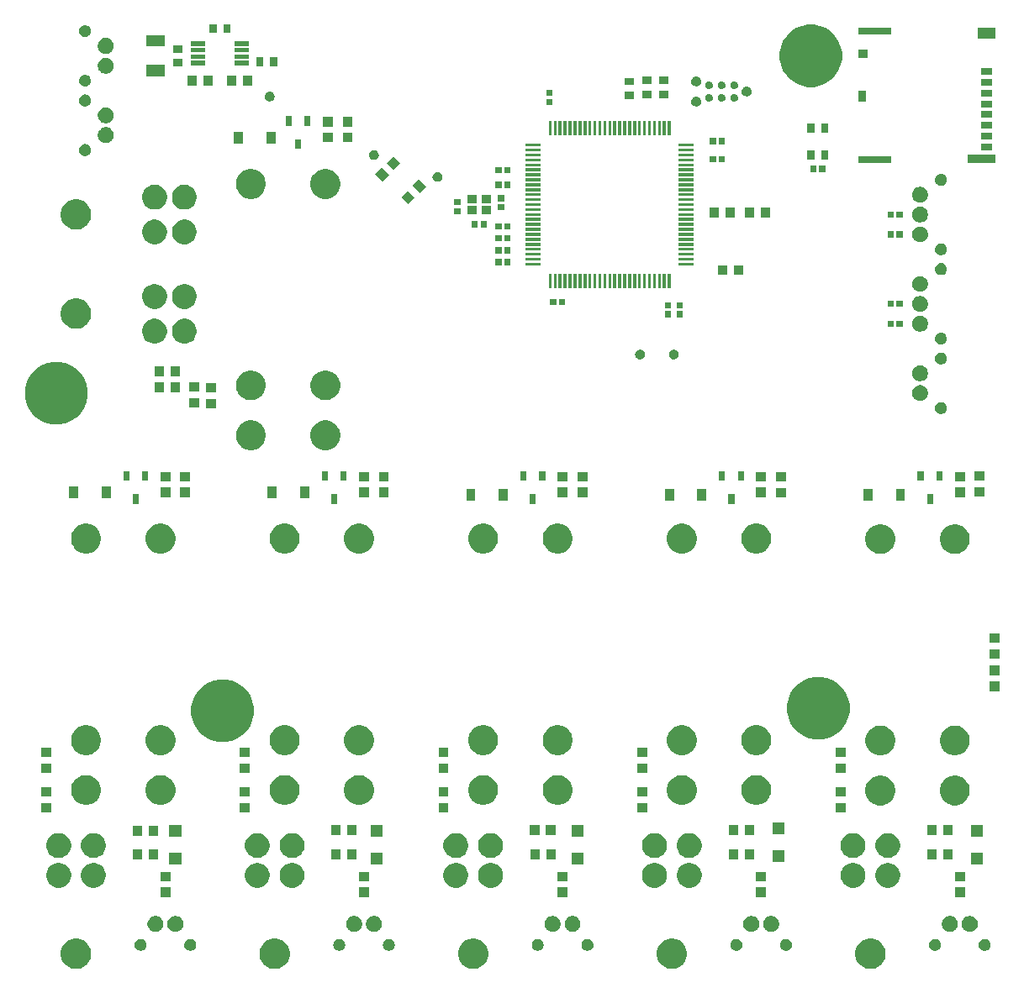
<source format=gts>
G04 #@! TF.GenerationSoftware,KiCad,Pcbnew,5.0.1-33cea8e~68~ubuntu18.04.1*
G04 #@! TF.CreationDate,2018-11-12T15:32:08+00:00*
G04 #@! TF.ProjectId,ignition,69676E6974696F6E2E6B696361645F70,rev?*
G04 #@! TF.SameCoordinates,Original*
G04 #@! TF.FileFunction,Soldermask,Top*
G04 #@! TF.FilePolarity,Negative*
%FSLAX46Y46*%
G04 Gerber Fmt 4.6, Leading zero omitted, Abs format (unit mm)*
G04 Created by KiCad (PCBNEW 5.0.1-33cea8e~68~ubuntu18.04.1) date Mon 12 Nov 2018 15:32:08 GMT*
%MOMM*%
%LPD*%
G01*
G04 APERTURE LIST*
%ADD10C,0.100000*%
G04 APERTURE END LIST*
D10*
G36*
X106444534Y-113034566D02*
X106721888Y-113149450D01*
X106971493Y-113316230D01*
X107183770Y-113528507D01*
X107350550Y-113778112D01*
X107465434Y-114055466D01*
X107524000Y-114349899D01*
X107524000Y-114650101D01*
X107465434Y-114944534D01*
X107350550Y-115221888D01*
X107183770Y-115471493D01*
X106971493Y-115683770D01*
X106721888Y-115850550D01*
X106444534Y-115965434D01*
X106150101Y-116024000D01*
X105849899Y-116024000D01*
X105555466Y-115965434D01*
X105278112Y-115850550D01*
X105028507Y-115683770D01*
X104816230Y-115471493D01*
X104649450Y-115221888D01*
X104534566Y-114944534D01*
X104476000Y-114650101D01*
X104476000Y-114349899D01*
X104534566Y-114055466D01*
X104649450Y-113778112D01*
X104816230Y-113528507D01*
X105028507Y-113316230D01*
X105278112Y-113149450D01*
X105555466Y-113034566D01*
X105849899Y-112976000D01*
X106150101Y-112976000D01*
X106444534Y-113034566D01*
X106444534Y-113034566D01*
G37*
G36*
X46444534Y-113034566D02*
X46721888Y-113149450D01*
X46971493Y-113316230D01*
X47183770Y-113528507D01*
X47350550Y-113778112D01*
X47465434Y-114055466D01*
X47524000Y-114349899D01*
X47524000Y-114650101D01*
X47465434Y-114944534D01*
X47350550Y-115221888D01*
X47183770Y-115471493D01*
X46971493Y-115683770D01*
X46721888Y-115850550D01*
X46444534Y-115965434D01*
X46150101Y-116024000D01*
X45849899Y-116024000D01*
X45555466Y-115965434D01*
X45278112Y-115850550D01*
X45028507Y-115683770D01*
X44816230Y-115471493D01*
X44649450Y-115221888D01*
X44534566Y-114944534D01*
X44476000Y-114650101D01*
X44476000Y-114349899D01*
X44534566Y-114055466D01*
X44649450Y-113778112D01*
X44816230Y-113528507D01*
X45028507Y-113316230D01*
X45278112Y-113149450D01*
X45555466Y-113034566D01*
X45849899Y-112976000D01*
X46150101Y-112976000D01*
X46444534Y-113034566D01*
X46444534Y-113034566D01*
G37*
G36*
X26444534Y-113034566D02*
X26721888Y-113149450D01*
X26971493Y-113316230D01*
X27183770Y-113528507D01*
X27350550Y-113778112D01*
X27465434Y-114055466D01*
X27524000Y-114349899D01*
X27524000Y-114650101D01*
X27465434Y-114944534D01*
X27350550Y-115221888D01*
X27183770Y-115471493D01*
X26971493Y-115683770D01*
X26721888Y-115850550D01*
X26444534Y-115965434D01*
X26150101Y-116024000D01*
X25849899Y-116024000D01*
X25555466Y-115965434D01*
X25278112Y-115850550D01*
X25028507Y-115683770D01*
X24816230Y-115471493D01*
X24649450Y-115221888D01*
X24534566Y-114944534D01*
X24476000Y-114650101D01*
X24476000Y-114349899D01*
X24534566Y-114055466D01*
X24649450Y-113778112D01*
X24816230Y-113528507D01*
X25028507Y-113316230D01*
X25278112Y-113149450D01*
X25555466Y-113034566D01*
X25849899Y-112976000D01*
X26150101Y-112976000D01*
X26444534Y-113034566D01*
X26444534Y-113034566D01*
G37*
G36*
X66444534Y-113034566D02*
X66721888Y-113149450D01*
X66971493Y-113316230D01*
X67183770Y-113528507D01*
X67350550Y-113778112D01*
X67465434Y-114055466D01*
X67524000Y-114349899D01*
X67524000Y-114650101D01*
X67465434Y-114944534D01*
X67350550Y-115221888D01*
X67183770Y-115471493D01*
X66971493Y-115683770D01*
X66721888Y-115850550D01*
X66444534Y-115965434D01*
X66150101Y-116024000D01*
X65849899Y-116024000D01*
X65555466Y-115965434D01*
X65278112Y-115850550D01*
X65028507Y-115683770D01*
X64816230Y-115471493D01*
X64649450Y-115221888D01*
X64534566Y-114944534D01*
X64476000Y-114650101D01*
X64476000Y-114349899D01*
X64534566Y-114055466D01*
X64649450Y-113778112D01*
X64816230Y-113528507D01*
X65028507Y-113316230D01*
X65278112Y-113149450D01*
X65555466Y-113034566D01*
X65849899Y-112976000D01*
X66150101Y-112976000D01*
X66444534Y-113034566D01*
X66444534Y-113034566D01*
G37*
G36*
X86444534Y-113034566D02*
X86721888Y-113149450D01*
X86971493Y-113316230D01*
X87183770Y-113528507D01*
X87350550Y-113778112D01*
X87465434Y-114055466D01*
X87524000Y-114349899D01*
X87524000Y-114650101D01*
X87465434Y-114944534D01*
X87350550Y-115221888D01*
X87183770Y-115471493D01*
X86971493Y-115683770D01*
X86721888Y-115850550D01*
X86444534Y-115965434D01*
X86150101Y-116024000D01*
X85849899Y-116024000D01*
X85555466Y-115965434D01*
X85278112Y-115850550D01*
X85028507Y-115683770D01*
X84816230Y-115471493D01*
X84649450Y-115221888D01*
X84534566Y-114944534D01*
X84476000Y-114650101D01*
X84476000Y-114349899D01*
X84534566Y-114055466D01*
X84649450Y-113778112D01*
X84816230Y-113528507D01*
X85028507Y-113316230D01*
X85278112Y-113149450D01*
X85555466Y-113034566D01*
X85849899Y-112976000D01*
X86150101Y-112976000D01*
X86444534Y-113034566D01*
X86444534Y-113034566D01*
G37*
G36*
X52675012Y-113023057D02*
X52675015Y-113023058D01*
X52675014Y-113023058D01*
X52784207Y-113068287D01*
X52882148Y-113133729D01*
X52882481Y-113133952D01*
X52966048Y-113217519D01*
X52966050Y-113217522D01*
X53031713Y-113315793D01*
X53069183Y-113406253D01*
X53076943Y-113424988D01*
X53100000Y-113540904D01*
X53100000Y-113659096D01*
X53076943Y-113775012D01*
X53076942Y-113775014D01*
X53031713Y-113884207D01*
X52966271Y-113982148D01*
X52966048Y-113982481D01*
X52882481Y-114066048D01*
X52882478Y-114066050D01*
X52784207Y-114131713D01*
X52693747Y-114169183D01*
X52675012Y-114176943D01*
X52559096Y-114200000D01*
X52440904Y-114200000D01*
X52324988Y-114176943D01*
X52306253Y-114169183D01*
X52215793Y-114131713D01*
X52117522Y-114066050D01*
X52117519Y-114066048D01*
X52033952Y-113982481D01*
X52033729Y-113982148D01*
X51968287Y-113884207D01*
X51923058Y-113775014D01*
X51923057Y-113775012D01*
X51900000Y-113659096D01*
X51900000Y-113540904D01*
X51923057Y-113424988D01*
X51930817Y-113406253D01*
X51968287Y-113315793D01*
X52033950Y-113217522D01*
X52033952Y-113217519D01*
X52117519Y-113133952D01*
X52117852Y-113133729D01*
X52215793Y-113068287D01*
X52324986Y-113023058D01*
X52324985Y-113023058D01*
X52324988Y-113023057D01*
X52440904Y-113000000D01*
X52559096Y-113000000D01*
X52675012Y-113023057D01*
X52675012Y-113023057D01*
G37*
G36*
X117675012Y-113023057D02*
X117675015Y-113023058D01*
X117675014Y-113023058D01*
X117784207Y-113068287D01*
X117882148Y-113133729D01*
X117882481Y-113133952D01*
X117966048Y-113217519D01*
X117966050Y-113217522D01*
X118031713Y-113315793D01*
X118069183Y-113406253D01*
X118076943Y-113424988D01*
X118100000Y-113540904D01*
X118100000Y-113659096D01*
X118076943Y-113775012D01*
X118076942Y-113775014D01*
X118031713Y-113884207D01*
X117966271Y-113982148D01*
X117966048Y-113982481D01*
X117882481Y-114066048D01*
X117882478Y-114066050D01*
X117784207Y-114131713D01*
X117693747Y-114169183D01*
X117675012Y-114176943D01*
X117559096Y-114200000D01*
X117440904Y-114200000D01*
X117324988Y-114176943D01*
X117306253Y-114169183D01*
X117215793Y-114131713D01*
X117117522Y-114066050D01*
X117117519Y-114066048D01*
X117033952Y-113982481D01*
X117033729Y-113982148D01*
X116968287Y-113884207D01*
X116923058Y-113775014D01*
X116923057Y-113775012D01*
X116900000Y-113659096D01*
X116900000Y-113540904D01*
X116923057Y-113424988D01*
X116930817Y-113406253D01*
X116968287Y-113315793D01*
X117033950Y-113217522D01*
X117033952Y-113217519D01*
X117117519Y-113133952D01*
X117117852Y-113133729D01*
X117215793Y-113068287D01*
X117324986Y-113023058D01*
X117324985Y-113023058D01*
X117324988Y-113023057D01*
X117440904Y-113000000D01*
X117559096Y-113000000D01*
X117675012Y-113023057D01*
X117675012Y-113023057D01*
G37*
G36*
X112675012Y-113023057D02*
X112675015Y-113023058D01*
X112675014Y-113023058D01*
X112784207Y-113068287D01*
X112882148Y-113133729D01*
X112882481Y-113133952D01*
X112966048Y-113217519D01*
X112966050Y-113217522D01*
X113031713Y-113315793D01*
X113069183Y-113406253D01*
X113076943Y-113424988D01*
X113100000Y-113540904D01*
X113100000Y-113659096D01*
X113076943Y-113775012D01*
X113076942Y-113775014D01*
X113031713Y-113884207D01*
X112966271Y-113982148D01*
X112966048Y-113982481D01*
X112882481Y-114066048D01*
X112882478Y-114066050D01*
X112784207Y-114131713D01*
X112693747Y-114169183D01*
X112675012Y-114176943D01*
X112559096Y-114200000D01*
X112440904Y-114200000D01*
X112324988Y-114176943D01*
X112306253Y-114169183D01*
X112215793Y-114131713D01*
X112117522Y-114066050D01*
X112117519Y-114066048D01*
X112033952Y-113982481D01*
X112033729Y-113982148D01*
X111968287Y-113884207D01*
X111923058Y-113775014D01*
X111923057Y-113775012D01*
X111900000Y-113659096D01*
X111900000Y-113540904D01*
X111923057Y-113424988D01*
X111930817Y-113406253D01*
X111968287Y-113315793D01*
X112033950Y-113217522D01*
X112033952Y-113217519D01*
X112117519Y-113133952D01*
X112117852Y-113133729D01*
X112215793Y-113068287D01*
X112324986Y-113023058D01*
X112324985Y-113023058D01*
X112324988Y-113023057D01*
X112440904Y-113000000D01*
X112559096Y-113000000D01*
X112675012Y-113023057D01*
X112675012Y-113023057D01*
G37*
G36*
X37675012Y-113023057D02*
X37675015Y-113023058D01*
X37675014Y-113023058D01*
X37784207Y-113068287D01*
X37882148Y-113133729D01*
X37882481Y-113133952D01*
X37966048Y-113217519D01*
X37966050Y-113217522D01*
X38031713Y-113315793D01*
X38069183Y-113406253D01*
X38076943Y-113424988D01*
X38100000Y-113540904D01*
X38100000Y-113659096D01*
X38076943Y-113775012D01*
X38076942Y-113775014D01*
X38031713Y-113884207D01*
X37966271Y-113982148D01*
X37966048Y-113982481D01*
X37882481Y-114066048D01*
X37882478Y-114066050D01*
X37784207Y-114131713D01*
X37693747Y-114169183D01*
X37675012Y-114176943D01*
X37559096Y-114200000D01*
X37440904Y-114200000D01*
X37324988Y-114176943D01*
X37306253Y-114169183D01*
X37215793Y-114131713D01*
X37117522Y-114066050D01*
X37117519Y-114066048D01*
X37033952Y-113982481D01*
X37033729Y-113982148D01*
X36968287Y-113884207D01*
X36923058Y-113775014D01*
X36923057Y-113775012D01*
X36900000Y-113659096D01*
X36900000Y-113540904D01*
X36923057Y-113424988D01*
X36930817Y-113406253D01*
X36968287Y-113315793D01*
X37033950Y-113217522D01*
X37033952Y-113217519D01*
X37117519Y-113133952D01*
X37117852Y-113133729D01*
X37215793Y-113068287D01*
X37324986Y-113023058D01*
X37324985Y-113023058D01*
X37324988Y-113023057D01*
X37440904Y-113000000D01*
X37559096Y-113000000D01*
X37675012Y-113023057D01*
X37675012Y-113023057D01*
G37*
G36*
X32675012Y-113023057D02*
X32675015Y-113023058D01*
X32675014Y-113023058D01*
X32784207Y-113068287D01*
X32882148Y-113133729D01*
X32882481Y-113133952D01*
X32966048Y-113217519D01*
X32966050Y-113217522D01*
X33031713Y-113315793D01*
X33069183Y-113406253D01*
X33076943Y-113424988D01*
X33100000Y-113540904D01*
X33100000Y-113659096D01*
X33076943Y-113775012D01*
X33076942Y-113775014D01*
X33031713Y-113884207D01*
X32966271Y-113982148D01*
X32966048Y-113982481D01*
X32882481Y-114066048D01*
X32882478Y-114066050D01*
X32784207Y-114131713D01*
X32693747Y-114169183D01*
X32675012Y-114176943D01*
X32559096Y-114200000D01*
X32440904Y-114200000D01*
X32324988Y-114176943D01*
X32306253Y-114169183D01*
X32215793Y-114131713D01*
X32117522Y-114066050D01*
X32117519Y-114066048D01*
X32033952Y-113982481D01*
X32033729Y-113982148D01*
X31968287Y-113884207D01*
X31923058Y-113775014D01*
X31923057Y-113775012D01*
X31900000Y-113659096D01*
X31900000Y-113540904D01*
X31923057Y-113424988D01*
X31930817Y-113406253D01*
X31968287Y-113315793D01*
X32033950Y-113217522D01*
X32033952Y-113217519D01*
X32117519Y-113133952D01*
X32117852Y-113133729D01*
X32215793Y-113068287D01*
X32324986Y-113023058D01*
X32324985Y-113023058D01*
X32324988Y-113023057D01*
X32440904Y-113000000D01*
X32559096Y-113000000D01*
X32675012Y-113023057D01*
X32675012Y-113023057D01*
G37*
G36*
X57675012Y-113023057D02*
X57675015Y-113023058D01*
X57675014Y-113023058D01*
X57784207Y-113068287D01*
X57882148Y-113133729D01*
X57882481Y-113133952D01*
X57966048Y-113217519D01*
X57966050Y-113217522D01*
X58031713Y-113315793D01*
X58069183Y-113406253D01*
X58076943Y-113424988D01*
X58100000Y-113540904D01*
X58100000Y-113659096D01*
X58076943Y-113775012D01*
X58076942Y-113775014D01*
X58031713Y-113884207D01*
X57966271Y-113982148D01*
X57966048Y-113982481D01*
X57882481Y-114066048D01*
X57882478Y-114066050D01*
X57784207Y-114131713D01*
X57693747Y-114169183D01*
X57675012Y-114176943D01*
X57559096Y-114200000D01*
X57440904Y-114200000D01*
X57324988Y-114176943D01*
X57306253Y-114169183D01*
X57215793Y-114131713D01*
X57117522Y-114066050D01*
X57117519Y-114066048D01*
X57033952Y-113982481D01*
X57033729Y-113982148D01*
X56968287Y-113884207D01*
X56923058Y-113775014D01*
X56923057Y-113775012D01*
X56900000Y-113659096D01*
X56900000Y-113540904D01*
X56923057Y-113424988D01*
X56930817Y-113406253D01*
X56968287Y-113315793D01*
X57033950Y-113217522D01*
X57033952Y-113217519D01*
X57117519Y-113133952D01*
X57117852Y-113133729D01*
X57215793Y-113068287D01*
X57324986Y-113023058D01*
X57324985Y-113023058D01*
X57324988Y-113023057D01*
X57440904Y-113000000D01*
X57559096Y-113000000D01*
X57675012Y-113023057D01*
X57675012Y-113023057D01*
G37*
G36*
X72675012Y-113023057D02*
X72675015Y-113023058D01*
X72675014Y-113023058D01*
X72784207Y-113068287D01*
X72882148Y-113133729D01*
X72882481Y-113133952D01*
X72966048Y-113217519D01*
X72966050Y-113217522D01*
X73031713Y-113315793D01*
X73069183Y-113406253D01*
X73076943Y-113424988D01*
X73100000Y-113540904D01*
X73100000Y-113659096D01*
X73076943Y-113775012D01*
X73076942Y-113775014D01*
X73031713Y-113884207D01*
X72966271Y-113982148D01*
X72966048Y-113982481D01*
X72882481Y-114066048D01*
X72882478Y-114066050D01*
X72784207Y-114131713D01*
X72693747Y-114169183D01*
X72675012Y-114176943D01*
X72559096Y-114200000D01*
X72440904Y-114200000D01*
X72324988Y-114176943D01*
X72306253Y-114169183D01*
X72215793Y-114131713D01*
X72117522Y-114066050D01*
X72117519Y-114066048D01*
X72033952Y-113982481D01*
X72033729Y-113982148D01*
X71968287Y-113884207D01*
X71923058Y-113775014D01*
X71923057Y-113775012D01*
X71900000Y-113659096D01*
X71900000Y-113540904D01*
X71923057Y-113424988D01*
X71930817Y-113406253D01*
X71968287Y-113315793D01*
X72033950Y-113217522D01*
X72033952Y-113217519D01*
X72117519Y-113133952D01*
X72117852Y-113133729D01*
X72215793Y-113068287D01*
X72324986Y-113023058D01*
X72324985Y-113023058D01*
X72324988Y-113023057D01*
X72440904Y-113000000D01*
X72559096Y-113000000D01*
X72675012Y-113023057D01*
X72675012Y-113023057D01*
G37*
G36*
X77675012Y-113023057D02*
X77675015Y-113023058D01*
X77675014Y-113023058D01*
X77784207Y-113068287D01*
X77882148Y-113133729D01*
X77882481Y-113133952D01*
X77966048Y-113217519D01*
X77966050Y-113217522D01*
X78031713Y-113315793D01*
X78069183Y-113406253D01*
X78076943Y-113424988D01*
X78100000Y-113540904D01*
X78100000Y-113659096D01*
X78076943Y-113775012D01*
X78076942Y-113775014D01*
X78031713Y-113884207D01*
X77966271Y-113982148D01*
X77966048Y-113982481D01*
X77882481Y-114066048D01*
X77882478Y-114066050D01*
X77784207Y-114131713D01*
X77693747Y-114169183D01*
X77675012Y-114176943D01*
X77559096Y-114200000D01*
X77440904Y-114200000D01*
X77324988Y-114176943D01*
X77306253Y-114169183D01*
X77215793Y-114131713D01*
X77117522Y-114066050D01*
X77117519Y-114066048D01*
X77033952Y-113982481D01*
X77033729Y-113982148D01*
X76968287Y-113884207D01*
X76923058Y-113775014D01*
X76923057Y-113775012D01*
X76900000Y-113659096D01*
X76900000Y-113540904D01*
X76923057Y-113424988D01*
X76930817Y-113406253D01*
X76968287Y-113315793D01*
X77033950Y-113217522D01*
X77033952Y-113217519D01*
X77117519Y-113133952D01*
X77117852Y-113133729D01*
X77215793Y-113068287D01*
X77324986Y-113023058D01*
X77324985Y-113023058D01*
X77324988Y-113023057D01*
X77440904Y-113000000D01*
X77559096Y-113000000D01*
X77675012Y-113023057D01*
X77675012Y-113023057D01*
G37*
G36*
X97675012Y-113023057D02*
X97675015Y-113023058D01*
X97675014Y-113023058D01*
X97784207Y-113068287D01*
X97882148Y-113133729D01*
X97882481Y-113133952D01*
X97966048Y-113217519D01*
X97966050Y-113217522D01*
X98031713Y-113315793D01*
X98069183Y-113406253D01*
X98076943Y-113424988D01*
X98100000Y-113540904D01*
X98100000Y-113659096D01*
X98076943Y-113775012D01*
X98076942Y-113775014D01*
X98031713Y-113884207D01*
X97966271Y-113982148D01*
X97966048Y-113982481D01*
X97882481Y-114066048D01*
X97882478Y-114066050D01*
X97784207Y-114131713D01*
X97693747Y-114169183D01*
X97675012Y-114176943D01*
X97559096Y-114200000D01*
X97440904Y-114200000D01*
X97324988Y-114176943D01*
X97306253Y-114169183D01*
X97215793Y-114131713D01*
X97117522Y-114066050D01*
X97117519Y-114066048D01*
X97033952Y-113982481D01*
X97033729Y-113982148D01*
X96968287Y-113884207D01*
X96923058Y-113775014D01*
X96923057Y-113775012D01*
X96900000Y-113659096D01*
X96900000Y-113540904D01*
X96923057Y-113424988D01*
X96930817Y-113406253D01*
X96968287Y-113315793D01*
X97033950Y-113217522D01*
X97033952Y-113217519D01*
X97117519Y-113133952D01*
X97117852Y-113133729D01*
X97215793Y-113068287D01*
X97324986Y-113023058D01*
X97324985Y-113023058D01*
X97324988Y-113023057D01*
X97440904Y-113000000D01*
X97559096Y-113000000D01*
X97675012Y-113023057D01*
X97675012Y-113023057D01*
G37*
G36*
X92675012Y-113023057D02*
X92675015Y-113023058D01*
X92675014Y-113023058D01*
X92784207Y-113068287D01*
X92882148Y-113133729D01*
X92882481Y-113133952D01*
X92966048Y-113217519D01*
X92966050Y-113217522D01*
X93031713Y-113315793D01*
X93069183Y-113406253D01*
X93076943Y-113424988D01*
X93100000Y-113540904D01*
X93100000Y-113659096D01*
X93076943Y-113775012D01*
X93076942Y-113775014D01*
X93031713Y-113884207D01*
X92966271Y-113982148D01*
X92966048Y-113982481D01*
X92882481Y-114066048D01*
X92882478Y-114066050D01*
X92784207Y-114131713D01*
X92693747Y-114169183D01*
X92675012Y-114176943D01*
X92559096Y-114200000D01*
X92440904Y-114200000D01*
X92324988Y-114176943D01*
X92306253Y-114169183D01*
X92215793Y-114131713D01*
X92117522Y-114066050D01*
X92117519Y-114066048D01*
X92033952Y-113982481D01*
X92033729Y-113982148D01*
X91968287Y-113884207D01*
X91923058Y-113775014D01*
X91923057Y-113775012D01*
X91900000Y-113659096D01*
X91900000Y-113540904D01*
X91923057Y-113424988D01*
X91930817Y-113406253D01*
X91968287Y-113315793D01*
X92033950Y-113217522D01*
X92033952Y-113217519D01*
X92117519Y-113133952D01*
X92117852Y-113133729D01*
X92215793Y-113068287D01*
X92324986Y-113023058D01*
X92324985Y-113023058D01*
X92324988Y-113023057D01*
X92440904Y-113000000D01*
X92559096Y-113000000D01*
X92675012Y-113023057D01*
X92675012Y-113023057D01*
G37*
G36*
X94233351Y-110730743D02*
X94378942Y-110791049D01*
X94509090Y-110878011D01*
X94509973Y-110878601D01*
X94621399Y-110990027D01*
X94621401Y-110990030D01*
X94708951Y-111121058D01*
X94769257Y-111266649D01*
X94800000Y-111421207D01*
X94800000Y-111578793D01*
X94769257Y-111733351D01*
X94708951Y-111878942D01*
X94621989Y-112009090D01*
X94621399Y-112009973D01*
X94509973Y-112121399D01*
X94509970Y-112121401D01*
X94378942Y-112208951D01*
X94233351Y-112269257D01*
X94078794Y-112300000D01*
X93921206Y-112300000D01*
X93766649Y-112269257D01*
X93621058Y-112208951D01*
X93490030Y-112121401D01*
X93490027Y-112121399D01*
X93378601Y-112009973D01*
X93378011Y-112009090D01*
X93291049Y-111878942D01*
X93230743Y-111733351D01*
X93200000Y-111578793D01*
X93200000Y-111421207D01*
X93230743Y-111266649D01*
X93291049Y-111121058D01*
X93378599Y-110990030D01*
X93378601Y-110990027D01*
X93490027Y-110878601D01*
X93490910Y-110878011D01*
X93621058Y-110791049D01*
X93766649Y-110730743D01*
X93921206Y-110700000D01*
X94078794Y-110700000D01*
X94233351Y-110730743D01*
X94233351Y-110730743D01*
G37*
G36*
X116233351Y-110730743D02*
X116378942Y-110791049D01*
X116509090Y-110878011D01*
X116509973Y-110878601D01*
X116621399Y-110990027D01*
X116621401Y-110990030D01*
X116708951Y-111121058D01*
X116769257Y-111266649D01*
X116800000Y-111421207D01*
X116800000Y-111578793D01*
X116769257Y-111733351D01*
X116708951Y-111878942D01*
X116621989Y-112009090D01*
X116621399Y-112009973D01*
X116509973Y-112121399D01*
X116509970Y-112121401D01*
X116378942Y-112208951D01*
X116233351Y-112269257D01*
X116078794Y-112300000D01*
X115921206Y-112300000D01*
X115766649Y-112269257D01*
X115621058Y-112208951D01*
X115490030Y-112121401D01*
X115490027Y-112121399D01*
X115378601Y-112009973D01*
X115378011Y-112009090D01*
X115291049Y-111878942D01*
X115230743Y-111733351D01*
X115200000Y-111578793D01*
X115200000Y-111421207D01*
X115230743Y-111266649D01*
X115291049Y-111121058D01*
X115378599Y-110990030D01*
X115378601Y-110990027D01*
X115490027Y-110878601D01*
X115490910Y-110878011D01*
X115621058Y-110791049D01*
X115766649Y-110730743D01*
X115921206Y-110700000D01*
X116078794Y-110700000D01*
X116233351Y-110730743D01*
X116233351Y-110730743D01*
G37*
G36*
X36233351Y-110730743D02*
X36378942Y-110791049D01*
X36509090Y-110878011D01*
X36509973Y-110878601D01*
X36621399Y-110990027D01*
X36621401Y-110990030D01*
X36708951Y-111121058D01*
X36769257Y-111266649D01*
X36800000Y-111421207D01*
X36800000Y-111578793D01*
X36769257Y-111733351D01*
X36708951Y-111878942D01*
X36621989Y-112009090D01*
X36621399Y-112009973D01*
X36509973Y-112121399D01*
X36509970Y-112121401D01*
X36378942Y-112208951D01*
X36233351Y-112269257D01*
X36078794Y-112300000D01*
X35921206Y-112300000D01*
X35766649Y-112269257D01*
X35621058Y-112208951D01*
X35490030Y-112121401D01*
X35490027Y-112121399D01*
X35378601Y-112009973D01*
X35378011Y-112009090D01*
X35291049Y-111878942D01*
X35230743Y-111733351D01*
X35200000Y-111578793D01*
X35200000Y-111421207D01*
X35230743Y-111266649D01*
X35291049Y-111121058D01*
X35378599Y-110990030D01*
X35378601Y-110990027D01*
X35490027Y-110878601D01*
X35490910Y-110878011D01*
X35621058Y-110791049D01*
X35766649Y-110730743D01*
X35921206Y-110700000D01*
X36078794Y-110700000D01*
X36233351Y-110730743D01*
X36233351Y-110730743D01*
G37*
G36*
X34233351Y-110730743D02*
X34378942Y-110791049D01*
X34509090Y-110878011D01*
X34509973Y-110878601D01*
X34621399Y-110990027D01*
X34621401Y-110990030D01*
X34708951Y-111121058D01*
X34769257Y-111266649D01*
X34800000Y-111421207D01*
X34800000Y-111578793D01*
X34769257Y-111733351D01*
X34708951Y-111878942D01*
X34621989Y-112009090D01*
X34621399Y-112009973D01*
X34509973Y-112121399D01*
X34509970Y-112121401D01*
X34378942Y-112208951D01*
X34233351Y-112269257D01*
X34078794Y-112300000D01*
X33921206Y-112300000D01*
X33766649Y-112269257D01*
X33621058Y-112208951D01*
X33490030Y-112121401D01*
X33490027Y-112121399D01*
X33378601Y-112009973D01*
X33378011Y-112009090D01*
X33291049Y-111878942D01*
X33230743Y-111733351D01*
X33200000Y-111578793D01*
X33200000Y-111421207D01*
X33230743Y-111266649D01*
X33291049Y-111121058D01*
X33378599Y-110990030D01*
X33378601Y-110990027D01*
X33490027Y-110878601D01*
X33490910Y-110878011D01*
X33621058Y-110791049D01*
X33766649Y-110730743D01*
X33921206Y-110700000D01*
X34078794Y-110700000D01*
X34233351Y-110730743D01*
X34233351Y-110730743D01*
G37*
G36*
X54233351Y-110730743D02*
X54378942Y-110791049D01*
X54509090Y-110878011D01*
X54509973Y-110878601D01*
X54621399Y-110990027D01*
X54621401Y-110990030D01*
X54708951Y-111121058D01*
X54769257Y-111266649D01*
X54800000Y-111421207D01*
X54800000Y-111578793D01*
X54769257Y-111733351D01*
X54708951Y-111878942D01*
X54621989Y-112009090D01*
X54621399Y-112009973D01*
X54509973Y-112121399D01*
X54509970Y-112121401D01*
X54378942Y-112208951D01*
X54233351Y-112269257D01*
X54078794Y-112300000D01*
X53921206Y-112300000D01*
X53766649Y-112269257D01*
X53621058Y-112208951D01*
X53490030Y-112121401D01*
X53490027Y-112121399D01*
X53378601Y-112009973D01*
X53378011Y-112009090D01*
X53291049Y-111878942D01*
X53230743Y-111733351D01*
X53200000Y-111578793D01*
X53200000Y-111421207D01*
X53230743Y-111266649D01*
X53291049Y-111121058D01*
X53378599Y-110990030D01*
X53378601Y-110990027D01*
X53490027Y-110878601D01*
X53490910Y-110878011D01*
X53621058Y-110791049D01*
X53766649Y-110730743D01*
X53921206Y-110700000D01*
X54078794Y-110700000D01*
X54233351Y-110730743D01*
X54233351Y-110730743D01*
G37*
G36*
X114233351Y-110730743D02*
X114378942Y-110791049D01*
X114509090Y-110878011D01*
X114509973Y-110878601D01*
X114621399Y-110990027D01*
X114621401Y-110990030D01*
X114708951Y-111121058D01*
X114769257Y-111266649D01*
X114800000Y-111421207D01*
X114800000Y-111578793D01*
X114769257Y-111733351D01*
X114708951Y-111878942D01*
X114621989Y-112009090D01*
X114621399Y-112009973D01*
X114509973Y-112121399D01*
X114509970Y-112121401D01*
X114378942Y-112208951D01*
X114233351Y-112269257D01*
X114078794Y-112300000D01*
X113921206Y-112300000D01*
X113766649Y-112269257D01*
X113621058Y-112208951D01*
X113490030Y-112121401D01*
X113490027Y-112121399D01*
X113378601Y-112009973D01*
X113378011Y-112009090D01*
X113291049Y-111878942D01*
X113230743Y-111733351D01*
X113200000Y-111578793D01*
X113200000Y-111421207D01*
X113230743Y-111266649D01*
X113291049Y-111121058D01*
X113378599Y-110990030D01*
X113378601Y-110990027D01*
X113490027Y-110878601D01*
X113490910Y-110878011D01*
X113621058Y-110791049D01*
X113766649Y-110730743D01*
X113921206Y-110700000D01*
X114078794Y-110700000D01*
X114233351Y-110730743D01*
X114233351Y-110730743D01*
G37*
G36*
X74233351Y-110730743D02*
X74378942Y-110791049D01*
X74509090Y-110878011D01*
X74509973Y-110878601D01*
X74621399Y-110990027D01*
X74621401Y-110990030D01*
X74708951Y-111121058D01*
X74769257Y-111266649D01*
X74800000Y-111421207D01*
X74800000Y-111578793D01*
X74769257Y-111733351D01*
X74708951Y-111878942D01*
X74621989Y-112009090D01*
X74621399Y-112009973D01*
X74509973Y-112121399D01*
X74509970Y-112121401D01*
X74378942Y-112208951D01*
X74233351Y-112269257D01*
X74078794Y-112300000D01*
X73921206Y-112300000D01*
X73766649Y-112269257D01*
X73621058Y-112208951D01*
X73490030Y-112121401D01*
X73490027Y-112121399D01*
X73378601Y-112009973D01*
X73378011Y-112009090D01*
X73291049Y-111878942D01*
X73230743Y-111733351D01*
X73200000Y-111578793D01*
X73200000Y-111421207D01*
X73230743Y-111266649D01*
X73291049Y-111121058D01*
X73378599Y-110990030D01*
X73378601Y-110990027D01*
X73490027Y-110878601D01*
X73490910Y-110878011D01*
X73621058Y-110791049D01*
X73766649Y-110730743D01*
X73921206Y-110700000D01*
X74078794Y-110700000D01*
X74233351Y-110730743D01*
X74233351Y-110730743D01*
G37*
G36*
X76233351Y-110730743D02*
X76378942Y-110791049D01*
X76509090Y-110878011D01*
X76509973Y-110878601D01*
X76621399Y-110990027D01*
X76621401Y-110990030D01*
X76708951Y-111121058D01*
X76769257Y-111266649D01*
X76800000Y-111421207D01*
X76800000Y-111578793D01*
X76769257Y-111733351D01*
X76708951Y-111878942D01*
X76621989Y-112009090D01*
X76621399Y-112009973D01*
X76509973Y-112121399D01*
X76509970Y-112121401D01*
X76378942Y-112208951D01*
X76233351Y-112269257D01*
X76078794Y-112300000D01*
X75921206Y-112300000D01*
X75766649Y-112269257D01*
X75621058Y-112208951D01*
X75490030Y-112121401D01*
X75490027Y-112121399D01*
X75378601Y-112009973D01*
X75378011Y-112009090D01*
X75291049Y-111878942D01*
X75230743Y-111733351D01*
X75200000Y-111578793D01*
X75200000Y-111421207D01*
X75230743Y-111266649D01*
X75291049Y-111121058D01*
X75378599Y-110990030D01*
X75378601Y-110990027D01*
X75490027Y-110878601D01*
X75490910Y-110878011D01*
X75621058Y-110791049D01*
X75766649Y-110730743D01*
X75921206Y-110700000D01*
X76078794Y-110700000D01*
X76233351Y-110730743D01*
X76233351Y-110730743D01*
G37*
G36*
X96233351Y-110730743D02*
X96378942Y-110791049D01*
X96509090Y-110878011D01*
X96509973Y-110878601D01*
X96621399Y-110990027D01*
X96621401Y-110990030D01*
X96708951Y-111121058D01*
X96769257Y-111266649D01*
X96800000Y-111421207D01*
X96800000Y-111578793D01*
X96769257Y-111733351D01*
X96708951Y-111878942D01*
X96621989Y-112009090D01*
X96621399Y-112009973D01*
X96509973Y-112121399D01*
X96509970Y-112121401D01*
X96378942Y-112208951D01*
X96233351Y-112269257D01*
X96078794Y-112300000D01*
X95921206Y-112300000D01*
X95766649Y-112269257D01*
X95621058Y-112208951D01*
X95490030Y-112121401D01*
X95490027Y-112121399D01*
X95378601Y-112009973D01*
X95378011Y-112009090D01*
X95291049Y-111878942D01*
X95230743Y-111733351D01*
X95200000Y-111578793D01*
X95200000Y-111421207D01*
X95230743Y-111266649D01*
X95291049Y-111121058D01*
X95378599Y-110990030D01*
X95378601Y-110990027D01*
X95490027Y-110878601D01*
X95490910Y-110878011D01*
X95621058Y-110791049D01*
X95766649Y-110730743D01*
X95921206Y-110700000D01*
X96078794Y-110700000D01*
X96233351Y-110730743D01*
X96233351Y-110730743D01*
G37*
G36*
X56233351Y-110730743D02*
X56378942Y-110791049D01*
X56509090Y-110878011D01*
X56509973Y-110878601D01*
X56621399Y-110990027D01*
X56621401Y-110990030D01*
X56708951Y-111121058D01*
X56769257Y-111266649D01*
X56800000Y-111421207D01*
X56800000Y-111578793D01*
X56769257Y-111733351D01*
X56708951Y-111878942D01*
X56621989Y-112009090D01*
X56621399Y-112009973D01*
X56509973Y-112121399D01*
X56509970Y-112121401D01*
X56378942Y-112208951D01*
X56233351Y-112269257D01*
X56078794Y-112300000D01*
X55921206Y-112300000D01*
X55766649Y-112269257D01*
X55621058Y-112208951D01*
X55490030Y-112121401D01*
X55490027Y-112121399D01*
X55378601Y-112009973D01*
X55378011Y-112009090D01*
X55291049Y-111878942D01*
X55230743Y-111733351D01*
X55200000Y-111578793D01*
X55200000Y-111421207D01*
X55230743Y-111266649D01*
X55291049Y-111121058D01*
X55378599Y-110990030D01*
X55378601Y-110990027D01*
X55490027Y-110878601D01*
X55490910Y-110878011D01*
X55621058Y-110791049D01*
X55766649Y-110730743D01*
X55921206Y-110700000D01*
X56078794Y-110700000D01*
X56233351Y-110730743D01*
X56233351Y-110730743D01*
G37*
G36*
X35500000Y-108775000D02*
X34500000Y-108775000D01*
X34500000Y-107825000D01*
X35500000Y-107825000D01*
X35500000Y-108775000D01*
X35500000Y-108775000D01*
G37*
G36*
X55500000Y-108775000D02*
X54500000Y-108775000D01*
X54500000Y-107825000D01*
X55500000Y-107825000D01*
X55500000Y-108775000D01*
X55500000Y-108775000D01*
G37*
G36*
X75500000Y-108775000D02*
X74500000Y-108775000D01*
X74500000Y-107825000D01*
X75500000Y-107825000D01*
X75500000Y-108775000D01*
X75500000Y-108775000D01*
G37*
G36*
X95500000Y-108775000D02*
X94500000Y-108775000D01*
X94500000Y-107825000D01*
X95500000Y-107825000D01*
X95500000Y-108775000D01*
X95500000Y-108775000D01*
G37*
G36*
X115500000Y-108775000D02*
X114500000Y-108775000D01*
X114500000Y-107825000D01*
X115500000Y-107825000D01*
X115500000Y-108775000D01*
X115500000Y-108775000D01*
G37*
G36*
X28114610Y-105388036D02*
X28342096Y-105482264D01*
X28546831Y-105619063D01*
X28720937Y-105793169D01*
X28857736Y-105997904D01*
X28951964Y-106225390D01*
X29000000Y-106466884D01*
X29000000Y-106713116D01*
X28951964Y-106954610D01*
X28857736Y-107182096D01*
X28720937Y-107386831D01*
X28546831Y-107560937D01*
X28342096Y-107697736D01*
X28114610Y-107791964D01*
X27873116Y-107840000D01*
X27626884Y-107840000D01*
X27385390Y-107791964D01*
X27157904Y-107697736D01*
X26953169Y-107560937D01*
X26779063Y-107386831D01*
X26642264Y-107182096D01*
X26548036Y-106954610D01*
X26500000Y-106713116D01*
X26500000Y-106466884D01*
X26548036Y-106225390D01*
X26642264Y-105997904D01*
X26779063Y-105793169D01*
X26953169Y-105619063D01*
X27157904Y-105482264D01*
X27385390Y-105388036D01*
X27626884Y-105340000D01*
X27873116Y-105340000D01*
X28114610Y-105388036D01*
X28114610Y-105388036D01*
G37*
G36*
X48114610Y-105388036D02*
X48342096Y-105482264D01*
X48546831Y-105619063D01*
X48720937Y-105793169D01*
X48857736Y-105997904D01*
X48951964Y-106225390D01*
X49000000Y-106466884D01*
X49000000Y-106713116D01*
X48951964Y-106954610D01*
X48857736Y-107182096D01*
X48720937Y-107386831D01*
X48546831Y-107560937D01*
X48342096Y-107697736D01*
X48114610Y-107791964D01*
X47873116Y-107840000D01*
X47626884Y-107840000D01*
X47385390Y-107791964D01*
X47157904Y-107697736D01*
X46953169Y-107560937D01*
X46779063Y-107386831D01*
X46642264Y-107182096D01*
X46548036Y-106954610D01*
X46500000Y-106713116D01*
X46500000Y-106466884D01*
X46548036Y-106225390D01*
X46642264Y-105997904D01*
X46779063Y-105793169D01*
X46953169Y-105619063D01*
X47157904Y-105482264D01*
X47385390Y-105388036D01*
X47626884Y-105340000D01*
X47873116Y-105340000D01*
X48114610Y-105388036D01*
X48114610Y-105388036D01*
G37*
G36*
X44614610Y-105388036D02*
X44842096Y-105482264D01*
X45046831Y-105619063D01*
X45220937Y-105793169D01*
X45357736Y-105997904D01*
X45451964Y-106225390D01*
X45500000Y-106466884D01*
X45500000Y-106713116D01*
X45451964Y-106954610D01*
X45357736Y-107182096D01*
X45220937Y-107386831D01*
X45046831Y-107560937D01*
X44842096Y-107697736D01*
X44614610Y-107791964D01*
X44373116Y-107840000D01*
X44126884Y-107840000D01*
X43885390Y-107791964D01*
X43657904Y-107697736D01*
X43453169Y-107560937D01*
X43279063Y-107386831D01*
X43142264Y-107182096D01*
X43048036Y-106954610D01*
X43000000Y-106713116D01*
X43000000Y-106466884D01*
X43048036Y-106225390D01*
X43142264Y-105997904D01*
X43279063Y-105793169D01*
X43453169Y-105619063D01*
X43657904Y-105482264D01*
X43885390Y-105388036D01*
X44126884Y-105340000D01*
X44373116Y-105340000D01*
X44614610Y-105388036D01*
X44614610Y-105388036D01*
G37*
G36*
X88114610Y-105388036D02*
X88342096Y-105482264D01*
X88546831Y-105619063D01*
X88720937Y-105793169D01*
X88857736Y-105997904D01*
X88951964Y-106225390D01*
X89000000Y-106466884D01*
X89000000Y-106713116D01*
X88951964Y-106954610D01*
X88857736Y-107182096D01*
X88720937Y-107386831D01*
X88546831Y-107560937D01*
X88342096Y-107697736D01*
X88114610Y-107791964D01*
X87873116Y-107840000D01*
X87626884Y-107840000D01*
X87385390Y-107791964D01*
X87157904Y-107697736D01*
X86953169Y-107560937D01*
X86779063Y-107386831D01*
X86642264Y-107182096D01*
X86548036Y-106954610D01*
X86500000Y-106713116D01*
X86500000Y-106466884D01*
X86548036Y-106225390D01*
X86642264Y-105997904D01*
X86779063Y-105793169D01*
X86953169Y-105619063D01*
X87157904Y-105482264D01*
X87385390Y-105388036D01*
X87626884Y-105340000D01*
X87873116Y-105340000D01*
X88114610Y-105388036D01*
X88114610Y-105388036D01*
G37*
G36*
X104614610Y-105388036D02*
X104842096Y-105482264D01*
X105046831Y-105619063D01*
X105220937Y-105793169D01*
X105357736Y-105997904D01*
X105451964Y-106225390D01*
X105500000Y-106466884D01*
X105500000Y-106713116D01*
X105451964Y-106954610D01*
X105357736Y-107182096D01*
X105220937Y-107386831D01*
X105046831Y-107560937D01*
X104842096Y-107697736D01*
X104614610Y-107791964D01*
X104373116Y-107840000D01*
X104126884Y-107840000D01*
X103885390Y-107791964D01*
X103657904Y-107697736D01*
X103453169Y-107560937D01*
X103279063Y-107386831D01*
X103142264Y-107182096D01*
X103048036Y-106954610D01*
X103000000Y-106713116D01*
X103000000Y-106466884D01*
X103048036Y-106225390D01*
X103142264Y-105997904D01*
X103279063Y-105793169D01*
X103453169Y-105619063D01*
X103657904Y-105482264D01*
X103885390Y-105388036D01*
X104126884Y-105340000D01*
X104373116Y-105340000D01*
X104614610Y-105388036D01*
X104614610Y-105388036D01*
G37*
G36*
X84614610Y-105388036D02*
X84842096Y-105482264D01*
X85046831Y-105619063D01*
X85220937Y-105793169D01*
X85357736Y-105997904D01*
X85451964Y-106225390D01*
X85500000Y-106466884D01*
X85500000Y-106713116D01*
X85451964Y-106954610D01*
X85357736Y-107182096D01*
X85220937Y-107386831D01*
X85046831Y-107560937D01*
X84842096Y-107697736D01*
X84614610Y-107791964D01*
X84373116Y-107840000D01*
X84126884Y-107840000D01*
X83885390Y-107791964D01*
X83657904Y-107697736D01*
X83453169Y-107560937D01*
X83279063Y-107386831D01*
X83142264Y-107182096D01*
X83048036Y-106954610D01*
X83000000Y-106713116D01*
X83000000Y-106466884D01*
X83048036Y-106225390D01*
X83142264Y-105997904D01*
X83279063Y-105793169D01*
X83453169Y-105619063D01*
X83657904Y-105482264D01*
X83885390Y-105388036D01*
X84126884Y-105340000D01*
X84373116Y-105340000D01*
X84614610Y-105388036D01*
X84614610Y-105388036D01*
G37*
G36*
X24614610Y-105388036D02*
X24842096Y-105482264D01*
X25046831Y-105619063D01*
X25220937Y-105793169D01*
X25357736Y-105997904D01*
X25451964Y-106225390D01*
X25500000Y-106466884D01*
X25500000Y-106713116D01*
X25451964Y-106954610D01*
X25357736Y-107182096D01*
X25220937Y-107386831D01*
X25046831Y-107560937D01*
X24842096Y-107697736D01*
X24614610Y-107791964D01*
X24373116Y-107840000D01*
X24126884Y-107840000D01*
X23885390Y-107791964D01*
X23657904Y-107697736D01*
X23453169Y-107560937D01*
X23279063Y-107386831D01*
X23142264Y-107182096D01*
X23048036Y-106954610D01*
X23000000Y-106713116D01*
X23000000Y-106466884D01*
X23048036Y-106225390D01*
X23142264Y-105997904D01*
X23279063Y-105793169D01*
X23453169Y-105619063D01*
X23657904Y-105482264D01*
X23885390Y-105388036D01*
X24126884Y-105340000D01*
X24373116Y-105340000D01*
X24614610Y-105388036D01*
X24614610Y-105388036D01*
G37*
G36*
X68114610Y-105388036D02*
X68342096Y-105482264D01*
X68546831Y-105619063D01*
X68720937Y-105793169D01*
X68857736Y-105997904D01*
X68951964Y-106225390D01*
X69000000Y-106466884D01*
X69000000Y-106713116D01*
X68951964Y-106954610D01*
X68857736Y-107182096D01*
X68720937Y-107386831D01*
X68546831Y-107560937D01*
X68342096Y-107697736D01*
X68114610Y-107791964D01*
X67873116Y-107840000D01*
X67626884Y-107840000D01*
X67385390Y-107791964D01*
X67157904Y-107697736D01*
X66953169Y-107560937D01*
X66779063Y-107386831D01*
X66642264Y-107182096D01*
X66548036Y-106954610D01*
X66500000Y-106713116D01*
X66500000Y-106466884D01*
X66548036Y-106225390D01*
X66642264Y-105997904D01*
X66779063Y-105793169D01*
X66953169Y-105619063D01*
X67157904Y-105482264D01*
X67385390Y-105388036D01*
X67626884Y-105340000D01*
X67873116Y-105340000D01*
X68114610Y-105388036D01*
X68114610Y-105388036D01*
G37*
G36*
X64614610Y-105388036D02*
X64842096Y-105482264D01*
X65046831Y-105619063D01*
X65220937Y-105793169D01*
X65357736Y-105997904D01*
X65451964Y-106225390D01*
X65500000Y-106466884D01*
X65500000Y-106713116D01*
X65451964Y-106954610D01*
X65357736Y-107182096D01*
X65220937Y-107386831D01*
X65046831Y-107560937D01*
X64842096Y-107697736D01*
X64614610Y-107791964D01*
X64373116Y-107840000D01*
X64126884Y-107840000D01*
X63885390Y-107791964D01*
X63657904Y-107697736D01*
X63453169Y-107560937D01*
X63279063Y-107386831D01*
X63142264Y-107182096D01*
X63048036Y-106954610D01*
X63000000Y-106713116D01*
X63000000Y-106466884D01*
X63048036Y-106225390D01*
X63142264Y-105997904D01*
X63279063Y-105793169D01*
X63453169Y-105619063D01*
X63657904Y-105482264D01*
X63885390Y-105388036D01*
X64126884Y-105340000D01*
X64373116Y-105340000D01*
X64614610Y-105388036D01*
X64614610Y-105388036D01*
G37*
G36*
X108114610Y-105388036D02*
X108342096Y-105482264D01*
X108546831Y-105619063D01*
X108720937Y-105793169D01*
X108857736Y-105997904D01*
X108951964Y-106225390D01*
X109000000Y-106466884D01*
X109000000Y-106713116D01*
X108951964Y-106954610D01*
X108857736Y-107182096D01*
X108720937Y-107386831D01*
X108546831Y-107560937D01*
X108342096Y-107697736D01*
X108114610Y-107791964D01*
X107873116Y-107840000D01*
X107626884Y-107840000D01*
X107385390Y-107791964D01*
X107157904Y-107697736D01*
X106953169Y-107560937D01*
X106779063Y-107386831D01*
X106642264Y-107182096D01*
X106548036Y-106954610D01*
X106500000Y-106713116D01*
X106500000Y-106466884D01*
X106548036Y-106225390D01*
X106642264Y-105997904D01*
X106779063Y-105793169D01*
X106953169Y-105619063D01*
X107157904Y-105482264D01*
X107385390Y-105388036D01*
X107626884Y-105340000D01*
X107873116Y-105340000D01*
X108114610Y-105388036D01*
X108114610Y-105388036D01*
G37*
G36*
X75500000Y-107175000D02*
X74500000Y-107175000D01*
X74500000Y-106225000D01*
X75500000Y-106225000D01*
X75500000Y-107175000D01*
X75500000Y-107175000D01*
G37*
G36*
X95500000Y-107175000D02*
X94500000Y-107175000D01*
X94500000Y-106225000D01*
X95500000Y-106225000D01*
X95500000Y-107175000D01*
X95500000Y-107175000D01*
G37*
G36*
X35500000Y-107175000D02*
X34500000Y-107175000D01*
X34500000Y-106225000D01*
X35500000Y-106225000D01*
X35500000Y-107175000D01*
X35500000Y-107175000D01*
G37*
G36*
X55500000Y-107175000D02*
X54500000Y-107175000D01*
X54500000Y-106225000D01*
X55500000Y-106225000D01*
X55500000Y-107175000D01*
X55500000Y-107175000D01*
G37*
G36*
X115500000Y-107175000D02*
X114500000Y-107175000D01*
X114500000Y-106225000D01*
X115500000Y-106225000D01*
X115500000Y-107175000D01*
X115500000Y-107175000D01*
G37*
G36*
X77100000Y-105500000D02*
X75900000Y-105500000D01*
X75900000Y-104300000D01*
X77100000Y-104300000D01*
X77100000Y-105500000D01*
X77100000Y-105500000D01*
G37*
G36*
X117350000Y-105500000D02*
X116150000Y-105500000D01*
X116150000Y-104300000D01*
X117350000Y-104300000D01*
X117350000Y-105500000D01*
X117350000Y-105500000D01*
G37*
G36*
X36600000Y-105500000D02*
X35400000Y-105500000D01*
X35400000Y-104300000D01*
X36600000Y-104300000D01*
X36600000Y-105500000D01*
X36600000Y-105500000D01*
G37*
G36*
X56850000Y-105500000D02*
X55650000Y-105500000D01*
X55650000Y-104300000D01*
X56850000Y-104300000D01*
X56850000Y-105500000D01*
X56850000Y-105500000D01*
G37*
G36*
X97350000Y-105250000D02*
X96150000Y-105250000D01*
X96150000Y-104050000D01*
X97350000Y-104050000D01*
X97350000Y-105250000D01*
X97350000Y-105250000D01*
G37*
G36*
X114275000Y-105000000D02*
X113325000Y-105000000D01*
X113325000Y-104000000D01*
X114275000Y-104000000D01*
X114275000Y-105000000D01*
X114275000Y-105000000D01*
G37*
G36*
X112675000Y-105000000D02*
X111725000Y-105000000D01*
X111725000Y-104000000D01*
X112675000Y-104000000D01*
X112675000Y-105000000D01*
X112675000Y-105000000D01*
G37*
G36*
X74325000Y-105000000D02*
X73375000Y-105000000D01*
X73375000Y-104000000D01*
X74325000Y-104000000D01*
X74325000Y-105000000D01*
X74325000Y-105000000D01*
G37*
G36*
X94275000Y-105000000D02*
X93325000Y-105000000D01*
X93325000Y-104000000D01*
X94275000Y-104000000D01*
X94275000Y-105000000D01*
X94275000Y-105000000D01*
G37*
G36*
X72725000Y-105000000D02*
X71775000Y-105000000D01*
X71775000Y-104000000D01*
X72725000Y-104000000D01*
X72725000Y-105000000D01*
X72725000Y-105000000D01*
G37*
G36*
X32675000Y-105000000D02*
X31725000Y-105000000D01*
X31725000Y-104000000D01*
X32675000Y-104000000D01*
X32675000Y-105000000D01*
X32675000Y-105000000D01*
G37*
G36*
X34275000Y-105000000D02*
X33325000Y-105000000D01*
X33325000Y-104000000D01*
X34275000Y-104000000D01*
X34275000Y-105000000D01*
X34275000Y-105000000D01*
G37*
G36*
X92675000Y-105000000D02*
X91725000Y-105000000D01*
X91725000Y-104000000D01*
X92675000Y-104000000D01*
X92675000Y-105000000D01*
X92675000Y-105000000D01*
G37*
G36*
X52675000Y-105000000D02*
X51725000Y-105000000D01*
X51725000Y-104000000D01*
X52675000Y-104000000D01*
X52675000Y-105000000D01*
X52675000Y-105000000D01*
G37*
G36*
X54275000Y-105000000D02*
X53325000Y-105000000D01*
X53325000Y-104000000D01*
X54275000Y-104000000D01*
X54275000Y-105000000D01*
X54275000Y-105000000D01*
G37*
G36*
X104614610Y-102388036D02*
X104842096Y-102482264D01*
X105046831Y-102619063D01*
X105220937Y-102793169D01*
X105357736Y-102997904D01*
X105451964Y-103225390D01*
X105500000Y-103466884D01*
X105500000Y-103713116D01*
X105451964Y-103954610D01*
X105357736Y-104182096D01*
X105220937Y-104386831D01*
X105046831Y-104560937D01*
X104842096Y-104697736D01*
X104614610Y-104791964D01*
X104373116Y-104840000D01*
X104126884Y-104840000D01*
X103885390Y-104791964D01*
X103657904Y-104697736D01*
X103453169Y-104560937D01*
X103279063Y-104386831D01*
X103142264Y-104182096D01*
X103048036Y-103954610D01*
X103000000Y-103713116D01*
X103000000Y-103466884D01*
X103048036Y-103225390D01*
X103142264Y-102997904D01*
X103279063Y-102793169D01*
X103453169Y-102619063D01*
X103657904Y-102482264D01*
X103885390Y-102388036D01*
X104126884Y-102340000D01*
X104373116Y-102340000D01*
X104614610Y-102388036D01*
X104614610Y-102388036D01*
G37*
G36*
X108114610Y-102388036D02*
X108342096Y-102482264D01*
X108546831Y-102619063D01*
X108720937Y-102793169D01*
X108857736Y-102997904D01*
X108951964Y-103225390D01*
X109000000Y-103466884D01*
X109000000Y-103713116D01*
X108951964Y-103954610D01*
X108857736Y-104182096D01*
X108720937Y-104386831D01*
X108546831Y-104560937D01*
X108342096Y-104697736D01*
X108114610Y-104791964D01*
X107873116Y-104840000D01*
X107626884Y-104840000D01*
X107385390Y-104791964D01*
X107157904Y-104697736D01*
X106953169Y-104560937D01*
X106779063Y-104386831D01*
X106642264Y-104182096D01*
X106548036Y-103954610D01*
X106500000Y-103713116D01*
X106500000Y-103466884D01*
X106548036Y-103225390D01*
X106642264Y-102997904D01*
X106779063Y-102793169D01*
X106953169Y-102619063D01*
X107157904Y-102482264D01*
X107385390Y-102388036D01*
X107626884Y-102340000D01*
X107873116Y-102340000D01*
X108114610Y-102388036D01*
X108114610Y-102388036D01*
G37*
G36*
X28114610Y-102388036D02*
X28342096Y-102482264D01*
X28546831Y-102619063D01*
X28720937Y-102793169D01*
X28857736Y-102997904D01*
X28951964Y-103225390D01*
X29000000Y-103466884D01*
X29000000Y-103713116D01*
X28951964Y-103954610D01*
X28857736Y-104182096D01*
X28720937Y-104386831D01*
X28546831Y-104560937D01*
X28342096Y-104697736D01*
X28114610Y-104791964D01*
X27873116Y-104840000D01*
X27626884Y-104840000D01*
X27385390Y-104791964D01*
X27157904Y-104697736D01*
X26953169Y-104560937D01*
X26779063Y-104386831D01*
X26642264Y-104182096D01*
X26548036Y-103954610D01*
X26500000Y-103713116D01*
X26500000Y-103466884D01*
X26548036Y-103225390D01*
X26642264Y-102997904D01*
X26779063Y-102793169D01*
X26953169Y-102619063D01*
X27157904Y-102482264D01*
X27385390Y-102388036D01*
X27626884Y-102340000D01*
X27873116Y-102340000D01*
X28114610Y-102388036D01*
X28114610Y-102388036D01*
G37*
G36*
X24614610Y-102388036D02*
X24842096Y-102482264D01*
X25046831Y-102619063D01*
X25220937Y-102793169D01*
X25357736Y-102997904D01*
X25451964Y-103225390D01*
X25500000Y-103466884D01*
X25500000Y-103713116D01*
X25451964Y-103954610D01*
X25357736Y-104182096D01*
X25220937Y-104386831D01*
X25046831Y-104560937D01*
X24842096Y-104697736D01*
X24614610Y-104791964D01*
X24373116Y-104840000D01*
X24126884Y-104840000D01*
X23885390Y-104791964D01*
X23657904Y-104697736D01*
X23453169Y-104560937D01*
X23279063Y-104386831D01*
X23142264Y-104182096D01*
X23048036Y-103954610D01*
X23000000Y-103713116D01*
X23000000Y-103466884D01*
X23048036Y-103225390D01*
X23142264Y-102997904D01*
X23279063Y-102793169D01*
X23453169Y-102619063D01*
X23657904Y-102482264D01*
X23885390Y-102388036D01*
X24126884Y-102340000D01*
X24373116Y-102340000D01*
X24614610Y-102388036D01*
X24614610Y-102388036D01*
G37*
G36*
X48114610Y-102388036D02*
X48342096Y-102482264D01*
X48546831Y-102619063D01*
X48720937Y-102793169D01*
X48857736Y-102997904D01*
X48951964Y-103225390D01*
X49000000Y-103466884D01*
X49000000Y-103713116D01*
X48951964Y-103954610D01*
X48857736Y-104182096D01*
X48720937Y-104386831D01*
X48546831Y-104560937D01*
X48342096Y-104697736D01*
X48114610Y-104791964D01*
X47873116Y-104840000D01*
X47626884Y-104840000D01*
X47385390Y-104791964D01*
X47157904Y-104697736D01*
X46953169Y-104560937D01*
X46779063Y-104386831D01*
X46642264Y-104182096D01*
X46548036Y-103954610D01*
X46500000Y-103713116D01*
X46500000Y-103466884D01*
X46548036Y-103225390D01*
X46642264Y-102997904D01*
X46779063Y-102793169D01*
X46953169Y-102619063D01*
X47157904Y-102482264D01*
X47385390Y-102388036D01*
X47626884Y-102340000D01*
X47873116Y-102340000D01*
X48114610Y-102388036D01*
X48114610Y-102388036D01*
G37*
G36*
X68114610Y-102388036D02*
X68342096Y-102482264D01*
X68546831Y-102619063D01*
X68720937Y-102793169D01*
X68857736Y-102997904D01*
X68951964Y-103225390D01*
X69000000Y-103466884D01*
X69000000Y-103713116D01*
X68951964Y-103954610D01*
X68857736Y-104182096D01*
X68720937Y-104386831D01*
X68546831Y-104560937D01*
X68342096Y-104697736D01*
X68114610Y-104791964D01*
X67873116Y-104840000D01*
X67626884Y-104840000D01*
X67385390Y-104791964D01*
X67157904Y-104697736D01*
X66953169Y-104560937D01*
X66779063Y-104386831D01*
X66642264Y-104182096D01*
X66548036Y-103954610D01*
X66500000Y-103713116D01*
X66500000Y-103466884D01*
X66548036Y-103225390D01*
X66642264Y-102997904D01*
X66779063Y-102793169D01*
X66953169Y-102619063D01*
X67157904Y-102482264D01*
X67385390Y-102388036D01*
X67626884Y-102340000D01*
X67873116Y-102340000D01*
X68114610Y-102388036D01*
X68114610Y-102388036D01*
G37*
G36*
X44614610Y-102388036D02*
X44842096Y-102482264D01*
X45046831Y-102619063D01*
X45220937Y-102793169D01*
X45357736Y-102997904D01*
X45451964Y-103225390D01*
X45500000Y-103466884D01*
X45500000Y-103713116D01*
X45451964Y-103954610D01*
X45357736Y-104182096D01*
X45220937Y-104386831D01*
X45046831Y-104560937D01*
X44842096Y-104697736D01*
X44614610Y-104791964D01*
X44373116Y-104840000D01*
X44126884Y-104840000D01*
X43885390Y-104791964D01*
X43657904Y-104697736D01*
X43453169Y-104560937D01*
X43279063Y-104386831D01*
X43142264Y-104182096D01*
X43048036Y-103954610D01*
X43000000Y-103713116D01*
X43000000Y-103466884D01*
X43048036Y-103225390D01*
X43142264Y-102997904D01*
X43279063Y-102793169D01*
X43453169Y-102619063D01*
X43657904Y-102482264D01*
X43885390Y-102388036D01*
X44126884Y-102340000D01*
X44373116Y-102340000D01*
X44614610Y-102388036D01*
X44614610Y-102388036D01*
G37*
G36*
X88114610Y-102388036D02*
X88342096Y-102482264D01*
X88546831Y-102619063D01*
X88720937Y-102793169D01*
X88857736Y-102997904D01*
X88951964Y-103225390D01*
X89000000Y-103466884D01*
X89000000Y-103713116D01*
X88951964Y-103954610D01*
X88857736Y-104182096D01*
X88720937Y-104386831D01*
X88546831Y-104560937D01*
X88342096Y-104697736D01*
X88114610Y-104791964D01*
X87873116Y-104840000D01*
X87626884Y-104840000D01*
X87385390Y-104791964D01*
X87157904Y-104697736D01*
X86953169Y-104560937D01*
X86779063Y-104386831D01*
X86642264Y-104182096D01*
X86548036Y-103954610D01*
X86500000Y-103713116D01*
X86500000Y-103466884D01*
X86548036Y-103225390D01*
X86642264Y-102997904D01*
X86779063Y-102793169D01*
X86953169Y-102619063D01*
X87157904Y-102482264D01*
X87385390Y-102388036D01*
X87626884Y-102340000D01*
X87873116Y-102340000D01*
X88114610Y-102388036D01*
X88114610Y-102388036D01*
G37*
G36*
X84614610Y-102388036D02*
X84842096Y-102482264D01*
X85046831Y-102619063D01*
X85220937Y-102793169D01*
X85357736Y-102997904D01*
X85451964Y-103225390D01*
X85500000Y-103466884D01*
X85500000Y-103713116D01*
X85451964Y-103954610D01*
X85357736Y-104182096D01*
X85220937Y-104386831D01*
X85046831Y-104560937D01*
X84842096Y-104697736D01*
X84614610Y-104791964D01*
X84373116Y-104840000D01*
X84126884Y-104840000D01*
X83885390Y-104791964D01*
X83657904Y-104697736D01*
X83453169Y-104560937D01*
X83279063Y-104386831D01*
X83142264Y-104182096D01*
X83048036Y-103954610D01*
X83000000Y-103713116D01*
X83000000Y-103466884D01*
X83048036Y-103225390D01*
X83142264Y-102997904D01*
X83279063Y-102793169D01*
X83453169Y-102619063D01*
X83657904Y-102482264D01*
X83885390Y-102388036D01*
X84126884Y-102340000D01*
X84373116Y-102340000D01*
X84614610Y-102388036D01*
X84614610Y-102388036D01*
G37*
G36*
X64614610Y-102388036D02*
X64842096Y-102482264D01*
X65046831Y-102619063D01*
X65220937Y-102793169D01*
X65357736Y-102997904D01*
X65451964Y-103225390D01*
X65500000Y-103466884D01*
X65500000Y-103713116D01*
X65451964Y-103954610D01*
X65357736Y-104182096D01*
X65220937Y-104386831D01*
X65046831Y-104560937D01*
X64842096Y-104697736D01*
X64614610Y-104791964D01*
X64373116Y-104840000D01*
X64126884Y-104840000D01*
X63885390Y-104791964D01*
X63657904Y-104697736D01*
X63453169Y-104560937D01*
X63279063Y-104386831D01*
X63142264Y-104182096D01*
X63048036Y-103954610D01*
X63000000Y-103713116D01*
X63000000Y-103466884D01*
X63048036Y-103225390D01*
X63142264Y-102997904D01*
X63279063Y-102793169D01*
X63453169Y-102619063D01*
X63657904Y-102482264D01*
X63885390Y-102388036D01*
X64126884Y-102340000D01*
X64373116Y-102340000D01*
X64614610Y-102388036D01*
X64614610Y-102388036D01*
G37*
G36*
X36600000Y-102700000D02*
X35400000Y-102700000D01*
X35400000Y-101500000D01*
X36600000Y-101500000D01*
X36600000Y-102700000D01*
X36600000Y-102700000D01*
G37*
G36*
X117350000Y-102700000D02*
X116150000Y-102700000D01*
X116150000Y-101500000D01*
X117350000Y-101500000D01*
X117350000Y-102700000D01*
X117350000Y-102700000D01*
G37*
G36*
X77100000Y-102700000D02*
X75900000Y-102700000D01*
X75900000Y-101500000D01*
X77100000Y-101500000D01*
X77100000Y-102700000D01*
X77100000Y-102700000D01*
G37*
G36*
X56850000Y-102700000D02*
X55650000Y-102700000D01*
X55650000Y-101500000D01*
X56850000Y-101500000D01*
X56850000Y-102700000D01*
X56850000Y-102700000D01*
G37*
G36*
X32675000Y-102600000D02*
X31725000Y-102600000D01*
X31725000Y-101600000D01*
X32675000Y-101600000D01*
X32675000Y-102600000D01*
X32675000Y-102600000D01*
G37*
G36*
X34275000Y-102600000D02*
X33325000Y-102600000D01*
X33325000Y-101600000D01*
X34275000Y-101600000D01*
X34275000Y-102600000D01*
X34275000Y-102600000D01*
G37*
G36*
X114275000Y-102500000D02*
X113325000Y-102500000D01*
X113325000Y-101500000D01*
X114275000Y-101500000D01*
X114275000Y-102500000D01*
X114275000Y-102500000D01*
G37*
G36*
X74275000Y-102500000D02*
X73325000Y-102500000D01*
X73325000Y-101500000D01*
X74275000Y-101500000D01*
X74275000Y-102500000D01*
X74275000Y-102500000D01*
G37*
G36*
X72675000Y-102500000D02*
X71725000Y-102500000D01*
X71725000Y-101500000D01*
X72675000Y-101500000D01*
X72675000Y-102500000D01*
X72675000Y-102500000D01*
G37*
G36*
X112675000Y-102500000D02*
X111725000Y-102500000D01*
X111725000Y-101500000D01*
X112675000Y-101500000D01*
X112675000Y-102500000D01*
X112675000Y-102500000D01*
G37*
G36*
X92675000Y-102500000D02*
X91725000Y-102500000D01*
X91725000Y-101500000D01*
X92675000Y-101500000D01*
X92675000Y-102500000D01*
X92675000Y-102500000D01*
G37*
G36*
X94275000Y-102500000D02*
X93325000Y-102500000D01*
X93325000Y-101500000D01*
X94275000Y-101500000D01*
X94275000Y-102500000D01*
X94275000Y-102500000D01*
G37*
G36*
X54275000Y-102500000D02*
X53325000Y-102500000D01*
X53325000Y-101500000D01*
X54275000Y-101500000D01*
X54275000Y-102500000D01*
X54275000Y-102500000D01*
G37*
G36*
X52675000Y-102500000D02*
X51725000Y-102500000D01*
X51725000Y-101500000D01*
X52675000Y-101500000D01*
X52675000Y-102500000D01*
X52675000Y-102500000D01*
G37*
G36*
X97350000Y-102450000D02*
X96150000Y-102450000D01*
X96150000Y-101250000D01*
X97350000Y-101250000D01*
X97350000Y-102450000D01*
X97350000Y-102450000D01*
G37*
G36*
X43500000Y-100275000D02*
X42500000Y-100275000D01*
X42500000Y-99325000D01*
X43500000Y-99325000D01*
X43500000Y-100275000D01*
X43500000Y-100275000D01*
G37*
G36*
X23500000Y-100275000D02*
X22500000Y-100275000D01*
X22500000Y-99325000D01*
X23500000Y-99325000D01*
X23500000Y-100275000D01*
X23500000Y-100275000D01*
G37*
G36*
X83500000Y-100275000D02*
X82500000Y-100275000D01*
X82500000Y-99325000D01*
X83500000Y-99325000D01*
X83500000Y-100275000D01*
X83500000Y-100275000D01*
G37*
G36*
X63500000Y-100275000D02*
X62500000Y-100275000D01*
X62500000Y-99325000D01*
X63500000Y-99325000D01*
X63500000Y-100275000D01*
X63500000Y-100275000D01*
G37*
G36*
X103500000Y-100275000D02*
X102500000Y-100275000D01*
X102500000Y-99325000D01*
X103500000Y-99325000D01*
X103500000Y-100275000D01*
X103500000Y-100275000D01*
G37*
G36*
X114937532Y-96597643D02*
X114937535Y-96597644D01*
X114937534Y-96597644D01*
X115210517Y-96710717D01*
X115350768Y-96804430D01*
X115456197Y-96874875D01*
X115665125Y-97083803D01*
X115735570Y-97189232D01*
X115829283Y-97329483D01*
X115922956Y-97555631D01*
X115942357Y-97602468D01*
X116000000Y-97892261D01*
X116000000Y-98187739D01*
X115942357Y-98477532D01*
X115942356Y-98477534D01*
X115829283Y-98750517D01*
X115735570Y-98890768D01*
X115665125Y-98996197D01*
X115456197Y-99205125D01*
X115350768Y-99275570D01*
X115210517Y-99369283D01*
X115034100Y-99442357D01*
X114937532Y-99482357D01*
X114647739Y-99540000D01*
X114352261Y-99540000D01*
X114062468Y-99482357D01*
X113965900Y-99442357D01*
X113789483Y-99369283D01*
X113649232Y-99275570D01*
X113543803Y-99205125D01*
X113334875Y-98996197D01*
X113264430Y-98890768D01*
X113170717Y-98750517D01*
X113057644Y-98477534D01*
X113057643Y-98477532D01*
X113000000Y-98187739D01*
X113000000Y-97892261D01*
X113057643Y-97602468D01*
X113077044Y-97555631D01*
X113170717Y-97329483D01*
X113264430Y-97189232D01*
X113334875Y-97083803D01*
X113543803Y-96874875D01*
X113649232Y-96804430D01*
X113789483Y-96710717D01*
X114062466Y-96597644D01*
X114062465Y-96597644D01*
X114062468Y-96597643D01*
X114352261Y-96540000D01*
X114647739Y-96540000D01*
X114937532Y-96597643D01*
X114937532Y-96597643D01*
G37*
G36*
X107437532Y-96597643D02*
X107437535Y-96597644D01*
X107437534Y-96597644D01*
X107710517Y-96710717D01*
X107850768Y-96804430D01*
X107956197Y-96874875D01*
X108165125Y-97083803D01*
X108235570Y-97189232D01*
X108329283Y-97329483D01*
X108422956Y-97555631D01*
X108442357Y-97602468D01*
X108500000Y-97892261D01*
X108500000Y-98187739D01*
X108442357Y-98477532D01*
X108442356Y-98477534D01*
X108329283Y-98750517D01*
X108235570Y-98890768D01*
X108165125Y-98996197D01*
X107956197Y-99205125D01*
X107850768Y-99275570D01*
X107710517Y-99369283D01*
X107534100Y-99442357D01*
X107437532Y-99482357D01*
X107147739Y-99540000D01*
X106852261Y-99540000D01*
X106562468Y-99482357D01*
X106465900Y-99442357D01*
X106289483Y-99369283D01*
X106149232Y-99275570D01*
X106043803Y-99205125D01*
X105834875Y-98996197D01*
X105764430Y-98890768D01*
X105670717Y-98750517D01*
X105557644Y-98477534D01*
X105557643Y-98477532D01*
X105500000Y-98187739D01*
X105500000Y-97892261D01*
X105557643Y-97602468D01*
X105577044Y-97555631D01*
X105670717Y-97329483D01*
X105764430Y-97189232D01*
X105834875Y-97083803D01*
X106043803Y-96874875D01*
X106149232Y-96804430D01*
X106289483Y-96710717D01*
X106562466Y-96597644D01*
X106562465Y-96597644D01*
X106562468Y-96597643D01*
X106852261Y-96540000D01*
X107147739Y-96540000D01*
X107437532Y-96597643D01*
X107437532Y-96597643D01*
G37*
G36*
X34937532Y-96557643D02*
X34937535Y-96557644D01*
X34937534Y-96557644D01*
X35210517Y-96670717D01*
X35350768Y-96764430D01*
X35456197Y-96834875D01*
X35665125Y-97043803D01*
X35735570Y-97149232D01*
X35829283Y-97289483D01*
X35845852Y-97329485D01*
X35942357Y-97562468D01*
X36000000Y-97852261D01*
X36000000Y-98147739D01*
X35942357Y-98437532D01*
X35922956Y-98484369D01*
X35829283Y-98710517D01*
X35735570Y-98850768D01*
X35665125Y-98956197D01*
X35456197Y-99165125D01*
X35350768Y-99235570D01*
X35210517Y-99329283D01*
X34984369Y-99422956D01*
X34937532Y-99442357D01*
X34647739Y-99500000D01*
X34352261Y-99500000D01*
X34062468Y-99442357D01*
X34015631Y-99422956D01*
X33789483Y-99329283D01*
X33649232Y-99235570D01*
X33543803Y-99165125D01*
X33334875Y-98956197D01*
X33264430Y-98850768D01*
X33170717Y-98710517D01*
X33077044Y-98484369D01*
X33057643Y-98437532D01*
X33000000Y-98147739D01*
X33000000Y-97852261D01*
X33057643Y-97562468D01*
X33154148Y-97329485D01*
X33170717Y-97289483D01*
X33264430Y-97149232D01*
X33334875Y-97043803D01*
X33543803Y-96834875D01*
X33649232Y-96764430D01*
X33789483Y-96670717D01*
X34062466Y-96557644D01*
X34062465Y-96557644D01*
X34062468Y-96557643D01*
X34352261Y-96500000D01*
X34647739Y-96500000D01*
X34937532Y-96557643D01*
X34937532Y-96557643D01*
G37*
G36*
X87437532Y-96557643D02*
X87437535Y-96557644D01*
X87437534Y-96557644D01*
X87710517Y-96670717D01*
X87850768Y-96764430D01*
X87956197Y-96834875D01*
X88165125Y-97043803D01*
X88235570Y-97149232D01*
X88329283Y-97289483D01*
X88345852Y-97329485D01*
X88442357Y-97562468D01*
X88500000Y-97852261D01*
X88500000Y-98147739D01*
X88442357Y-98437532D01*
X88422956Y-98484369D01*
X88329283Y-98710517D01*
X88235570Y-98850768D01*
X88165125Y-98956197D01*
X87956197Y-99165125D01*
X87850768Y-99235570D01*
X87710517Y-99329283D01*
X87484369Y-99422956D01*
X87437532Y-99442357D01*
X87147739Y-99500000D01*
X86852261Y-99500000D01*
X86562468Y-99442357D01*
X86515631Y-99422956D01*
X86289483Y-99329283D01*
X86149232Y-99235570D01*
X86043803Y-99165125D01*
X85834875Y-98956197D01*
X85764430Y-98850768D01*
X85670717Y-98710517D01*
X85577044Y-98484369D01*
X85557643Y-98437532D01*
X85500000Y-98147739D01*
X85500000Y-97852261D01*
X85557643Y-97562468D01*
X85654148Y-97329485D01*
X85670717Y-97289483D01*
X85764430Y-97149232D01*
X85834875Y-97043803D01*
X86043803Y-96834875D01*
X86149232Y-96764430D01*
X86289483Y-96670717D01*
X86562466Y-96557644D01*
X86562465Y-96557644D01*
X86562468Y-96557643D01*
X86852261Y-96500000D01*
X87147739Y-96500000D01*
X87437532Y-96557643D01*
X87437532Y-96557643D01*
G37*
G36*
X27437532Y-96557643D02*
X27437535Y-96557644D01*
X27437534Y-96557644D01*
X27710517Y-96670717D01*
X27850768Y-96764430D01*
X27956197Y-96834875D01*
X28165125Y-97043803D01*
X28235570Y-97149232D01*
X28329283Y-97289483D01*
X28345852Y-97329485D01*
X28442357Y-97562468D01*
X28500000Y-97852261D01*
X28500000Y-98147739D01*
X28442357Y-98437532D01*
X28422956Y-98484369D01*
X28329283Y-98710517D01*
X28235570Y-98850768D01*
X28165125Y-98956197D01*
X27956197Y-99165125D01*
X27850768Y-99235570D01*
X27710517Y-99329283D01*
X27484369Y-99422956D01*
X27437532Y-99442357D01*
X27147739Y-99500000D01*
X26852261Y-99500000D01*
X26562468Y-99442357D01*
X26515631Y-99422956D01*
X26289483Y-99329283D01*
X26149232Y-99235570D01*
X26043803Y-99165125D01*
X25834875Y-98956197D01*
X25764430Y-98850768D01*
X25670717Y-98710517D01*
X25577044Y-98484369D01*
X25557643Y-98437532D01*
X25500000Y-98147739D01*
X25500000Y-97852261D01*
X25557643Y-97562468D01*
X25654148Y-97329485D01*
X25670717Y-97289483D01*
X25764430Y-97149232D01*
X25834875Y-97043803D01*
X26043803Y-96834875D01*
X26149232Y-96764430D01*
X26289483Y-96670717D01*
X26562466Y-96557644D01*
X26562465Y-96557644D01*
X26562468Y-96557643D01*
X26852261Y-96500000D01*
X27147739Y-96500000D01*
X27437532Y-96557643D01*
X27437532Y-96557643D01*
G37*
G36*
X47437532Y-96557643D02*
X47437535Y-96557644D01*
X47437534Y-96557644D01*
X47710517Y-96670717D01*
X47850768Y-96764430D01*
X47956197Y-96834875D01*
X48165125Y-97043803D01*
X48235570Y-97149232D01*
X48329283Y-97289483D01*
X48345852Y-97329485D01*
X48442357Y-97562468D01*
X48500000Y-97852261D01*
X48500000Y-98147739D01*
X48442357Y-98437532D01*
X48422956Y-98484369D01*
X48329283Y-98710517D01*
X48235570Y-98850768D01*
X48165125Y-98956197D01*
X47956197Y-99165125D01*
X47850768Y-99235570D01*
X47710517Y-99329283D01*
X47484369Y-99422956D01*
X47437532Y-99442357D01*
X47147739Y-99500000D01*
X46852261Y-99500000D01*
X46562468Y-99442357D01*
X46515631Y-99422956D01*
X46289483Y-99329283D01*
X46149232Y-99235570D01*
X46043803Y-99165125D01*
X45834875Y-98956197D01*
X45764430Y-98850768D01*
X45670717Y-98710517D01*
X45577044Y-98484369D01*
X45557643Y-98437532D01*
X45500000Y-98147739D01*
X45500000Y-97852261D01*
X45557643Y-97562468D01*
X45654148Y-97329485D01*
X45670717Y-97289483D01*
X45764430Y-97149232D01*
X45834875Y-97043803D01*
X46043803Y-96834875D01*
X46149232Y-96764430D01*
X46289483Y-96670717D01*
X46562466Y-96557644D01*
X46562465Y-96557644D01*
X46562468Y-96557643D01*
X46852261Y-96500000D01*
X47147739Y-96500000D01*
X47437532Y-96557643D01*
X47437532Y-96557643D01*
G37*
G36*
X54937532Y-96557643D02*
X54937535Y-96557644D01*
X54937534Y-96557644D01*
X55210517Y-96670717D01*
X55350768Y-96764430D01*
X55456197Y-96834875D01*
X55665125Y-97043803D01*
X55735570Y-97149232D01*
X55829283Y-97289483D01*
X55845852Y-97329485D01*
X55942357Y-97562468D01*
X56000000Y-97852261D01*
X56000000Y-98147739D01*
X55942357Y-98437532D01*
X55922956Y-98484369D01*
X55829283Y-98710517D01*
X55735570Y-98850768D01*
X55665125Y-98956197D01*
X55456197Y-99165125D01*
X55350768Y-99235570D01*
X55210517Y-99329283D01*
X54984369Y-99422956D01*
X54937532Y-99442357D01*
X54647739Y-99500000D01*
X54352261Y-99500000D01*
X54062468Y-99442357D01*
X54015631Y-99422956D01*
X53789483Y-99329283D01*
X53649232Y-99235570D01*
X53543803Y-99165125D01*
X53334875Y-98956197D01*
X53264430Y-98850768D01*
X53170717Y-98710517D01*
X53077044Y-98484369D01*
X53057643Y-98437532D01*
X53000000Y-98147739D01*
X53000000Y-97852261D01*
X53057643Y-97562468D01*
X53154148Y-97329485D01*
X53170717Y-97289483D01*
X53264430Y-97149232D01*
X53334875Y-97043803D01*
X53543803Y-96834875D01*
X53649232Y-96764430D01*
X53789483Y-96670717D01*
X54062466Y-96557644D01*
X54062465Y-96557644D01*
X54062468Y-96557643D01*
X54352261Y-96500000D01*
X54647739Y-96500000D01*
X54937532Y-96557643D01*
X54937532Y-96557643D01*
G37*
G36*
X94937532Y-96557643D02*
X94937535Y-96557644D01*
X94937534Y-96557644D01*
X95210517Y-96670717D01*
X95350768Y-96764430D01*
X95456197Y-96834875D01*
X95665125Y-97043803D01*
X95735570Y-97149232D01*
X95829283Y-97289483D01*
X95845852Y-97329485D01*
X95942357Y-97562468D01*
X96000000Y-97852261D01*
X96000000Y-98147739D01*
X95942357Y-98437532D01*
X95922956Y-98484369D01*
X95829283Y-98710517D01*
X95735570Y-98850768D01*
X95665125Y-98956197D01*
X95456197Y-99165125D01*
X95350768Y-99235570D01*
X95210517Y-99329283D01*
X94984369Y-99422956D01*
X94937532Y-99442357D01*
X94647739Y-99500000D01*
X94352261Y-99500000D01*
X94062468Y-99442357D01*
X94015631Y-99422956D01*
X93789483Y-99329283D01*
X93649232Y-99235570D01*
X93543803Y-99165125D01*
X93334875Y-98956197D01*
X93264430Y-98850768D01*
X93170717Y-98710517D01*
X93077044Y-98484369D01*
X93057643Y-98437532D01*
X93000000Y-98147739D01*
X93000000Y-97852261D01*
X93057643Y-97562468D01*
X93154148Y-97329485D01*
X93170717Y-97289483D01*
X93264430Y-97149232D01*
X93334875Y-97043803D01*
X93543803Y-96834875D01*
X93649232Y-96764430D01*
X93789483Y-96670717D01*
X94062466Y-96557644D01*
X94062465Y-96557644D01*
X94062468Y-96557643D01*
X94352261Y-96500000D01*
X94647739Y-96500000D01*
X94937532Y-96557643D01*
X94937532Y-96557643D01*
G37*
G36*
X67437532Y-96557643D02*
X67437535Y-96557644D01*
X67437534Y-96557644D01*
X67710517Y-96670717D01*
X67850768Y-96764430D01*
X67956197Y-96834875D01*
X68165125Y-97043803D01*
X68235570Y-97149232D01*
X68329283Y-97289483D01*
X68345852Y-97329485D01*
X68442357Y-97562468D01*
X68500000Y-97852261D01*
X68500000Y-98147739D01*
X68442357Y-98437532D01*
X68422956Y-98484369D01*
X68329283Y-98710517D01*
X68235570Y-98850768D01*
X68165125Y-98956197D01*
X67956197Y-99165125D01*
X67850768Y-99235570D01*
X67710517Y-99329283D01*
X67484369Y-99422956D01*
X67437532Y-99442357D01*
X67147739Y-99500000D01*
X66852261Y-99500000D01*
X66562468Y-99442357D01*
X66515631Y-99422956D01*
X66289483Y-99329283D01*
X66149232Y-99235570D01*
X66043803Y-99165125D01*
X65834875Y-98956197D01*
X65764430Y-98850768D01*
X65670717Y-98710517D01*
X65577044Y-98484369D01*
X65557643Y-98437532D01*
X65500000Y-98147739D01*
X65500000Y-97852261D01*
X65557643Y-97562468D01*
X65654148Y-97329485D01*
X65670717Y-97289483D01*
X65764430Y-97149232D01*
X65834875Y-97043803D01*
X66043803Y-96834875D01*
X66149232Y-96764430D01*
X66289483Y-96670717D01*
X66562466Y-96557644D01*
X66562465Y-96557644D01*
X66562468Y-96557643D01*
X66852261Y-96500000D01*
X67147739Y-96500000D01*
X67437532Y-96557643D01*
X67437532Y-96557643D01*
G37*
G36*
X74937532Y-96557643D02*
X74937535Y-96557644D01*
X74937534Y-96557644D01*
X75210517Y-96670717D01*
X75350768Y-96764430D01*
X75456197Y-96834875D01*
X75665125Y-97043803D01*
X75735570Y-97149232D01*
X75829283Y-97289483D01*
X75845852Y-97329485D01*
X75942357Y-97562468D01*
X76000000Y-97852261D01*
X76000000Y-98147739D01*
X75942357Y-98437532D01*
X75922956Y-98484369D01*
X75829283Y-98710517D01*
X75735570Y-98850768D01*
X75665125Y-98956197D01*
X75456197Y-99165125D01*
X75350768Y-99235570D01*
X75210517Y-99329283D01*
X74984369Y-99422956D01*
X74937532Y-99442357D01*
X74647739Y-99500000D01*
X74352261Y-99500000D01*
X74062468Y-99442357D01*
X74015631Y-99422956D01*
X73789483Y-99329283D01*
X73649232Y-99235570D01*
X73543803Y-99165125D01*
X73334875Y-98956197D01*
X73264430Y-98850768D01*
X73170717Y-98710517D01*
X73077044Y-98484369D01*
X73057643Y-98437532D01*
X73000000Y-98147739D01*
X73000000Y-97852261D01*
X73057643Y-97562468D01*
X73154148Y-97329485D01*
X73170717Y-97289483D01*
X73264430Y-97149232D01*
X73334875Y-97043803D01*
X73543803Y-96834875D01*
X73649232Y-96764430D01*
X73789483Y-96670717D01*
X74062466Y-96557644D01*
X74062465Y-96557644D01*
X74062468Y-96557643D01*
X74352261Y-96500000D01*
X74647739Y-96500000D01*
X74937532Y-96557643D01*
X74937532Y-96557643D01*
G37*
G36*
X63500000Y-98675000D02*
X62500000Y-98675000D01*
X62500000Y-97725000D01*
X63500000Y-97725000D01*
X63500000Y-98675000D01*
X63500000Y-98675000D01*
G37*
G36*
X103500000Y-98675000D02*
X102500000Y-98675000D01*
X102500000Y-97725000D01*
X103500000Y-97725000D01*
X103500000Y-98675000D01*
X103500000Y-98675000D01*
G37*
G36*
X43500000Y-98675000D02*
X42500000Y-98675000D01*
X42500000Y-97725000D01*
X43500000Y-97725000D01*
X43500000Y-98675000D01*
X43500000Y-98675000D01*
G37*
G36*
X83500000Y-98675000D02*
X82500000Y-98675000D01*
X82500000Y-97725000D01*
X83500000Y-97725000D01*
X83500000Y-98675000D01*
X83500000Y-98675000D01*
G37*
G36*
X23500000Y-98675000D02*
X22500000Y-98675000D01*
X22500000Y-97725000D01*
X23500000Y-97725000D01*
X23500000Y-98675000D01*
X23500000Y-98675000D01*
G37*
G36*
X83500000Y-96275000D02*
X82500000Y-96275000D01*
X82500000Y-95325000D01*
X83500000Y-95325000D01*
X83500000Y-96275000D01*
X83500000Y-96275000D01*
G37*
G36*
X43500000Y-96275000D02*
X42500000Y-96275000D01*
X42500000Y-95325000D01*
X43500000Y-95325000D01*
X43500000Y-96275000D01*
X43500000Y-96275000D01*
G37*
G36*
X103500000Y-96275000D02*
X102500000Y-96275000D01*
X102500000Y-95325000D01*
X103500000Y-95325000D01*
X103500000Y-96275000D01*
X103500000Y-96275000D01*
G37*
G36*
X63500000Y-96275000D02*
X62500000Y-96275000D01*
X62500000Y-95325000D01*
X63500000Y-95325000D01*
X63500000Y-96275000D01*
X63500000Y-96275000D01*
G37*
G36*
X23500000Y-96275000D02*
X22500000Y-96275000D01*
X22500000Y-95325000D01*
X23500000Y-95325000D01*
X23500000Y-96275000D01*
X23500000Y-96275000D01*
G37*
G36*
X103500000Y-94675000D02*
X102500000Y-94675000D01*
X102500000Y-93725000D01*
X103500000Y-93725000D01*
X103500000Y-94675000D01*
X103500000Y-94675000D01*
G37*
G36*
X83500000Y-94675000D02*
X82500000Y-94675000D01*
X82500000Y-93725000D01*
X83500000Y-93725000D01*
X83500000Y-94675000D01*
X83500000Y-94675000D01*
G37*
G36*
X43500000Y-94675000D02*
X42500000Y-94675000D01*
X42500000Y-93725000D01*
X43500000Y-93725000D01*
X43500000Y-94675000D01*
X43500000Y-94675000D01*
G37*
G36*
X63500000Y-94675000D02*
X62500000Y-94675000D01*
X62500000Y-93725000D01*
X63500000Y-93725000D01*
X63500000Y-94675000D01*
X63500000Y-94675000D01*
G37*
G36*
X23500000Y-94675000D02*
X22500000Y-94675000D01*
X22500000Y-93725000D01*
X23500000Y-93725000D01*
X23500000Y-94675000D01*
X23500000Y-94675000D01*
G37*
G36*
X114937532Y-91557643D02*
X114937535Y-91557644D01*
X114937534Y-91557644D01*
X115210517Y-91670717D01*
X115341158Y-91758009D01*
X115456197Y-91834875D01*
X115665125Y-92043803D01*
X115735570Y-92149232D01*
X115829283Y-92289483D01*
X115871789Y-92392103D01*
X115942357Y-92562468D01*
X116000000Y-92852261D01*
X116000000Y-93147739D01*
X115942357Y-93437532D01*
X115942356Y-93437534D01*
X115829283Y-93710517D01*
X115735570Y-93850768D01*
X115665125Y-93956197D01*
X115456197Y-94165125D01*
X115350768Y-94235570D01*
X115210517Y-94329283D01*
X115034100Y-94402357D01*
X114937532Y-94442357D01*
X114647739Y-94500000D01*
X114352261Y-94500000D01*
X114062468Y-94442357D01*
X113965900Y-94402357D01*
X113789483Y-94329283D01*
X113649232Y-94235570D01*
X113543803Y-94165125D01*
X113334875Y-93956197D01*
X113264430Y-93850768D01*
X113170717Y-93710517D01*
X113057644Y-93437534D01*
X113057643Y-93437532D01*
X113000000Y-93147739D01*
X113000000Y-92852261D01*
X113057643Y-92562468D01*
X113128211Y-92392103D01*
X113170717Y-92289483D01*
X113264430Y-92149232D01*
X113334875Y-92043803D01*
X113543803Y-91834875D01*
X113658842Y-91758009D01*
X113789483Y-91670717D01*
X114062466Y-91557644D01*
X114062465Y-91557644D01*
X114062468Y-91557643D01*
X114352261Y-91500000D01*
X114647739Y-91500000D01*
X114937532Y-91557643D01*
X114937532Y-91557643D01*
G37*
G36*
X107437532Y-91557643D02*
X107437535Y-91557644D01*
X107437534Y-91557644D01*
X107710517Y-91670717D01*
X107841158Y-91758009D01*
X107956197Y-91834875D01*
X108165125Y-92043803D01*
X108235570Y-92149232D01*
X108329283Y-92289483D01*
X108371789Y-92392103D01*
X108442357Y-92562468D01*
X108500000Y-92852261D01*
X108500000Y-93147739D01*
X108442357Y-93437532D01*
X108442356Y-93437534D01*
X108329283Y-93710517D01*
X108235570Y-93850768D01*
X108165125Y-93956197D01*
X107956197Y-94165125D01*
X107850768Y-94235570D01*
X107710517Y-94329283D01*
X107534100Y-94402357D01*
X107437532Y-94442357D01*
X107147739Y-94500000D01*
X106852261Y-94500000D01*
X106562468Y-94442357D01*
X106465900Y-94402357D01*
X106289483Y-94329283D01*
X106149232Y-94235570D01*
X106043803Y-94165125D01*
X105834875Y-93956197D01*
X105764430Y-93850768D01*
X105670717Y-93710517D01*
X105557644Y-93437534D01*
X105557643Y-93437532D01*
X105500000Y-93147739D01*
X105500000Y-92852261D01*
X105557643Y-92562468D01*
X105628211Y-92392103D01*
X105670717Y-92289483D01*
X105764430Y-92149232D01*
X105834875Y-92043803D01*
X106043803Y-91834875D01*
X106158842Y-91758009D01*
X106289483Y-91670717D01*
X106562466Y-91557644D01*
X106562465Y-91557644D01*
X106562468Y-91557643D01*
X106852261Y-91500000D01*
X107147739Y-91500000D01*
X107437532Y-91557643D01*
X107437532Y-91557643D01*
G37*
G36*
X27437532Y-91517643D02*
X27437535Y-91517644D01*
X27437534Y-91517644D01*
X27710517Y-91630717D01*
X27832903Y-91712493D01*
X27956197Y-91794875D01*
X28165125Y-92003803D01*
X28229401Y-92100000D01*
X28329283Y-92249483D01*
X28374189Y-92357897D01*
X28442357Y-92522468D01*
X28500000Y-92812261D01*
X28500000Y-93107739D01*
X28442357Y-93397532D01*
X28422956Y-93444369D01*
X28329283Y-93670517D01*
X28292878Y-93725000D01*
X28165125Y-93916197D01*
X27956197Y-94125125D01*
X27850768Y-94195570D01*
X27710517Y-94289283D01*
X27484369Y-94382956D01*
X27437532Y-94402357D01*
X27147739Y-94460000D01*
X26852261Y-94460000D01*
X26562468Y-94402357D01*
X26515631Y-94382956D01*
X26289483Y-94289283D01*
X26149232Y-94195570D01*
X26043803Y-94125125D01*
X25834875Y-93916197D01*
X25707122Y-93725000D01*
X25670717Y-93670517D01*
X25577044Y-93444369D01*
X25557643Y-93397532D01*
X25500000Y-93107739D01*
X25500000Y-92812261D01*
X25557643Y-92522468D01*
X25625811Y-92357897D01*
X25670717Y-92249483D01*
X25770599Y-92100000D01*
X25834875Y-92003803D01*
X26043803Y-91794875D01*
X26167097Y-91712493D01*
X26289483Y-91630717D01*
X26562466Y-91517644D01*
X26562465Y-91517644D01*
X26562468Y-91517643D01*
X26852261Y-91460000D01*
X27147739Y-91460000D01*
X27437532Y-91517643D01*
X27437532Y-91517643D01*
G37*
G36*
X74937532Y-91517643D02*
X74937535Y-91517644D01*
X74937534Y-91517644D01*
X75210517Y-91630717D01*
X75332903Y-91712493D01*
X75456197Y-91794875D01*
X75665125Y-92003803D01*
X75729401Y-92100000D01*
X75829283Y-92249483D01*
X75874189Y-92357897D01*
X75942357Y-92522468D01*
X76000000Y-92812261D01*
X76000000Y-93107739D01*
X75942357Y-93397532D01*
X75922956Y-93444369D01*
X75829283Y-93670517D01*
X75792878Y-93725000D01*
X75665125Y-93916197D01*
X75456197Y-94125125D01*
X75350768Y-94195570D01*
X75210517Y-94289283D01*
X74984369Y-94382956D01*
X74937532Y-94402357D01*
X74647739Y-94460000D01*
X74352261Y-94460000D01*
X74062468Y-94402357D01*
X74015631Y-94382956D01*
X73789483Y-94289283D01*
X73649232Y-94195570D01*
X73543803Y-94125125D01*
X73334875Y-93916197D01*
X73207122Y-93725000D01*
X73170717Y-93670517D01*
X73077044Y-93444369D01*
X73057643Y-93397532D01*
X73000000Y-93107739D01*
X73000000Y-92812261D01*
X73057643Y-92522468D01*
X73125811Y-92357897D01*
X73170717Y-92249483D01*
X73270599Y-92100000D01*
X73334875Y-92003803D01*
X73543803Y-91794875D01*
X73667097Y-91712493D01*
X73789483Y-91630717D01*
X74062466Y-91517644D01*
X74062465Y-91517644D01*
X74062468Y-91517643D01*
X74352261Y-91460000D01*
X74647739Y-91460000D01*
X74937532Y-91517643D01*
X74937532Y-91517643D01*
G37*
G36*
X54937532Y-91517643D02*
X54937535Y-91517644D01*
X54937534Y-91517644D01*
X55210517Y-91630717D01*
X55332903Y-91712493D01*
X55456197Y-91794875D01*
X55665125Y-92003803D01*
X55729401Y-92100000D01*
X55829283Y-92249483D01*
X55874189Y-92357897D01*
X55942357Y-92522468D01*
X56000000Y-92812261D01*
X56000000Y-93107739D01*
X55942357Y-93397532D01*
X55922956Y-93444369D01*
X55829283Y-93670517D01*
X55792878Y-93725000D01*
X55665125Y-93916197D01*
X55456197Y-94125125D01*
X55350768Y-94195570D01*
X55210517Y-94289283D01*
X54984369Y-94382956D01*
X54937532Y-94402357D01*
X54647739Y-94460000D01*
X54352261Y-94460000D01*
X54062468Y-94402357D01*
X54015631Y-94382956D01*
X53789483Y-94289283D01*
X53649232Y-94195570D01*
X53543803Y-94125125D01*
X53334875Y-93916197D01*
X53207122Y-93725000D01*
X53170717Y-93670517D01*
X53077044Y-93444369D01*
X53057643Y-93397532D01*
X53000000Y-93107739D01*
X53000000Y-92812261D01*
X53057643Y-92522468D01*
X53125811Y-92357897D01*
X53170717Y-92249483D01*
X53270599Y-92100000D01*
X53334875Y-92003803D01*
X53543803Y-91794875D01*
X53667097Y-91712493D01*
X53789483Y-91630717D01*
X54062466Y-91517644D01*
X54062465Y-91517644D01*
X54062468Y-91517643D01*
X54352261Y-91460000D01*
X54647739Y-91460000D01*
X54937532Y-91517643D01*
X54937532Y-91517643D01*
G37*
G36*
X47437532Y-91517643D02*
X47437535Y-91517644D01*
X47437534Y-91517644D01*
X47710517Y-91630717D01*
X47832903Y-91712493D01*
X47956197Y-91794875D01*
X48165125Y-92003803D01*
X48229401Y-92100000D01*
X48329283Y-92249483D01*
X48374189Y-92357897D01*
X48442357Y-92522468D01*
X48500000Y-92812261D01*
X48500000Y-93107739D01*
X48442357Y-93397532D01*
X48422956Y-93444369D01*
X48329283Y-93670517D01*
X48292878Y-93725000D01*
X48165125Y-93916197D01*
X47956197Y-94125125D01*
X47850768Y-94195570D01*
X47710517Y-94289283D01*
X47484369Y-94382956D01*
X47437532Y-94402357D01*
X47147739Y-94460000D01*
X46852261Y-94460000D01*
X46562468Y-94402357D01*
X46515631Y-94382956D01*
X46289483Y-94289283D01*
X46149232Y-94195570D01*
X46043803Y-94125125D01*
X45834875Y-93916197D01*
X45707122Y-93725000D01*
X45670717Y-93670517D01*
X45577044Y-93444369D01*
X45557643Y-93397532D01*
X45500000Y-93107739D01*
X45500000Y-92812261D01*
X45557643Y-92522468D01*
X45625811Y-92357897D01*
X45670717Y-92249483D01*
X45770599Y-92100000D01*
X45834875Y-92003803D01*
X46043803Y-91794875D01*
X46167097Y-91712493D01*
X46289483Y-91630717D01*
X46562466Y-91517644D01*
X46562465Y-91517644D01*
X46562468Y-91517643D01*
X46852261Y-91460000D01*
X47147739Y-91460000D01*
X47437532Y-91517643D01*
X47437532Y-91517643D01*
G37*
G36*
X67437532Y-91517643D02*
X67437535Y-91517644D01*
X67437534Y-91517644D01*
X67710517Y-91630717D01*
X67832903Y-91712493D01*
X67956197Y-91794875D01*
X68165125Y-92003803D01*
X68229401Y-92100000D01*
X68329283Y-92249483D01*
X68374189Y-92357897D01*
X68442357Y-92522468D01*
X68500000Y-92812261D01*
X68500000Y-93107739D01*
X68442357Y-93397532D01*
X68422956Y-93444369D01*
X68329283Y-93670517D01*
X68292878Y-93725000D01*
X68165125Y-93916197D01*
X67956197Y-94125125D01*
X67850768Y-94195570D01*
X67710517Y-94289283D01*
X67484369Y-94382956D01*
X67437532Y-94402357D01*
X67147739Y-94460000D01*
X66852261Y-94460000D01*
X66562468Y-94402357D01*
X66515631Y-94382956D01*
X66289483Y-94289283D01*
X66149232Y-94195570D01*
X66043803Y-94125125D01*
X65834875Y-93916197D01*
X65707122Y-93725000D01*
X65670717Y-93670517D01*
X65577044Y-93444369D01*
X65557643Y-93397532D01*
X65500000Y-93107739D01*
X65500000Y-92812261D01*
X65557643Y-92522468D01*
X65625811Y-92357897D01*
X65670717Y-92249483D01*
X65770599Y-92100000D01*
X65834875Y-92003803D01*
X66043803Y-91794875D01*
X66167097Y-91712493D01*
X66289483Y-91630717D01*
X66562466Y-91517644D01*
X66562465Y-91517644D01*
X66562468Y-91517643D01*
X66852261Y-91460000D01*
X67147739Y-91460000D01*
X67437532Y-91517643D01*
X67437532Y-91517643D01*
G37*
G36*
X94937532Y-91517643D02*
X94937535Y-91517644D01*
X94937534Y-91517644D01*
X95210517Y-91630717D01*
X95332903Y-91712493D01*
X95456197Y-91794875D01*
X95665125Y-92003803D01*
X95729401Y-92100000D01*
X95829283Y-92249483D01*
X95874189Y-92357897D01*
X95942357Y-92522468D01*
X96000000Y-92812261D01*
X96000000Y-93107739D01*
X95942357Y-93397532D01*
X95922956Y-93444369D01*
X95829283Y-93670517D01*
X95792878Y-93725000D01*
X95665125Y-93916197D01*
X95456197Y-94125125D01*
X95350768Y-94195570D01*
X95210517Y-94289283D01*
X94984369Y-94382956D01*
X94937532Y-94402357D01*
X94647739Y-94460000D01*
X94352261Y-94460000D01*
X94062468Y-94402357D01*
X94015631Y-94382956D01*
X93789483Y-94289283D01*
X93649232Y-94195570D01*
X93543803Y-94125125D01*
X93334875Y-93916197D01*
X93207122Y-93725000D01*
X93170717Y-93670517D01*
X93077044Y-93444369D01*
X93057643Y-93397532D01*
X93000000Y-93107739D01*
X93000000Y-92812261D01*
X93057643Y-92522468D01*
X93125811Y-92357897D01*
X93170717Y-92249483D01*
X93270599Y-92100000D01*
X93334875Y-92003803D01*
X93543803Y-91794875D01*
X93667097Y-91712493D01*
X93789483Y-91630717D01*
X94062466Y-91517644D01*
X94062465Y-91517644D01*
X94062468Y-91517643D01*
X94352261Y-91460000D01*
X94647739Y-91460000D01*
X94937532Y-91517643D01*
X94937532Y-91517643D01*
G37*
G36*
X87437532Y-91517643D02*
X87437535Y-91517644D01*
X87437534Y-91517644D01*
X87710517Y-91630717D01*
X87832903Y-91712493D01*
X87956197Y-91794875D01*
X88165125Y-92003803D01*
X88229401Y-92100000D01*
X88329283Y-92249483D01*
X88374189Y-92357897D01*
X88442357Y-92522468D01*
X88500000Y-92812261D01*
X88500000Y-93107739D01*
X88442357Y-93397532D01*
X88422956Y-93444369D01*
X88329283Y-93670517D01*
X88292878Y-93725000D01*
X88165125Y-93916197D01*
X87956197Y-94125125D01*
X87850768Y-94195570D01*
X87710517Y-94289283D01*
X87484369Y-94382956D01*
X87437532Y-94402357D01*
X87147739Y-94460000D01*
X86852261Y-94460000D01*
X86562468Y-94402357D01*
X86515631Y-94382956D01*
X86289483Y-94289283D01*
X86149232Y-94195570D01*
X86043803Y-94125125D01*
X85834875Y-93916197D01*
X85707122Y-93725000D01*
X85670717Y-93670517D01*
X85577044Y-93444369D01*
X85557643Y-93397532D01*
X85500000Y-93107739D01*
X85500000Y-92812261D01*
X85557643Y-92522468D01*
X85625811Y-92357897D01*
X85670717Y-92249483D01*
X85770599Y-92100000D01*
X85834875Y-92003803D01*
X86043803Y-91794875D01*
X86167097Y-91712493D01*
X86289483Y-91630717D01*
X86562466Y-91517644D01*
X86562465Y-91517644D01*
X86562468Y-91517643D01*
X86852261Y-91460000D01*
X87147739Y-91460000D01*
X87437532Y-91517643D01*
X87437532Y-91517643D01*
G37*
G36*
X34937532Y-91517643D02*
X34937535Y-91517644D01*
X34937534Y-91517644D01*
X35210517Y-91630717D01*
X35332903Y-91712493D01*
X35456197Y-91794875D01*
X35665125Y-92003803D01*
X35729401Y-92100000D01*
X35829283Y-92249483D01*
X35874189Y-92357897D01*
X35942357Y-92522468D01*
X36000000Y-92812261D01*
X36000000Y-93107739D01*
X35942357Y-93397532D01*
X35922956Y-93444369D01*
X35829283Y-93670517D01*
X35792878Y-93725000D01*
X35665125Y-93916197D01*
X35456197Y-94125125D01*
X35350768Y-94195570D01*
X35210517Y-94289283D01*
X34984369Y-94382956D01*
X34937532Y-94402357D01*
X34647739Y-94460000D01*
X34352261Y-94460000D01*
X34062468Y-94402357D01*
X34015631Y-94382956D01*
X33789483Y-94289283D01*
X33649232Y-94195570D01*
X33543803Y-94125125D01*
X33334875Y-93916197D01*
X33207122Y-93725000D01*
X33170717Y-93670517D01*
X33077044Y-93444369D01*
X33057643Y-93397532D01*
X33000000Y-93107739D01*
X33000000Y-92812261D01*
X33057643Y-92522468D01*
X33125811Y-92357897D01*
X33170717Y-92249483D01*
X33270599Y-92100000D01*
X33334875Y-92003803D01*
X33543803Y-91794875D01*
X33667097Y-91712493D01*
X33789483Y-91630717D01*
X34062466Y-91517644D01*
X34062465Y-91517644D01*
X34062468Y-91517643D01*
X34352261Y-91460000D01*
X34647739Y-91460000D01*
X34937532Y-91517643D01*
X34937532Y-91517643D01*
G37*
G36*
X41668821Y-86971052D02*
X42242085Y-87208506D01*
X42758008Y-87553235D01*
X43196765Y-87991992D01*
X43541494Y-88507915D01*
X43778948Y-89081179D01*
X43900000Y-89689752D01*
X43900000Y-90310248D01*
X43778948Y-90918821D01*
X43541494Y-91492085D01*
X43196765Y-92008008D01*
X42758008Y-92446765D01*
X42242085Y-92791494D01*
X41668821Y-93028948D01*
X41060248Y-93150000D01*
X40439752Y-93150000D01*
X39831179Y-93028948D01*
X39257915Y-92791494D01*
X38741992Y-92446765D01*
X38303235Y-92008008D01*
X37958506Y-91492085D01*
X37721052Y-90918821D01*
X37600000Y-90310248D01*
X37600000Y-89689752D01*
X37721052Y-89081179D01*
X37958506Y-88507915D01*
X38303235Y-87991992D01*
X38741992Y-87553235D01*
X39257915Y-87208506D01*
X39831179Y-86971052D01*
X40439752Y-86850000D01*
X41060248Y-86850000D01*
X41668821Y-86971052D01*
X41668821Y-86971052D01*
G37*
G36*
X101668821Y-86721052D02*
X102242085Y-86958506D01*
X102758008Y-87303235D01*
X103196765Y-87741992D01*
X103541494Y-88257915D01*
X103778948Y-88831179D01*
X103900000Y-89439752D01*
X103900000Y-90060248D01*
X103778948Y-90668821D01*
X103541494Y-91242085D01*
X103196765Y-91758008D01*
X102758008Y-92196765D01*
X102242085Y-92541494D01*
X101668821Y-92778948D01*
X101060248Y-92900000D01*
X100439752Y-92900000D01*
X99831179Y-92778948D01*
X99257915Y-92541494D01*
X98741992Y-92196765D01*
X98303235Y-91758008D01*
X97958506Y-91242085D01*
X97721052Y-90668821D01*
X97600000Y-90060248D01*
X97600000Y-89439752D01*
X97721052Y-88831179D01*
X97958506Y-88257915D01*
X98303235Y-87741992D01*
X98741992Y-87303235D01*
X99257915Y-86958506D01*
X99831179Y-86721052D01*
X100439752Y-86600000D01*
X101060248Y-86600000D01*
X101668821Y-86721052D01*
X101668821Y-86721052D01*
G37*
G36*
X119000000Y-88025000D02*
X118000000Y-88025000D01*
X118000000Y-87075000D01*
X119000000Y-87075000D01*
X119000000Y-88025000D01*
X119000000Y-88025000D01*
G37*
G36*
X119000000Y-86425000D02*
X118000000Y-86425000D01*
X118000000Y-85475000D01*
X119000000Y-85475000D01*
X119000000Y-86425000D01*
X119000000Y-86425000D01*
G37*
G36*
X119000000Y-84775000D02*
X118000000Y-84775000D01*
X118000000Y-83825000D01*
X119000000Y-83825000D01*
X119000000Y-84775000D01*
X119000000Y-84775000D01*
G37*
G36*
X119000000Y-83175000D02*
X118000000Y-83175000D01*
X118000000Y-82225000D01*
X119000000Y-82225000D01*
X119000000Y-83175000D01*
X119000000Y-83175000D01*
G37*
G36*
X107437532Y-71257643D02*
X107437535Y-71257644D01*
X107437534Y-71257644D01*
X107710517Y-71370717D01*
X107850768Y-71464430D01*
X107956197Y-71534875D01*
X108165125Y-71743803D01*
X108235570Y-71849232D01*
X108329283Y-71989483D01*
X108422956Y-72215631D01*
X108442357Y-72262468D01*
X108500000Y-72552261D01*
X108500000Y-72847739D01*
X108442357Y-73137532D01*
X108442356Y-73137534D01*
X108329283Y-73410517D01*
X108235570Y-73550768D01*
X108165125Y-73656197D01*
X107956197Y-73865125D01*
X107850768Y-73935570D01*
X107710517Y-74029283D01*
X107534100Y-74102357D01*
X107437532Y-74142357D01*
X107147739Y-74200000D01*
X106852261Y-74200000D01*
X106562468Y-74142357D01*
X106465900Y-74102357D01*
X106289483Y-74029283D01*
X106149232Y-73935570D01*
X106043803Y-73865125D01*
X105834875Y-73656197D01*
X105764430Y-73550768D01*
X105670717Y-73410517D01*
X105557644Y-73137534D01*
X105557643Y-73137532D01*
X105500000Y-72847739D01*
X105500000Y-72552261D01*
X105557643Y-72262468D01*
X105577044Y-72215631D01*
X105670717Y-71989483D01*
X105764430Y-71849232D01*
X105834875Y-71743803D01*
X106043803Y-71534875D01*
X106149232Y-71464430D01*
X106289483Y-71370717D01*
X106562466Y-71257644D01*
X106562465Y-71257644D01*
X106562468Y-71257643D01*
X106852261Y-71200000D01*
X107147739Y-71200000D01*
X107437532Y-71257643D01*
X107437532Y-71257643D01*
G37*
G36*
X114937532Y-71257643D02*
X114937535Y-71257644D01*
X114937534Y-71257644D01*
X115210517Y-71370717D01*
X115350768Y-71464430D01*
X115456197Y-71534875D01*
X115665125Y-71743803D01*
X115735570Y-71849232D01*
X115829283Y-71989483D01*
X115922956Y-72215631D01*
X115942357Y-72262468D01*
X116000000Y-72552261D01*
X116000000Y-72847739D01*
X115942357Y-73137532D01*
X115942356Y-73137534D01*
X115829283Y-73410517D01*
X115735570Y-73550768D01*
X115665125Y-73656197D01*
X115456197Y-73865125D01*
X115350768Y-73935570D01*
X115210517Y-74029283D01*
X115034100Y-74102357D01*
X114937532Y-74142357D01*
X114647739Y-74200000D01*
X114352261Y-74200000D01*
X114062468Y-74142357D01*
X113965900Y-74102357D01*
X113789483Y-74029283D01*
X113649232Y-73935570D01*
X113543803Y-73865125D01*
X113334875Y-73656197D01*
X113264430Y-73550768D01*
X113170717Y-73410517D01*
X113057644Y-73137534D01*
X113057643Y-73137532D01*
X113000000Y-72847739D01*
X113000000Y-72552261D01*
X113057643Y-72262468D01*
X113077044Y-72215631D01*
X113170717Y-71989483D01*
X113264430Y-71849232D01*
X113334875Y-71743803D01*
X113543803Y-71534875D01*
X113649232Y-71464430D01*
X113789483Y-71370717D01*
X114062466Y-71257644D01*
X114062465Y-71257644D01*
X114062468Y-71257643D01*
X114352261Y-71200000D01*
X114647739Y-71200000D01*
X114937532Y-71257643D01*
X114937532Y-71257643D01*
G37*
G36*
X54937532Y-71217643D02*
X54937535Y-71217644D01*
X54937534Y-71217644D01*
X55210517Y-71330717D01*
X55350768Y-71424430D01*
X55456197Y-71494875D01*
X55665125Y-71703803D01*
X55735570Y-71809232D01*
X55829283Y-71949483D01*
X55845852Y-71989485D01*
X55942357Y-72222468D01*
X56000000Y-72512261D01*
X56000000Y-72807739D01*
X55942357Y-73097532D01*
X55922956Y-73144369D01*
X55829283Y-73370517D01*
X55735570Y-73510768D01*
X55665125Y-73616197D01*
X55456197Y-73825125D01*
X55350768Y-73895570D01*
X55210517Y-73989283D01*
X54984369Y-74082956D01*
X54937532Y-74102357D01*
X54647739Y-74160000D01*
X54352261Y-74160000D01*
X54062468Y-74102357D01*
X54015631Y-74082956D01*
X53789483Y-73989283D01*
X53649232Y-73895570D01*
X53543803Y-73825125D01*
X53334875Y-73616197D01*
X53264430Y-73510768D01*
X53170717Y-73370517D01*
X53077044Y-73144369D01*
X53057643Y-73097532D01*
X53000000Y-72807739D01*
X53000000Y-72512261D01*
X53057643Y-72222468D01*
X53154148Y-71989485D01*
X53170717Y-71949483D01*
X53264430Y-71809232D01*
X53334875Y-71703803D01*
X53543803Y-71494875D01*
X53649232Y-71424430D01*
X53789483Y-71330717D01*
X54062466Y-71217644D01*
X54062465Y-71217644D01*
X54062468Y-71217643D01*
X54352261Y-71160000D01*
X54647739Y-71160000D01*
X54937532Y-71217643D01*
X54937532Y-71217643D01*
G37*
G36*
X47437532Y-71217643D02*
X47437535Y-71217644D01*
X47437534Y-71217644D01*
X47710517Y-71330717D01*
X47850768Y-71424430D01*
X47956197Y-71494875D01*
X48165125Y-71703803D01*
X48235570Y-71809232D01*
X48329283Y-71949483D01*
X48345852Y-71989485D01*
X48442357Y-72222468D01*
X48500000Y-72512261D01*
X48500000Y-72807739D01*
X48442357Y-73097532D01*
X48422956Y-73144369D01*
X48329283Y-73370517D01*
X48235570Y-73510768D01*
X48165125Y-73616197D01*
X47956197Y-73825125D01*
X47850768Y-73895570D01*
X47710517Y-73989283D01*
X47484369Y-74082956D01*
X47437532Y-74102357D01*
X47147739Y-74160000D01*
X46852261Y-74160000D01*
X46562468Y-74102357D01*
X46515631Y-74082956D01*
X46289483Y-73989283D01*
X46149232Y-73895570D01*
X46043803Y-73825125D01*
X45834875Y-73616197D01*
X45764430Y-73510768D01*
X45670717Y-73370517D01*
X45577044Y-73144369D01*
X45557643Y-73097532D01*
X45500000Y-72807739D01*
X45500000Y-72512261D01*
X45557643Y-72222468D01*
X45654148Y-71989485D01*
X45670717Y-71949483D01*
X45764430Y-71809232D01*
X45834875Y-71703803D01*
X46043803Y-71494875D01*
X46149232Y-71424430D01*
X46289483Y-71330717D01*
X46562466Y-71217644D01*
X46562465Y-71217644D01*
X46562468Y-71217643D01*
X46852261Y-71160000D01*
X47147739Y-71160000D01*
X47437532Y-71217643D01*
X47437532Y-71217643D01*
G37*
G36*
X94937532Y-71217643D02*
X94937535Y-71217644D01*
X94937534Y-71217644D01*
X95210517Y-71330717D01*
X95350768Y-71424430D01*
X95456197Y-71494875D01*
X95665125Y-71703803D01*
X95735570Y-71809232D01*
X95829283Y-71949483D01*
X95845852Y-71989485D01*
X95942357Y-72222468D01*
X96000000Y-72512261D01*
X96000000Y-72807739D01*
X95942357Y-73097532D01*
X95922956Y-73144369D01*
X95829283Y-73370517D01*
X95735570Y-73510768D01*
X95665125Y-73616197D01*
X95456197Y-73825125D01*
X95350768Y-73895570D01*
X95210517Y-73989283D01*
X94984369Y-74082956D01*
X94937532Y-74102357D01*
X94647739Y-74160000D01*
X94352261Y-74160000D01*
X94062468Y-74102357D01*
X94015631Y-74082956D01*
X93789483Y-73989283D01*
X93649232Y-73895570D01*
X93543803Y-73825125D01*
X93334875Y-73616197D01*
X93264430Y-73510768D01*
X93170717Y-73370517D01*
X93077044Y-73144369D01*
X93057643Y-73097532D01*
X93000000Y-72807739D01*
X93000000Y-72512261D01*
X93057643Y-72222468D01*
X93154148Y-71989485D01*
X93170717Y-71949483D01*
X93264430Y-71809232D01*
X93334875Y-71703803D01*
X93543803Y-71494875D01*
X93649232Y-71424430D01*
X93789483Y-71330717D01*
X94062466Y-71217644D01*
X94062465Y-71217644D01*
X94062468Y-71217643D01*
X94352261Y-71160000D01*
X94647739Y-71160000D01*
X94937532Y-71217643D01*
X94937532Y-71217643D01*
G37*
G36*
X87437532Y-71217643D02*
X87437535Y-71217644D01*
X87437534Y-71217644D01*
X87710517Y-71330717D01*
X87850768Y-71424430D01*
X87956197Y-71494875D01*
X88165125Y-71703803D01*
X88235570Y-71809232D01*
X88329283Y-71949483D01*
X88345852Y-71989485D01*
X88442357Y-72222468D01*
X88500000Y-72512261D01*
X88500000Y-72807739D01*
X88442357Y-73097532D01*
X88422956Y-73144369D01*
X88329283Y-73370517D01*
X88235570Y-73510768D01*
X88165125Y-73616197D01*
X87956197Y-73825125D01*
X87850768Y-73895570D01*
X87710517Y-73989283D01*
X87484369Y-74082956D01*
X87437532Y-74102357D01*
X87147739Y-74160000D01*
X86852261Y-74160000D01*
X86562468Y-74102357D01*
X86515631Y-74082956D01*
X86289483Y-73989283D01*
X86149232Y-73895570D01*
X86043803Y-73825125D01*
X85834875Y-73616197D01*
X85764430Y-73510768D01*
X85670717Y-73370517D01*
X85577044Y-73144369D01*
X85557643Y-73097532D01*
X85500000Y-72807739D01*
X85500000Y-72512261D01*
X85557643Y-72222468D01*
X85654148Y-71989485D01*
X85670717Y-71949483D01*
X85764430Y-71809232D01*
X85834875Y-71703803D01*
X86043803Y-71494875D01*
X86149232Y-71424430D01*
X86289483Y-71330717D01*
X86562466Y-71217644D01*
X86562465Y-71217644D01*
X86562468Y-71217643D01*
X86852261Y-71160000D01*
X87147739Y-71160000D01*
X87437532Y-71217643D01*
X87437532Y-71217643D01*
G37*
G36*
X74937532Y-71217643D02*
X74937535Y-71217644D01*
X74937534Y-71217644D01*
X75210517Y-71330717D01*
X75350768Y-71424430D01*
X75456197Y-71494875D01*
X75665125Y-71703803D01*
X75735570Y-71809232D01*
X75829283Y-71949483D01*
X75845852Y-71989485D01*
X75942357Y-72222468D01*
X76000000Y-72512261D01*
X76000000Y-72807739D01*
X75942357Y-73097532D01*
X75922956Y-73144369D01*
X75829283Y-73370517D01*
X75735570Y-73510768D01*
X75665125Y-73616197D01*
X75456197Y-73825125D01*
X75350768Y-73895570D01*
X75210517Y-73989283D01*
X74984369Y-74082956D01*
X74937532Y-74102357D01*
X74647739Y-74160000D01*
X74352261Y-74160000D01*
X74062468Y-74102357D01*
X74015631Y-74082956D01*
X73789483Y-73989283D01*
X73649232Y-73895570D01*
X73543803Y-73825125D01*
X73334875Y-73616197D01*
X73264430Y-73510768D01*
X73170717Y-73370517D01*
X73077044Y-73144369D01*
X73057643Y-73097532D01*
X73000000Y-72807739D01*
X73000000Y-72512261D01*
X73057643Y-72222468D01*
X73154148Y-71989485D01*
X73170717Y-71949483D01*
X73264430Y-71809232D01*
X73334875Y-71703803D01*
X73543803Y-71494875D01*
X73649232Y-71424430D01*
X73789483Y-71330717D01*
X74062466Y-71217644D01*
X74062465Y-71217644D01*
X74062468Y-71217643D01*
X74352261Y-71160000D01*
X74647739Y-71160000D01*
X74937532Y-71217643D01*
X74937532Y-71217643D01*
G37*
G36*
X34937532Y-71217643D02*
X34937535Y-71217644D01*
X34937534Y-71217644D01*
X35210517Y-71330717D01*
X35350768Y-71424430D01*
X35456197Y-71494875D01*
X35665125Y-71703803D01*
X35735570Y-71809232D01*
X35829283Y-71949483D01*
X35845852Y-71989485D01*
X35942357Y-72222468D01*
X36000000Y-72512261D01*
X36000000Y-72807739D01*
X35942357Y-73097532D01*
X35922956Y-73144369D01*
X35829283Y-73370517D01*
X35735570Y-73510768D01*
X35665125Y-73616197D01*
X35456197Y-73825125D01*
X35350768Y-73895570D01*
X35210517Y-73989283D01*
X34984369Y-74082956D01*
X34937532Y-74102357D01*
X34647739Y-74160000D01*
X34352261Y-74160000D01*
X34062468Y-74102357D01*
X34015631Y-74082956D01*
X33789483Y-73989283D01*
X33649232Y-73895570D01*
X33543803Y-73825125D01*
X33334875Y-73616197D01*
X33264430Y-73510768D01*
X33170717Y-73370517D01*
X33077044Y-73144369D01*
X33057643Y-73097532D01*
X33000000Y-72807739D01*
X33000000Y-72512261D01*
X33057643Y-72222468D01*
X33154148Y-71989485D01*
X33170717Y-71949483D01*
X33264430Y-71809232D01*
X33334875Y-71703803D01*
X33543803Y-71494875D01*
X33649232Y-71424430D01*
X33789483Y-71330717D01*
X34062466Y-71217644D01*
X34062465Y-71217644D01*
X34062468Y-71217643D01*
X34352261Y-71160000D01*
X34647739Y-71160000D01*
X34937532Y-71217643D01*
X34937532Y-71217643D01*
G37*
G36*
X67437532Y-71217643D02*
X67437535Y-71217644D01*
X67437534Y-71217644D01*
X67710517Y-71330717D01*
X67850768Y-71424430D01*
X67956197Y-71494875D01*
X68165125Y-71703803D01*
X68235570Y-71809232D01*
X68329283Y-71949483D01*
X68345852Y-71989485D01*
X68442357Y-72222468D01*
X68500000Y-72512261D01*
X68500000Y-72807739D01*
X68442357Y-73097532D01*
X68422956Y-73144369D01*
X68329283Y-73370517D01*
X68235570Y-73510768D01*
X68165125Y-73616197D01*
X67956197Y-73825125D01*
X67850768Y-73895570D01*
X67710517Y-73989283D01*
X67484369Y-74082956D01*
X67437532Y-74102357D01*
X67147739Y-74160000D01*
X66852261Y-74160000D01*
X66562468Y-74102357D01*
X66515631Y-74082956D01*
X66289483Y-73989283D01*
X66149232Y-73895570D01*
X66043803Y-73825125D01*
X65834875Y-73616197D01*
X65764430Y-73510768D01*
X65670717Y-73370517D01*
X65577044Y-73144369D01*
X65557643Y-73097532D01*
X65500000Y-72807739D01*
X65500000Y-72512261D01*
X65557643Y-72222468D01*
X65654148Y-71989485D01*
X65670717Y-71949483D01*
X65764430Y-71809232D01*
X65834875Y-71703803D01*
X66043803Y-71494875D01*
X66149232Y-71424430D01*
X66289483Y-71330717D01*
X66562466Y-71217644D01*
X66562465Y-71217644D01*
X66562468Y-71217643D01*
X66852261Y-71160000D01*
X67147739Y-71160000D01*
X67437532Y-71217643D01*
X67437532Y-71217643D01*
G37*
G36*
X27437532Y-71217643D02*
X27437535Y-71217644D01*
X27437534Y-71217644D01*
X27710517Y-71330717D01*
X27850768Y-71424430D01*
X27956197Y-71494875D01*
X28165125Y-71703803D01*
X28235570Y-71809232D01*
X28329283Y-71949483D01*
X28345852Y-71989485D01*
X28442357Y-72222468D01*
X28500000Y-72512261D01*
X28500000Y-72807739D01*
X28442357Y-73097532D01*
X28422956Y-73144369D01*
X28329283Y-73370517D01*
X28235570Y-73510768D01*
X28165125Y-73616197D01*
X27956197Y-73825125D01*
X27850768Y-73895570D01*
X27710517Y-73989283D01*
X27484369Y-74082956D01*
X27437532Y-74102357D01*
X27147739Y-74160000D01*
X26852261Y-74160000D01*
X26562468Y-74102357D01*
X26515631Y-74082956D01*
X26289483Y-73989283D01*
X26149232Y-73895570D01*
X26043803Y-73825125D01*
X25834875Y-73616197D01*
X25764430Y-73510768D01*
X25670717Y-73370517D01*
X25577044Y-73144369D01*
X25557643Y-73097532D01*
X25500000Y-72807739D01*
X25500000Y-72512261D01*
X25557643Y-72222468D01*
X25654148Y-71989485D01*
X25670717Y-71949483D01*
X25764430Y-71809232D01*
X25834875Y-71703803D01*
X26043803Y-71494875D01*
X26149232Y-71424430D01*
X26289483Y-71330717D01*
X26562466Y-71217644D01*
X26562465Y-71217644D01*
X26562468Y-71217643D01*
X26852261Y-71160000D01*
X27147739Y-71160000D01*
X27437532Y-71217643D01*
X27437532Y-71217643D01*
G37*
G36*
X32300000Y-69150000D02*
X31700000Y-69150000D01*
X31700000Y-68150000D01*
X32300000Y-68150000D01*
X32300000Y-69150000D01*
X32300000Y-69150000D01*
G37*
G36*
X92300000Y-69150000D02*
X91700000Y-69150000D01*
X91700000Y-68150000D01*
X92300000Y-68150000D01*
X92300000Y-69150000D01*
X92300000Y-69150000D01*
G37*
G36*
X52300000Y-69150000D02*
X51700000Y-69150000D01*
X51700000Y-68150000D01*
X52300000Y-68150000D01*
X52300000Y-69150000D01*
X52300000Y-69150000D01*
G37*
G36*
X112300000Y-69150000D02*
X111700000Y-69150000D01*
X111700000Y-68150000D01*
X112300000Y-68150000D01*
X112300000Y-69150000D01*
X112300000Y-69150000D01*
G37*
G36*
X72300000Y-69150000D02*
X71700000Y-69150000D01*
X71700000Y-68150000D01*
X72300000Y-68150000D01*
X72300000Y-69150000D01*
X72300000Y-69150000D01*
G37*
G36*
X109480000Y-68860000D02*
X108570000Y-68860000D01*
X108570000Y-67640000D01*
X109480000Y-67640000D01*
X109480000Y-68860000D01*
X109480000Y-68860000D01*
G37*
G36*
X66210000Y-68860000D02*
X65300000Y-68860000D01*
X65300000Y-67640000D01*
X66210000Y-67640000D01*
X66210000Y-68860000D01*
X66210000Y-68860000D01*
G37*
G36*
X106210000Y-68860000D02*
X105300000Y-68860000D01*
X105300000Y-67640000D01*
X106210000Y-67640000D01*
X106210000Y-68860000D01*
X106210000Y-68860000D01*
G37*
G36*
X69480000Y-68860000D02*
X68570000Y-68860000D01*
X68570000Y-67640000D01*
X69480000Y-67640000D01*
X69480000Y-68860000D01*
X69480000Y-68860000D01*
G37*
G36*
X89480000Y-68860000D02*
X88570000Y-68860000D01*
X88570000Y-67640000D01*
X89480000Y-67640000D01*
X89480000Y-68860000D01*
X89480000Y-68860000D01*
G37*
G36*
X86210000Y-68860000D02*
X85300000Y-68860000D01*
X85300000Y-67640000D01*
X86210000Y-67640000D01*
X86210000Y-68860000D01*
X86210000Y-68860000D01*
G37*
G36*
X26210000Y-68610000D02*
X25300000Y-68610000D01*
X25300000Y-67390000D01*
X26210000Y-67390000D01*
X26210000Y-68610000D01*
X26210000Y-68610000D01*
G37*
G36*
X29480000Y-68610000D02*
X28570000Y-68610000D01*
X28570000Y-67390000D01*
X29480000Y-67390000D01*
X29480000Y-68610000D01*
X29480000Y-68610000D01*
G37*
G36*
X49480000Y-68610000D02*
X48570000Y-68610000D01*
X48570000Y-67390000D01*
X49480000Y-67390000D01*
X49480000Y-68610000D01*
X49480000Y-68610000D01*
G37*
G36*
X46210000Y-68610000D02*
X45300000Y-68610000D01*
X45300000Y-67390000D01*
X46210000Y-67390000D01*
X46210000Y-68610000D01*
X46210000Y-68610000D01*
G37*
G36*
X97500000Y-68525000D02*
X96500000Y-68525000D01*
X96500000Y-67575000D01*
X97500000Y-67575000D01*
X97500000Y-68525000D01*
X97500000Y-68525000D01*
G37*
G36*
X75500000Y-68475000D02*
X74500000Y-68475000D01*
X74500000Y-67525000D01*
X75500000Y-67525000D01*
X75500000Y-68475000D01*
X75500000Y-68475000D01*
G37*
G36*
X115500000Y-68475000D02*
X114500000Y-68475000D01*
X114500000Y-67525000D01*
X115500000Y-67525000D01*
X115500000Y-68475000D01*
X115500000Y-68475000D01*
G37*
G36*
X95500000Y-68475000D02*
X94500000Y-68475000D01*
X94500000Y-67525000D01*
X95500000Y-67525000D01*
X95500000Y-68475000D01*
X95500000Y-68475000D01*
G37*
G36*
X57500000Y-68475000D02*
X56500000Y-68475000D01*
X56500000Y-67525000D01*
X57500000Y-67525000D01*
X57500000Y-68475000D01*
X57500000Y-68475000D01*
G37*
G36*
X55500000Y-68475000D02*
X54500000Y-68475000D01*
X54500000Y-67525000D01*
X55500000Y-67525000D01*
X55500000Y-68475000D01*
X55500000Y-68475000D01*
G37*
G36*
X37500000Y-68475000D02*
X36500000Y-68475000D01*
X36500000Y-67525000D01*
X37500000Y-67525000D01*
X37500000Y-68475000D01*
X37500000Y-68475000D01*
G37*
G36*
X35500000Y-68475000D02*
X34500000Y-68475000D01*
X34500000Y-67525000D01*
X35500000Y-67525000D01*
X35500000Y-68475000D01*
X35500000Y-68475000D01*
G37*
G36*
X77500000Y-68475000D02*
X76500000Y-68475000D01*
X76500000Y-67525000D01*
X77500000Y-67525000D01*
X77500000Y-68475000D01*
X77500000Y-68475000D01*
G37*
G36*
X117500000Y-68425000D02*
X116500000Y-68425000D01*
X116500000Y-67475000D01*
X117500000Y-67475000D01*
X117500000Y-68425000D01*
X117500000Y-68425000D01*
G37*
G36*
X97500000Y-66925000D02*
X96500000Y-66925000D01*
X96500000Y-65975000D01*
X97500000Y-65975000D01*
X97500000Y-66925000D01*
X97500000Y-66925000D01*
G37*
G36*
X75500000Y-66875000D02*
X74500000Y-66875000D01*
X74500000Y-65925000D01*
X75500000Y-65925000D01*
X75500000Y-66875000D01*
X75500000Y-66875000D01*
G37*
G36*
X35500000Y-66875000D02*
X34500000Y-66875000D01*
X34500000Y-65925000D01*
X35500000Y-65925000D01*
X35500000Y-66875000D01*
X35500000Y-66875000D01*
G37*
G36*
X37500000Y-66875000D02*
X36500000Y-66875000D01*
X36500000Y-65925000D01*
X37500000Y-65925000D01*
X37500000Y-66875000D01*
X37500000Y-66875000D01*
G37*
G36*
X115500000Y-66875000D02*
X114500000Y-66875000D01*
X114500000Y-65925000D01*
X115500000Y-65925000D01*
X115500000Y-66875000D01*
X115500000Y-66875000D01*
G37*
G36*
X95500000Y-66875000D02*
X94500000Y-66875000D01*
X94500000Y-65925000D01*
X95500000Y-65925000D01*
X95500000Y-66875000D01*
X95500000Y-66875000D01*
G37*
G36*
X55500000Y-66875000D02*
X54500000Y-66875000D01*
X54500000Y-65925000D01*
X55500000Y-65925000D01*
X55500000Y-66875000D01*
X55500000Y-66875000D01*
G37*
G36*
X77500000Y-66875000D02*
X76500000Y-66875000D01*
X76500000Y-65925000D01*
X77500000Y-65925000D01*
X77500000Y-66875000D01*
X77500000Y-66875000D01*
G37*
G36*
X57500000Y-66875000D02*
X56500000Y-66875000D01*
X56500000Y-65925000D01*
X57500000Y-65925000D01*
X57500000Y-66875000D01*
X57500000Y-66875000D01*
G37*
G36*
X113250000Y-66850000D02*
X112650000Y-66850000D01*
X112650000Y-65850000D01*
X113250000Y-65850000D01*
X113250000Y-66850000D01*
X113250000Y-66850000D01*
G37*
G36*
X111350000Y-66850000D02*
X110750000Y-66850000D01*
X110750000Y-65850000D01*
X111350000Y-65850000D01*
X111350000Y-66850000D01*
X111350000Y-66850000D01*
G37*
G36*
X93250000Y-66850000D02*
X92650000Y-66850000D01*
X92650000Y-65850000D01*
X93250000Y-65850000D01*
X93250000Y-66850000D01*
X93250000Y-66850000D01*
G37*
G36*
X91350000Y-66850000D02*
X90750000Y-66850000D01*
X90750000Y-65850000D01*
X91350000Y-65850000D01*
X91350000Y-66850000D01*
X91350000Y-66850000D01*
G37*
G36*
X71350000Y-66850000D02*
X70750000Y-66850000D01*
X70750000Y-65850000D01*
X71350000Y-65850000D01*
X71350000Y-66850000D01*
X71350000Y-66850000D01*
G37*
G36*
X53250000Y-66850000D02*
X52650000Y-66850000D01*
X52650000Y-65850000D01*
X53250000Y-65850000D01*
X53250000Y-66850000D01*
X53250000Y-66850000D01*
G37*
G36*
X73250000Y-66850000D02*
X72650000Y-66850000D01*
X72650000Y-65850000D01*
X73250000Y-65850000D01*
X73250000Y-66850000D01*
X73250000Y-66850000D01*
G37*
G36*
X31350000Y-66850000D02*
X30750000Y-66850000D01*
X30750000Y-65850000D01*
X31350000Y-65850000D01*
X31350000Y-66850000D01*
X31350000Y-66850000D01*
G37*
G36*
X51350000Y-66850000D02*
X50750000Y-66850000D01*
X50750000Y-65850000D01*
X51350000Y-65850000D01*
X51350000Y-66850000D01*
X51350000Y-66850000D01*
G37*
G36*
X33250000Y-66850000D02*
X32650000Y-66850000D01*
X32650000Y-65850000D01*
X33250000Y-65850000D01*
X33250000Y-66850000D01*
X33250000Y-66850000D01*
G37*
G36*
X117500000Y-66825000D02*
X116500000Y-66825000D01*
X116500000Y-65875000D01*
X117500000Y-65875000D01*
X117500000Y-66825000D01*
X117500000Y-66825000D01*
G37*
G36*
X51537532Y-60807643D02*
X51537535Y-60807644D01*
X51537534Y-60807644D01*
X51810517Y-60920717D01*
X51950768Y-61014430D01*
X52056197Y-61084875D01*
X52265125Y-61293803D01*
X52335570Y-61399232D01*
X52429283Y-61539483D01*
X52522956Y-61765631D01*
X52542357Y-61812468D01*
X52600000Y-62102261D01*
X52600000Y-62397739D01*
X52542357Y-62687532D01*
X52542356Y-62687534D01*
X52429283Y-62960517D01*
X52335570Y-63100768D01*
X52265125Y-63206197D01*
X52056197Y-63415125D01*
X51950768Y-63485570D01*
X51810517Y-63579283D01*
X51584369Y-63672956D01*
X51537532Y-63692357D01*
X51247739Y-63750000D01*
X50952261Y-63750000D01*
X50662468Y-63692357D01*
X50615631Y-63672956D01*
X50389483Y-63579283D01*
X50249232Y-63485570D01*
X50143803Y-63415125D01*
X49934875Y-63206197D01*
X49864430Y-63100768D01*
X49770717Y-62960517D01*
X49657644Y-62687534D01*
X49657643Y-62687532D01*
X49600000Y-62397739D01*
X49600000Y-62102261D01*
X49657643Y-61812468D01*
X49677044Y-61765631D01*
X49770717Y-61539483D01*
X49864430Y-61399232D01*
X49934875Y-61293803D01*
X50143803Y-61084875D01*
X50249232Y-61014430D01*
X50389483Y-60920717D01*
X50662466Y-60807644D01*
X50662465Y-60807644D01*
X50662468Y-60807643D01*
X50952261Y-60750000D01*
X51247739Y-60750000D01*
X51537532Y-60807643D01*
X51537532Y-60807643D01*
G37*
G36*
X44037532Y-60807643D02*
X44037535Y-60807644D01*
X44037534Y-60807644D01*
X44310517Y-60920717D01*
X44450768Y-61014430D01*
X44556197Y-61084875D01*
X44765125Y-61293803D01*
X44835570Y-61399232D01*
X44929283Y-61539483D01*
X45022956Y-61765631D01*
X45042357Y-61812468D01*
X45100000Y-62102261D01*
X45100000Y-62397739D01*
X45042357Y-62687532D01*
X45042356Y-62687534D01*
X44929283Y-62960517D01*
X44835570Y-63100768D01*
X44765125Y-63206197D01*
X44556197Y-63415125D01*
X44450768Y-63485570D01*
X44310517Y-63579283D01*
X44084369Y-63672956D01*
X44037532Y-63692357D01*
X43747739Y-63750000D01*
X43452261Y-63750000D01*
X43162468Y-63692357D01*
X43115631Y-63672956D01*
X42889483Y-63579283D01*
X42749232Y-63485570D01*
X42643803Y-63415125D01*
X42434875Y-63206197D01*
X42364430Y-63100768D01*
X42270717Y-62960517D01*
X42157644Y-62687534D01*
X42157643Y-62687532D01*
X42100000Y-62397739D01*
X42100000Y-62102261D01*
X42157643Y-61812468D01*
X42177044Y-61765631D01*
X42270717Y-61539483D01*
X42364430Y-61399232D01*
X42434875Y-61293803D01*
X42643803Y-61084875D01*
X42749232Y-61014430D01*
X42889483Y-60920717D01*
X43162466Y-60807644D01*
X43162465Y-60807644D01*
X43162468Y-60807643D01*
X43452261Y-60750000D01*
X43747739Y-60750000D01*
X44037532Y-60807643D01*
X44037532Y-60807643D01*
G37*
G36*
X24918821Y-54971052D02*
X25492085Y-55208506D01*
X26008008Y-55553235D01*
X26446765Y-55991992D01*
X26791494Y-56507915D01*
X27028948Y-57081179D01*
X27150000Y-57689752D01*
X27150000Y-58310248D01*
X27028948Y-58918821D01*
X26791494Y-59492085D01*
X26446765Y-60008008D01*
X26008008Y-60446765D01*
X25492085Y-60791494D01*
X24918821Y-61028948D01*
X24310248Y-61150000D01*
X23689752Y-61150000D01*
X23081179Y-61028948D01*
X22507915Y-60791494D01*
X21991992Y-60446765D01*
X21553235Y-60008008D01*
X21208506Y-59492085D01*
X20971052Y-58918821D01*
X20850000Y-58310248D01*
X20850000Y-57689752D01*
X20971052Y-57081179D01*
X21208506Y-56507915D01*
X21553235Y-55991992D01*
X21991992Y-55553235D01*
X22507915Y-55208506D01*
X23081179Y-54971052D01*
X23689752Y-54850000D01*
X24310248Y-54850000D01*
X24918821Y-54971052D01*
X24918821Y-54971052D01*
G37*
G36*
X113275012Y-58923057D02*
X113275015Y-58923058D01*
X113275014Y-58923058D01*
X113384207Y-58968287D01*
X113482148Y-59033729D01*
X113482481Y-59033952D01*
X113566048Y-59117519D01*
X113566050Y-59117522D01*
X113631713Y-59215793D01*
X113669183Y-59306253D01*
X113676943Y-59324988D01*
X113700000Y-59440904D01*
X113700000Y-59559096D01*
X113676943Y-59675012D01*
X113676942Y-59675014D01*
X113631713Y-59784207D01*
X113566271Y-59882148D01*
X113566048Y-59882481D01*
X113482481Y-59966048D01*
X113482478Y-59966050D01*
X113384207Y-60031713D01*
X113301776Y-60065857D01*
X113275012Y-60076943D01*
X113159096Y-60100000D01*
X113040904Y-60100000D01*
X112924988Y-60076943D01*
X112898224Y-60065857D01*
X112815793Y-60031713D01*
X112717522Y-59966050D01*
X112717519Y-59966048D01*
X112633952Y-59882481D01*
X112633729Y-59882148D01*
X112568287Y-59784207D01*
X112523058Y-59675014D01*
X112523057Y-59675012D01*
X112500000Y-59559096D01*
X112500000Y-59440904D01*
X112523057Y-59324988D01*
X112530817Y-59306253D01*
X112568287Y-59215793D01*
X112633950Y-59117522D01*
X112633952Y-59117519D01*
X112717519Y-59033952D01*
X112717852Y-59033729D01*
X112815793Y-58968287D01*
X112924986Y-58923058D01*
X112924985Y-58923058D01*
X112924988Y-58923057D01*
X113040904Y-58900000D01*
X113159096Y-58900000D01*
X113275012Y-58923057D01*
X113275012Y-58923057D01*
G37*
G36*
X40100000Y-59525000D02*
X39100000Y-59525000D01*
X39100000Y-58575000D01*
X40100000Y-58575000D01*
X40100000Y-59525000D01*
X40100000Y-59525000D01*
G37*
G36*
X38400000Y-59475000D02*
X37400000Y-59475000D01*
X37400000Y-58525000D01*
X38400000Y-58525000D01*
X38400000Y-59475000D01*
X38400000Y-59475000D01*
G37*
G36*
X111233351Y-57230743D02*
X111378942Y-57291049D01*
X111478748Y-57357737D01*
X111509973Y-57378601D01*
X111621399Y-57490027D01*
X111621401Y-57490030D01*
X111708951Y-57621058D01*
X111769257Y-57766649D01*
X111800000Y-57921206D01*
X111800000Y-58078794D01*
X111769322Y-58233026D01*
X111769257Y-58233351D01*
X111708951Y-58378942D01*
X111621989Y-58509090D01*
X111621399Y-58509973D01*
X111509973Y-58621399D01*
X111509970Y-58621401D01*
X111378942Y-58708951D01*
X111376409Y-58710000D01*
X111233351Y-58769257D01*
X111078794Y-58800000D01*
X110921206Y-58800000D01*
X110766649Y-58769257D01*
X110623591Y-58710000D01*
X110621058Y-58708951D01*
X110490030Y-58621401D01*
X110490027Y-58621399D01*
X110378601Y-58509973D01*
X110378011Y-58509090D01*
X110291049Y-58378942D01*
X110230743Y-58233351D01*
X110230678Y-58233026D01*
X110200000Y-58078794D01*
X110200000Y-57921206D01*
X110230743Y-57766649D01*
X110291049Y-57621058D01*
X110378599Y-57490030D01*
X110378601Y-57490027D01*
X110490027Y-57378601D01*
X110521252Y-57357737D01*
X110621058Y-57291049D01*
X110766649Y-57230743D01*
X110921206Y-57200000D01*
X111078794Y-57200000D01*
X111233351Y-57230743D01*
X111233351Y-57230743D01*
G37*
G36*
X51537532Y-55767643D02*
X51537535Y-55767644D01*
X51537534Y-55767644D01*
X51810517Y-55880717D01*
X51939609Y-55966974D01*
X52056197Y-56044875D01*
X52265125Y-56253803D01*
X52335570Y-56359232D01*
X52429283Y-56499483D01*
X52479782Y-56621399D01*
X52542357Y-56772468D01*
X52600000Y-57062261D01*
X52600000Y-57357739D01*
X52542357Y-57647532D01*
X52542356Y-57647534D01*
X52429283Y-57920517D01*
X52356431Y-58029547D01*
X52265125Y-58166197D01*
X52056197Y-58375125D01*
X51950768Y-58445570D01*
X51810517Y-58539283D01*
X51612271Y-58621399D01*
X51537532Y-58652357D01*
X51247739Y-58710000D01*
X50952261Y-58710000D01*
X50662468Y-58652357D01*
X50587729Y-58621399D01*
X50389483Y-58539283D01*
X50249232Y-58445570D01*
X50143803Y-58375125D01*
X49934875Y-58166197D01*
X49843569Y-58029547D01*
X49770717Y-57920517D01*
X49657644Y-57647534D01*
X49657643Y-57647532D01*
X49600000Y-57357739D01*
X49600000Y-57062261D01*
X49657643Y-56772468D01*
X49720218Y-56621399D01*
X49770717Y-56499483D01*
X49864430Y-56359232D01*
X49934875Y-56253803D01*
X50143803Y-56044875D01*
X50260391Y-55966974D01*
X50389483Y-55880717D01*
X50662466Y-55767644D01*
X50662465Y-55767644D01*
X50662468Y-55767643D01*
X50952261Y-55710000D01*
X51247739Y-55710000D01*
X51537532Y-55767643D01*
X51537532Y-55767643D01*
G37*
G36*
X44037532Y-55767643D02*
X44037535Y-55767644D01*
X44037534Y-55767644D01*
X44310517Y-55880717D01*
X44439609Y-55966974D01*
X44556197Y-56044875D01*
X44765125Y-56253803D01*
X44835570Y-56359232D01*
X44929283Y-56499483D01*
X44979782Y-56621399D01*
X45042357Y-56772468D01*
X45100000Y-57062261D01*
X45100000Y-57357739D01*
X45042357Y-57647532D01*
X45042356Y-57647534D01*
X44929283Y-57920517D01*
X44856431Y-58029547D01*
X44765125Y-58166197D01*
X44556197Y-58375125D01*
X44450768Y-58445570D01*
X44310517Y-58539283D01*
X44112271Y-58621399D01*
X44037532Y-58652357D01*
X43747739Y-58710000D01*
X43452261Y-58710000D01*
X43162468Y-58652357D01*
X43087729Y-58621399D01*
X42889483Y-58539283D01*
X42749232Y-58445570D01*
X42643803Y-58375125D01*
X42434875Y-58166197D01*
X42343569Y-58029547D01*
X42270717Y-57920517D01*
X42157644Y-57647534D01*
X42157643Y-57647532D01*
X42100000Y-57357739D01*
X42100000Y-57062261D01*
X42157643Y-56772468D01*
X42220218Y-56621399D01*
X42270717Y-56499483D01*
X42364430Y-56359232D01*
X42434875Y-56253803D01*
X42643803Y-56044875D01*
X42760391Y-55966974D01*
X42889483Y-55880717D01*
X43162466Y-55767644D01*
X43162465Y-55767644D01*
X43162468Y-55767643D01*
X43452261Y-55710000D01*
X43747739Y-55710000D01*
X44037532Y-55767643D01*
X44037532Y-55767643D01*
G37*
G36*
X40100000Y-57925000D02*
X39100000Y-57925000D01*
X39100000Y-56975000D01*
X40100000Y-56975000D01*
X40100000Y-57925000D01*
X40100000Y-57925000D01*
G37*
G36*
X34875000Y-57900000D02*
X33925000Y-57900000D01*
X33925000Y-56900000D01*
X34875000Y-56900000D01*
X34875000Y-57900000D01*
X34875000Y-57900000D01*
G37*
G36*
X36475000Y-57900000D02*
X35525000Y-57900000D01*
X35525000Y-56900000D01*
X36475000Y-56900000D01*
X36475000Y-57900000D01*
X36475000Y-57900000D01*
G37*
G36*
X38400000Y-57875000D02*
X37400000Y-57875000D01*
X37400000Y-56925000D01*
X38400000Y-56925000D01*
X38400000Y-57875000D01*
X38400000Y-57875000D01*
G37*
G36*
X111233351Y-55230743D02*
X111378942Y-55291049D01*
X111478987Y-55357897D01*
X111509973Y-55378601D01*
X111621399Y-55490027D01*
X111621401Y-55490030D01*
X111708951Y-55621058D01*
X111769257Y-55766649D01*
X111800000Y-55921207D01*
X111800000Y-56078793D01*
X111769257Y-56233351D01*
X111708951Y-56378942D01*
X111700734Y-56391239D01*
X111621399Y-56509973D01*
X111509973Y-56621399D01*
X111509970Y-56621401D01*
X111378942Y-56708951D01*
X111233351Y-56769257D01*
X111078794Y-56800000D01*
X110921206Y-56800000D01*
X110766649Y-56769257D01*
X110621058Y-56708951D01*
X110490030Y-56621401D01*
X110490027Y-56621399D01*
X110378601Y-56509973D01*
X110299266Y-56391239D01*
X110291049Y-56378942D01*
X110230743Y-56233351D01*
X110200000Y-56078793D01*
X110200000Y-55921207D01*
X110230743Y-55766649D01*
X110291049Y-55621058D01*
X110378599Y-55490030D01*
X110378601Y-55490027D01*
X110490027Y-55378601D01*
X110521013Y-55357897D01*
X110621058Y-55291049D01*
X110766649Y-55230743D01*
X110921206Y-55200000D01*
X111078794Y-55200000D01*
X111233351Y-55230743D01*
X111233351Y-55230743D01*
G37*
G36*
X34875000Y-56300000D02*
X33925000Y-56300000D01*
X33925000Y-55300000D01*
X34875000Y-55300000D01*
X34875000Y-56300000D01*
X34875000Y-56300000D01*
G37*
G36*
X36475000Y-56300000D02*
X35525000Y-56300000D01*
X35525000Y-55300000D01*
X36475000Y-55300000D01*
X36475000Y-56300000D01*
X36475000Y-56300000D01*
G37*
G36*
X113275012Y-53923057D02*
X113275015Y-53923058D01*
X113275014Y-53923058D01*
X113384207Y-53968287D01*
X113482148Y-54033729D01*
X113482481Y-54033952D01*
X113566048Y-54117519D01*
X113566050Y-54117522D01*
X113631713Y-54215793D01*
X113669183Y-54306253D01*
X113676943Y-54324988D01*
X113700000Y-54440904D01*
X113700000Y-54559096D01*
X113676943Y-54675012D01*
X113676942Y-54675014D01*
X113631713Y-54784207D01*
X113587751Y-54850000D01*
X113566048Y-54882481D01*
X113482481Y-54966048D01*
X113482478Y-54966050D01*
X113384207Y-55031713D01*
X113293747Y-55069183D01*
X113275012Y-55076943D01*
X113159096Y-55100000D01*
X113040904Y-55100000D01*
X112924988Y-55076943D01*
X112906253Y-55069183D01*
X112815793Y-55031713D01*
X112717522Y-54966050D01*
X112717519Y-54966048D01*
X112633952Y-54882481D01*
X112612249Y-54850000D01*
X112568287Y-54784207D01*
X112523058Y-54675014D01*
X112523057Y-54675012D01*
X112500000Y-54559096D01*
X112500000Y-54440904D01*
X112523057Y-54324988D01*
X112530817Y-54306253D01*
X112568287Y-54215793D01*
X112633950Y-54117522D01*
X112633952Y-54117519D01*
X112717519Y-54033952D01*
X112717852Y-54033729D01*
X112815793Y-53968287D01*
X112924986Y-53923058D01*
X112924985Y-53923058D01*
X112924988Y-53923057D01*
X113040904Y-53900000D01*
X113159096Y-53900000D01*
X113275012Y-53923057D01*
X113275012Y-53923057D01*
G37*
G36*
X82945843Y-53619214D02*
X82945846Y-53619215D01*
X82945845Y-53619215D01*
X83036839Y-53656906D01*
X83091311Y-53693303D01*
X83118733Y-53711626D01*
X83188374Y-53781267D01*
X83188375Y-53781269D01*
X83243094Y-53863161D01*
X83243094Y-53863162D01*
X83280786Y-53954157D01*
X83300000Y-54050753D01*
X83300000Y-54149247D01*
X83280786Y-54245843D01*
X83280785Y-54245845D01*
X83243094Y-54336839D01*
X83206697Y-54391311D01*
X83188374Y-54418733D01*
X83118733Y-54488374D01*
X83091311Y-54506697D01*
X83036839Y-54543094D01*
X82972495Y-54569746D01*
X82945843Y-54580786D01*
X82849247Y-54600000D01*
X82750753Y-54600000D01*
X82654157Y-54580786D01*
X82627505Y-54569746D01*
X82563161Y-54543094D01*
X82508689Y-54506697D01*
X82481267Y-54488374D01*
X82411626Y-54418733D01*
X82393303Y-54391311D01*
X82356906Y-54336839D01*
X82319215Y-54245845D01*
X82319214Y-54245843D01*
X82300000Y-54149247D01*
X82300000Y-54050753D01*
X82319214Y-53954157D01*
X82356906Y-53863162D01*
X82356906Y-53863161D01*
X82411625Y-53781269D01*
X82411626Y-53781267D01*
X82481267Y-53711626D01*
X82508689Y-53693303D01*
X82563161Y-53656906D01*
X82654155Y-53619215D01*
X82654154Y-53619215D01*
X82654157Y-53619214D01*
X82750753Y-53600000D01*
X82849247Y-53600000D01*
X82945843Y-53619214D01*
X82945843Y-53619214D01*
G37*
G36*
X86345843Y-53619214D02*
X86345846Y-53619215D01*
X86345845Y-53619215D01*
X86436839Y-53656906D01*
X86491311Y-53693303D01*
X86518733Y-53711626D01*
X86588374Y-53781267D01*
X86588375Y-53781269D01*
X86643094Y-53863161D01*
X86643094Y-53863162D01*
X86680786Y-53954157D01*
X86700000Y-54050753D01*
X86700000Y-54149247D01*
X86680786Y-54245843D01*
X86680785Y-54245845D01*
X86643094Y-54336839D01*
X86606697Y-54391311D01*
X86588374Y-54418733D01*
X86518733Y-54488374D01*
X86491311Y-54506697D01*
X86436839Y-54543094D01*
X86372495Y-54569746D01*
X86345843Y-54580786D01*
X86249247Y-54600000D01*
X86150753Y-54600000D01*
X86054157Y-54580786D01*
X86027505Y-54569746D01*
X85963161Y-54543094D01*
X85908689Y-54506697D01*
X85881267Y-54488374D01*
X85811626Y-54418733D01*
X85793303Y-54391311D01*
X85756906Y-54336839D01*
X85719215Y-54245845D01*
X85719214Y-54245843D01*
X85700000Y-54149247D01*
X85700000Y-54050753D01*
X85719214Y-53954157D01*
X85756906Y-53863162D01*
X85756906Y-53863161D01*
X85811625Y-53781269D01*
X85811626Y-53781267D01*
X85881267Y-53711626D01*
X85908689Y-53693303D01*
X85963161Y-53656906D01*
X86054155Y-53619215D01*
X86054154Y-53619215D01*
X86054157Y-53619214D01*
X86150753Y-53600000D01*
X86249247Y-53600000D01*
X86345843Y-53619214D01*
X86345843Y-53619214D01*
G37*
G36*
X113275012Y-51923057D02*
X113275015Y-51923058D01*
X113275014Y-51923058D01*
X113384207Y-51968287D01*
X113482148Y-52033729D01*
X113482481Y-52033952D01*
X113566048Y-52117519D01*
X113566050Y-52117522D01*
X113631713Y-52215793D01*
X113669183Y-52306253D01*
X113676943Y-52324988D01*
X113700000Y-52440904D01*
X113700000Y-52559096D01*
X113676943Y-52675012D01*
X113676942Y-52675014D01*
X113631713Y-52784207D01*
X113582583Y-52857735D01*
X113566048Y-52882481D01*
X113482481Y-52966048D01*
X113482478Y-52966050D01*
X113384207Y-53031713D01*
X113293747Y-53069183D01*
X113275012Y-53076943D01*
X113159096Y-53100000D01*
X113040904Y-53100000D01*
X112924988Y-53076943D01*
X112906253Y-53069183D01*
X112815793Y-53031713D01*
X112717522Y-52966050D01*
X112717519Y-52966048D01*
X112633952Y-52882481D01*
X112617417Y-52857735D01*
X112568287Y-52784207D01*
X112523058Y-52675014D01*
X112523057Y-52675012D01*
X112500000Y-52559096D01*
X112500000Y-52440904D01*
X112523057Y-52324988D01*
X112530817Y-52306253D01*
X112568287Y-52215793D01*
X112633950Y-52117522D01*
X112633952Y-52117519D01*
X112717519Y-52033952D01*
X112717852Y-52033729D01*
X112815793Y-51968287D01*
X112924986Y-51923058D01*
X112924985Y-51923058D01*
X112924988Y-51923057D01*
X113040904Y-51900000D01*
X113159096Y-51900000D01*
X113275012Y-51923057D01*
X113275012Y-51923057D01*
G37*
G36*
X37274610Y-50548036D02*
X37502096Y-50642264D01*
X37706831Y-50779063D01*
X37880937Y-50953169D01*
X38017736Y-51157904D01*
X38111964Y-51385390D01*
X38160000Y-51626884D01*
X38160000Y-51873116D01*
X38111964Y-52114610D01*
X38017736Y-52342096D01*
X37880937Y-52546831D01*
X37706831Y-52720937D01*
X37502096Y-52857736D01*
X37274610Y-52951964D01*
X37033116Y-53000000D01*
X36786884Y-53000000D01*
X36545390Y-52951964D01*
X36317904Y-52857736D01*
X36113169Y-52720937D01*
X35939063Y-52546831D01*
X35802264Y-52342096D01*
X35708036Y-52114610D01*
X35660000Y-51873116D01*
X35660000Y-51626884D01*
X35708036Y-51385390D01*
X35802264Y-51157904D01*
X35939063Y-50953169D01*
X36113169Y-50779063D01*
X36317904Y-50642264D01*
X36545390Y-50548036D01*
X36786884Y-50500000D01*
X37033116Y-50500000D01*
X37274610Y-50548036D01*
X37274610Y-50548036D01*
G37*
G36*
X34274610Y-50548036D02*
X34502096Y-50642264D01*
X34706831Y-50779063D01*
X34880937Y-50953169D01*
X35017736Y-51157904D01*
X35111964Y-51385390D01*
X35160000Y-51626884D01*
X35160000Y-51873116D01*
X35111964Y-52114610D01*
X35017736Y-52342096D01*
X34880937Y-52546831D01*
X34706831Y-52720937D01*
X34502096Y-52857736D01*
X34274610Y-52951964D01*
X34033116Y-53000000D01*
X33786884Y-53000000D01*
X33545390Y-52951964D01*
X33317904Y-52857736D01*
X33113169Y-52720937D01*
X32939063Y-52546831D01*
X32802264Y-52342096D01*
X32708036Y-52114610D01*
X32660000Y-51873116D01*
X32660000Y-51626884D01*
X32708036Y-51385390D01*
X32802264Y-51157904D01*
X32939063Y-50953169D01*
X33113169Y-50779063D01*
X33317904Y-50642264D01*
X33545390Y-50548036D01*
X33786884Y-50500000D01*
X34033116Y-50500000D01*
X34274610Y-50548036D01*
X34274610Y-50548036D01*
G37*
G36*
X111233351Y-50230743D02*
X111378942Y-50291049D01*
X111509090Y-50378011D01*
X111509973Y-50378601D01*
X111621399Y-50490027D01*
X111621401Y-50490030D01*
X111708951Y-50621058D01*
X111769257Y-50766649D01*
X111800000Y-50921207D01*
X111800000Y-51078793D01*
X111769257Y-51233351D01*
X111708951Y-51378942D01*
X111651159Y-51465434D01*
X111621399Y-51509973D01*
X111509973Y-51621399D01*
X111509970Y-51621401D01*
X111378942Y-51708951D01*
X111233351Y-51769257D01*
X111078794Y-51800000D01*
X110921206Y-51800000D01*
X110766649Y-51769257D01*
X110621058Y-51708951D01*
X110490030Y-51621401D01*
X110490027Y-51621399D01*
X110378601Y-51509973D01*
X110348841Y-51465434D01*
X110291049Y-51378942D01*
X110230743Y-51233351D01*
X110200000Y-51078793D01*
X110200000Y-50921207D01*
X110230743Y-50766649D01*
X110291049Y-50621058D01*
X110378599Y-50490030D01*
X110378601Y-50490027D01*
X110490027Y-50378601D01*
X110490910Y-50378011D01*
X110621058Y-50291049D01*
X110766649Y-50230743D01*
X110921206Y-50200000D01*
X111078794Y-50200000D01*
X111233351Y-50230743D01*
X111233351Y-50230743D01*
G37*
G36*
X26444534Y-48534566D02*
X26721888Y-48649450D01*
X26971493Y-48816230D01*
X27183770Y-49028507D01*
X27350550Y-49278112D01*
X27465434Y-49555466D01*
X27524000Y-49849899D01*
X27524000Y-50150101D01*
X27465434Y-50444534D01*
X27350550Y-50721888D01*
X27183770Y-50971493D01*
X26971493Y-51183770D01*
X26721888Y-51350550D01*
X26637779Y-51385389D01*
X26444534Y-51465434D01*
X26150101Y-51524000D01*
X25849899Y-51524000D01*
X25555466Y-51465434D01*
X25362221Y-51385389D01*
X25278112Y-51350550D01*
X25028507Y-51183770D01*
X24816230Y-50971493D01*
X24649450Y-50721888D01*
X24534566Y-50444534D01*
X24476000Y-50150101D01*
X24476000Y-49849899D01*
X24534566Y-49555466D01*
X24649450Y-49278112D01*
X24816230Y-49028507D01*
X25028507Y-48816230D01*
X25278112Y-48649450D01*
X25555466Y-48534566D01*
X25849899Y-48476000D01*
X26150101Y-48476000D01*
X26444534Y-48534566D01*
X26444534Y-48534566D01*
G37*
G36*
X108360000Y-51310000D02*
X107740000Y-51310000D01*
X107740000Y-50690000D01*
X108360000Y-50690000D01*
X108360000Y-51310000D01*
X108360000Y-51310000D01*
G37*
G36*
X109260000Y-51310000D02*
X108640000Y-51310000D01*
X108640000Y-50690000D01*
X109260000Y-50690000D01*
X109260000Y-51310000D01*
X109260000Y-51310000D01*
G37*
G36*
X85910000Y-50360000D02*
X85290000Y-50360000D01*
X85290000Y-49740000D01*
X85910000Y-49740000D01*
X85910000Y-50360000D01*
X85910000Y-50360000D01*
G37*
G36*
X87110000Y-50360000D02*
X86490000Y-50360000D01*
X86490000Y-49740000D01*
X87110000Y-49740000D01*
X87110000Y-50360000D01*
X87110000Y-50360000D01*
G37*
G36*
X111233351Y-48230743D02*
X111378942Y-48291049D01*
X111501761Y-48373114D01*
X111509973Y-48378601D01*
X111621399Y-48490027D01*
X111621401Y-48490030D01*
X111708951Y-48621058D01*
X111769257Y-48766649D01*
X111800000Y-48921207D01*
X111800000Y-49078793D01*
X111769257Y-49233351D01*
X111708951Y-49378942D01*
X111660160Y-49451963D01*
X111621399Y-49509973D01*
X111509973Y-49621399D01*
X111509970Y-49621401D01*
X111378942Y-49708951D01*
X111303983Y-49740000D01*
X111233351Y-49769257D01*
X111078794Y-49800000D01*
X110921206Y-49800000D01*
X110766649Y-49769257D01*
X110696017Y-49740000D01*
X110621058Y-49708951D01*
X110490030Y-49621401D01*
X110490027Y-49621399D01*
X110378601Y-49509973D01*
X110339840Y-49451963D01*
X110291049Y-49378942D01*
X110230743Y-49233351D01*
X110200000Y-49078793D01*
X110200000Y-48921207D01*
X110230743Y-48766649D01*
X110291049Y-48621058D01*
X110378599Y-48490030D01*
X110378601Y-48490027D01*
X110490027Y-48378601D01*
X110498239Y-48373114D01*
X110621058Y-48291049D01*
X110766649Y-48230743D01*
X110921206Y-48200000D01*
X111078794Y-48200000D01*
X111233351Y-48230743D01*
X111233351Y-48230743D01*
G37*
G36*
X37274610Y-47048036D02*
X37502096Y-47142264D01*
X37706831Y-47279063D01*
X37880937Y-47453169D01*
X38017736Y-47657904D01*
X38111964Y-47885390D01*
X38160000Y-48126884D01*
X38160000Y-48373116D01*
X38111964Y-48614610D01*
X38017736Y-48842096D01*
X37880937Y-49046831D01*
X37706831Y-49220937D01*
X37502096Y-49357736D01*
X37274610Y-49451964D01*
X37033116Y-49500000D01*
X36786884Y-49500000D01*
X36545390Y-49451964D01*
X36317904Y-49357736D01*
X36113169Y-49220937D01*
X35939063Y-49046831D01*
X35802264Y-48842096D01*
X35708036Y-48614610D01*
X35660000Y-48373116D01*
X35660000Y-48126884D01*
X35708036Y-47885390D01*
X35802264Y-47657904D01*
X35939063Y-47453169D01*
X36113169Y-47279063D01*
X36317904Y-47142264D01*
X36545390Y-47048036D01*
X36786884Y-47000000D01*
X37033116Y-47000000D01*
X37274610Y-47048036D01*
X37274610Y-47048036D01*
G37*
G36*
X34274610Y-47048036D02*
X34502096Y-47142264D01*
X34706831Y-47279063D01*
X34880937Y-47453169D01*
X35017736Y-47657904D01*
X35111964Y-47885390D01*
X35160000Y-48126884D01*
X35160000Y-48373116D01*
X35111964Y-48614610D01*
X35017736Y-48842096D01*
X34880937Y-49046831D01*
X34706831Y-49220937D01*
X34502096Y-49357736D01*
X34274610Y-49451964D01*
X34033116Y-49500000D01*
X33786884Y-49500000D01*
X33545390Y-49451964D01*
X33317904Y-49357736D01*
X33113169Y-49220937D01*
X32939063Y-49046831D01*
X32802264Y-48842096D01*
X32708036Y-48614610D01*
X32660000Y-48373116D01*
X32660000Y-48126884D01*
X32708036Y-47885390D01*
X32802264Y-47657904D01*
X32939063Y-47453169D01*
X33113169Y-47279063D01*
X33317904Y-47142264D01*
X33545390Y-47048036D01*
X33786884Y-47000000D01*
X34033116Y-47000000D01*
X34274610Y-47048036D01*
X34274610Y-47048036D01*
G37*
G36*
X85910000Y-49460000D02*
X85290000Y-49460000D01*
X85290000Y-48840000D01*
X85910000Y-48840000D01*
X85910000Y-49460000D01*
X85910000Y-49460000D01*
G37*
G36*
X87110000Y-49460000D02*
X86490000Y-49460000D01*
X86490000Y-48840000D01*
X87110000Y-48840000D01*
X87110000Y-49460000D01*
X87110000Y-49460000D01*
G37*
G36*
X108360000Y-49310000D02*
X107740000Y-49310000D01*
X107740000Y-48690000D01*
X108360000Y-48690000D01*
X108360000Y-49310000D01*
X108360000Y-49310000D01*
G37*
G36*
X109260000Y-49310000D02*
X108640000Y-49310000D01*
X108640000Y-48690000D01*
X109260000Y-48690000D01*
X109260000Y-49310000D01*
X109260000Y-49310000D01*
G37*
G36*
X75260000Y-49110000D02*
X74640000Y-49110000D01*
X74640000Y-48490000D01*
X75260000Y-48490000D01*
X75260000Y-49110000D01*
X75260000Y-49110000D01*
G37*
G36*
X74360000Y-49110000D02*
X73740000Y-49110000D01*
X73740000Y-48490000D01*
X74360000Y-48490000D01*
X74360000Y-49110000D01*
X74360000Y-49110000D01*
G37*
G36*
X111233351Y-46230743D02*
X111378942Y-46291049D01*
X111509090Y-46378011D01*
X111509973Y-46378601D01*
X111621399Y-46490027D01*
X111621401Y-46490030D01*
X111708951Y-46621058D01*
X111769257Y-46766649D01*
X111800000Y-46921207D01*
X111800000Y-47078793D01*
X111769257Y-47233351D01*
X111708951Y-47378942D01*
X111659354Y-47453169D01*
X111621399Y-47509973D01*
X111509973Y-47621399D01*
X111509970Y-47621401D01*
X111378942Y-47708951D01*
X111233351Y-47769257D01*
X111078794Y-47800000D01*
X110921206Y-47800000D01*
X110766649Y-47769257D01*
X110621058Y-47708951D01*
X110490030Y-47621401D01*
X110490027Y-47621399D01*
X110378601Y-47509973D01*
X110340646Y-47453169D01*
X110291049Y-47378942D01*
X110230743Y-47233351D01*
X110200000Y-47078793D01*
X110200000Y-46921207D01*
X110230743Y-46766649D01*
X110291049Y-46621058D01*
X110378599Y-46490030D01*
X110378601Y-46490027D01*
X110490027Y-46378601D01*
X110490910Y-46378011D01*
X110621058Y-46291049D01*
X110766649Y-46230743D01*
X110921206Y-46200000D01*
X111078794Y-46200000D01*
X111233351Y-46230743D01*
X111233351Y-46230743D01*
G37*
G36*
X75900000Y-47450000D02*
X75600000Y-47450000D01*
X75600000Y-45950000D01*
X75900000Y-45950000D01*
X75900000Y-47450000D01*
X75900000Y-47450000D01*
G37*
G36*
X76400000Y-47450000D02*
X76100000Y-47450000D01*
X76100000Y-45950000D01*
X76400000Y-45950000D01*
X76400000Y-47450000D01*
X76400000Y-47450000D01*
G37*
G36*
X76900000Y-47450000D02*
X76600000Y-47450000D01*
X76600000Y-45950000D01*
X76900000Y-45950000D01*
X76900000Y-47450000D01*
X76900000Y-47450000D01*
G37*
G36*
X83400000Y-47450000D02*
X83100000Y-47450000D01*
X83100000Y-45950000D01*
X83400000Y-45950000D01*
X83400000Y-47450000D01*
X83400000Y-47450000D01*
G37*
G36*
X77400000Y-47450000D02*
X77100000Y-47450000D01*
X77100000Y-45950000D01*
X77400000Y-45950000D01*
X77400000Y-47450000D01*
X77400000Y-47450000D01*
G37*
G36*
X77900000Y-47450000D02*
X77600000Y-47450000D01*
X77600000Y-45950000D01*
X77900000Y-45950000D01*
X77900000Y-47450000D01*
X77900000Y-47450000D01*
G37*
G36*
X74900000Y-47450000D02*
X74600000Y-47450000D01*
X74600000Y-45950000D01*
X74900000Y-45950000D01*
X74900000Y-47450000D01*
X74900000Y-47450000D01*
G37*
G36*
X78400000Y-47450000D02*
X78100000Y-47450000D01*
X78100000Y-45950000D01*
X78400000Y-45950000D01*
X78400000Y-47450000D01*
X78400000Y-47450000D01*
G37*
G36*
X78900000Y-47450000D02*
X78600000Y-47450000D01*
X78600000Y-45950000D01*
X78900000Y-45950000D01*
X78900000Y-47450000D01*
X78900000Y-47450000D01*
G37*
G36*
X79400000Y-47450000D02*
X79100000Y-47450000D01*
X79100000Y-45950000D01*
X79400000Y-45950000D01*
X79400000Y-47450000D01*
X79400000Y-47450000D01*
G37*
G36*
X79900000Y-47450000D02*
X79600000Y-47450000D01*
X79600000Y-45950000D01*
X79900000Y-45950000D01*
X79900000Y-47450000D01*
X79900000Y-47450000D01*
G37*
G36*
X80400000Y-47450000D02*
X80100000Y-47450000D01*
X80100000Y-45950000D01*
X80400000Y-45950000D01*
X80400000Y-47450000D01*
X80400000Y-47450000D01*
G37*
G36*
X80900000Y-47450000D02*
X80600000Y-47450000D01*
X80600000Y-45950000D01*
X80900000Y-45950000D01*
X80900000Y-47450000D01*
X80900000Y-47450000D01*
G37*
G36*
X81900000Y-47450000D02*
X81600000Y-47450000D01*
X81600000Y-45950000D01*
X81900000Y-45950000D01*
X81900000Y-47450000D01*
X81900000Y-47450000D01*
G37*
G36*
X81400000Y-47450000D02*
X81100000Y-47450000D01*
X81100000Y-45950000D01*
X81400000Y-45950000D01*
X81400000Y-47450000D01*
X81400000Y-47450000D01*
G37*
G36*
X82400000Y-47450000D02*
X82100000Y-47450000D01*
X82100000Y-45950000D01*
X82400000Y-45950000D01*
X82400000Y-47450000D01*
X82400000Y-47450000D01*
G37*
G36*
X74400000Y-47450000D02*
X74100000Y-47450000D01*
X74100000Y-45950000D01*
X74400000Y-45950000D01*
X74400000Y-47450000D01*
X74400000Y-47450000D01*
G37*
G36*
X82900000Y-47450000D02*
X82600000Y-47450000D01*
X82600000Y-45950000D01*
X82900000Y-45950000D01*
X82900000Y-47450000D01*
X82900000Y-47450000D01*
G37*
G36*
X83900000Y-47450000D02*
X83600000Y-47450000D01*
X83600000Y-45950000D01*
X83900000Y-45950000D01*
X83900000Y-47450000D01*
X83900000Y-47450000D01*
G37*
G36*
X73900000Y-47450000D02*
X73600000Y-47450000D01*
X73600000Y-45950000D01*
X73900000Y-45950000D01*
X73900000Y-47450000D01*
X73900000Y-47450000D01*
G37*
G36*
X84900000Y-47450000D02*
X84600000Y-47450000D01*
X84600000Y-45950000D01*
X84900000Y-45950000D01*
X84900000Y-47450000D01*
X84900000Y-47450000D01*
G37*
G36*
X84400000Y-47450000D02*
X84100000Y-47450000D01*
X84100000Y-45950000D01*
X84400000Y-45950000D01*
X84400000Y-47450000D01*
X84400000Y-47450000D01*
G37*
G36*
X75400000Y-47450000D02*
X75100000Y-47450000D01*
X75100000Y-45950000D01*
X75400000Y-45950000D01*
X75400000Y-47450000D01*
X75400000Y-47450000D01*
G37*
G36*
X85400000Y-47450000D02*
X85100000Y-47450000D01*
X85100000Y-45950000D01*
X85400000Y-45950000D01*
X85400000Y-47450000D01*
X85400000Y-47450000D01*
G37*
G36*
X85900000Y-47450000D02*
X85600000Y-47450000D01*
X85600000Y-45950000D01*
X85900000Y-45950000D01*
X85900000Y-47450000D01*
X85900000Y-47450000D01*
G37*
G36*
X113275012Y-44923057D02*
X113275015Y-44923058D01*
X113275014Y-44923058D01*
X113384207Y-44968287D01*
X113482148Y-45033729D01*
X113482481Y-45033952D01*
X113566048Y-45117519D01*
X113566050Y-45117522D01*
X113631713Y-45215793D01*
X113669183Y-45306253D01*
X113676943Y-45324988D01*
X113700000Y-45440904D01*
X113700000Y-45559096D01*
X113676943Y-45675012D01*
X113676942Y-45675014D01*
X113631713Y-45784207D01*
X113566271Y-45882148D01*
X113566048Y-45882481D01*
X113482481Y-45966048D01*
X113482478Y-45966050D01*
X113384207Y-46031713D01*
X113293747Y-46069183D01*
X113275012Y-46076943D01*
X113159096Y-46100000D01*
X113040904Y-46100000D01*
X112924988Y-46076943D01*
X112906253Y-46069183D01*
X112815793Y-46031713D01*
X112717522Y-45966050D01*
X112717519Y-45966048D01*
X112633952Y-45882481D01*
X112633729Y-45882148D01*
X112568287Y-45784207D01*
X112523058Y-45675014D01*
X112523057Y-45675012D01*
X112500000Y-45559096D01*
X112500000Y-45440904D01*
X112523057Y-45324988D01*
X112530817Y-45306253D01*
X112568287Y-45215793D01*
X112633950Y-45117522D01*
X112633952Y-45117519D01*
X112717519Y-45033952D01*
X112717852Y-45033729D01*
X112815793Y-44968287D01*
X112924986Y-44923058D01*
X112924985Y-44923058D01*
X112924988Y-44923057D01*
X113040904Y-44900000D01*
X113159096Y-44900000D01*
X113275012Y-44923057D01*
X113275012Y-44923057D01*
G37*
G36*
X91575000Y-46100000D02*
X90625000Y-46100000D01*
X90625000Y-45100000D01*
X91575000Y-45100000D01*
X91575000Y-46100000D01*
X91575000Y-46100000D01*
G37*
G36*
X93175000Y-46100000D02*
X92225000Y-46100000D01*
X92225000Y-45100000D01*
X93175000Y-45100000D01*
X93175000Y-46100000D01*
X93175000Y-46100000D01*
G37*
G36*
X72800000Y-45150000D02*
X71300000Y-45150000D01*
X71300000Y-44850000D01*
X72800000Y-44850000D01*
X72800000Y-45150000D01*
X72800000Y-45150000D01*
G37*
G36*
X88200000Y-45150000D02*
X86700000Y-45150000D01*
X86700000Y-44850000D01*
X88200000Y-44850000D01*
X88200000Y-45150000D01*
X88200000Y-45150000D01*
G37*
G36*
X68860000Y-45110000D02*
X68240000Y-45110000D01*
X68240000Y-44490000D01*
X68860000Y-44490000D01*
X68860000Y-45110000D01*
X68860000Y-45110000D01*
G37*
G36*
X69760000Y-45110000D02*
X69140000Y-45110000D01*
X69140000Y-44490000D01*
X69760000Y-44490000D01*
X69760000Y-45110000D01*
X69760000Y-45110000D01*
G37*
G36*
X72800000Y-44650000D02*
X71300000Y-44650000D01*
X71300000Y-44350000D01*
X72800000Y-44350000D01*
X72800000Y-44650000D01*
X72800000Y-44650000D01*
G37*
G36*
X88200000Y-44650000D02*
X86700000Y-44650000D01*
X86700000Y-44350000D01*
X88200000Y-44350000D01*
X88200000Y-44650000D01*
X88200000Y-44650000D01*
G37*
G36*
X72800000Y-44150000D02*
X71300000Y-44150000D01*
X71300000Y-43850000D01*
X72800000Y-43850000D01*
X72800000Y-44150000D01*
X72800000Y-44150000D01*
G37*
G36*
X88200000Y-44150000D02*
X86700000Y-44150000D01*
X86700000Y-43850000D01*
X88200000Y-43850000D01*
X88200000Y-44150000D01*
X88200000Y-44150000D01*
G37*
G36*
X113275012Y-42923057D02*
X113275015Y-42923058D01*
X113275014Y-42923058D01*
X113384207Y-42968287D01*
X113482148Y-43033729D01*
X113482481Y-43033952D01*
X113566048Y-43117519D01*
X113566050Y-43117522D01*
X113631713Y-43215793D01*
X113662450Y-43290000D01*
X113676943Y-43324988D01*
X113700000Y-43440904D01*
X113700000Y-43559096D01*
X113676943Y-43675012D01*
X113676942Y-43675014D01*
X113631713Y-43784207D01*
X113587751Y-43850000D01*
X113566048Y-43882481D01*
X113482481Y-43966048D01*
X113482478Y-43966050D01*
X113384207Y-44031713D01*
X113293747Y-44069183D01*
X113275012Y-44076943D01*
X113159096Y-44100000D01*
X113040904Y-44100000D01*
X112924988Y-44076943D01*
X112906253Y-44069183D01*
X112815793Y-44031713D01*
X112717522Y-43966050D01*
X112717519Y-43966048D01*
X112633952Y-43882481D01*
X112612249Y-43850000D01*
X112568287Y-43784207D01*
X112523058Y-43675014D01*
X112523057Y-43675012D01*
X112500000Y-43559096D01*
X112500000Y-43440904D01*
X112523057Y-43324988D01*
X112537550Y-43290000D01*
X112568287Y-43215793D01*
X112633950Y-43117522D01*
X112633952Y-43117519D01*
X112717519Y-43033952D01*
X112717852Y-43033729D01*
X112815793Y-42968287D01*
X112924986Y-42923058D01*
X112924985Y-42923058D01*
X112924988Y-42923057D01*
X113040904Y-42900000D01*
X113159096Y-42900000D01*
X113275012Y-42923057D01*
X113275012Y-42923057D01*
G37*
G36*
X69760000Y-43910000D02*
X69140000Y-43910000D01*
X69140000Y-43290000D01*
X69760000Y-43290000D01*
X69760000Y-43910000D01*
X69760000Y-43910000D01*
G37*
G36*
X68860000Y-43910000D02*
X68240000Y-43910000D01*
X68240000Y-43290000D01*
X68860000Y-43290000D01*
X68860000Y-43910000D01*
X68860000Y-43910000D01*
G37*
G36*
X88200000Y-43650000D02*
X86700000Y-43650000D01*
X86700000Y-43350000D01*
X88200000Y-43350000D01*
X88200000Y-43650000D01*
X88200000Y-43650000D01*
G37*
G36*
X72800000Y-43650000D02*
X71300000Y-43650000D01*
X71300000Y-43350000D01*
X72800000Y-43350000D01*
X72800000Y-43650000D01*
X72800000Y-43650000D01*
G37*
G36*
X88200000Y-43150000D02*
X86700000Y-43150000D01*
X86700000Y-42850000D01*
X88200000Y-42850000D01*
X88200000Y-43150000D01*
X88200000Y-43150000D01*
G37*
G36*
X72800000Y-43150000D02*
X71300000Y-43150000D01*
X71300000Y-42850000D01*
X72800000Y-42850000D01*
X72800000Y-43150000D01*
X72800000Y-43150000D01*
G37*
G36*
X34274610Y-40548036D02*
X34502096Y-40642264D01*
X34706831Y-40779063D01*
X34880937Y-40953169D01*
X35017736Y-41157904D01*
X35111964Y-41385390D01*
X35160000Y-41626884D01*
X35160000Y-41873116D01*
X35111964Y-42114610D01*
X35017736Y-42342096D01*
X34880937Y-42546831D01*
X34706831Y-42720937D01*
X34502096Y-42857736D01*
X34274610Y-42951964D01*
X34033116Y-43000000D01*
X33786884Y-43000000D01*
X33545390Y-42951964D01*
X33317904Y-42857736D01*
X33113169Y-42720937D01*
X32939063Y-42546831D01*
X32802264Y-42342096D01*
X32708036Y-42114610D01*
X32660000Y-41873116D01*
X32660000Y-41626884D01*
X32708036Y-41385390D01*
X32802264Y-41157904D01*
X32939063Y-40953169D01*
X33113169Y-40779063D01*
X33317904Y-40642264D01*
X33545390Y-40548036D01*
X33786884Y-40500000D01*
X34033116Y-40500000D01*
X34274610Y-40548036D01*
X34274610Y-40548036D01*
G37*
G36*
X37274610Y-40548036D02*
X37502096Y-40642264D01*
X37706831Y-40779063D01*
X37880937Y-40953169D01*
X38017736Y-41157904D01*
X38111964Y-41385390D01*
X38160000Y-41626884D01*
X38160000Y-41873116D01*
X38111964Y-42114610D01*
X38017736Y-42342096D01*
X37880937Y-42546831D01*
X37706831Y-42720937D01*
X37502096Y-42857736D01*
X37274610Y-42951964D01*
X37033116Y-43000000D01*
X36786884Y-43000000D01*
X36545390Y-42951964D01*
X36317904Y-42857736D01*
X36113169Y-42720937D01*
X35939063Y-42546831D01*
X35802264Y-42342096D01*
X35708036Y-42114610D01*
X35660000Y-41873116D01*
X35660000Y-41626884D01*
X35708036Y-41385390D01*
X35802264Y-41157904D01*
X35939063Y-40953169D01*
X36113169Y-40779063D01*
X36317904Y-40642264D01*
X36545390Y-40548036D01*
X36786884Y-40500000D01*
X37033116Y-40500000D01*
X37274610Y-40548036D01*
X37274610Y-40548036D01*
G37*
G36*
X111233351Y-41230743D02*
X111378942Y-41291049D01*
X111467993Y-41350551D01*
X111509973Y-41378601D01*
X111621399Y-41490027D01*
X111621401Y-41490030D01*
X111708951Y-41621058D01*
X111708951Y-41621059D01*
X111769257Y-41766649D01*
X111800000Y-41921206D01*
X111800000Y-42078794D01*
X111785836Y-42150000D01*
X111769257Y-42233351D01*
X111708951Y-42378942D01*
X111621989Y-42509090D01*
X111621399Y-42509973D01*
X111509973Y-42621399D01*
X111509970Y-42621401D01*
X111378942Y-42708951D01*
X111233351Y-42769257D01*
X111078794Y-42800000D01*
X110921206Y-42800000D01*
X110766649Y-42769257D01*
X110621058Y-42708951D01*
X110490030Y-42621401D01*
X110490027Y-42621399D01*
X110378601Y-42509973D01*
X110378011Y-42509090D01*
X110291049Y-42378942D01*
X110230743Y-42233351D01*
X110214164Y-42150000D01*
X110200000Y-42078794D01*
X110200000Y-41921206D01*
X110230743Y-41766649D01*
X110291049Y-41621059D01*
X110291049Y-41621058D01*
X110378599Y-41490030D01*
X110378601Y-41490027D01*
X110490027Y-41378601D01*
X110532007Y-41350551D01*
X110621058Y-41291049D01*
X110766649Y-41230743D01*
X110921206Y-41200000D01*
X111078794Y-41200000D01*
X111233351Y-41230743D01*
X111233351Y-41230743D01*
G37*
G36*
X68860000Y-42710000D02*
X68240000Y-42710000D01*
X68240000Y-42090000D01*
X68860000Y-42090000D01*
X68860000Y-42710000D01*
X68860000Y-42710000D01*
G37*
G36*
X69760000Y-42710000D02*
X69140000Y-42710000D01*
X69140000Y-42090000D01*
X69760000Y-42090000D01*
X69760000Y-42710000D01*
X69760000Y-42710000D01*
G37*
G36*
X72800000Y-42650000D02*
X71300000Y-42650000D01*
X71300000Y-42350000D01*
X72800000Y-42350000D01*
X72800000Y-42650000D01*
X72800000Y-42650000D01*
G37*
G36*
X88200000Y-42650000D02*
X86700000Y-42650000D01*
X86700000Y-42350000D01*
X88200000Y-42350000D01*
X88200000Y-42650000D01*
X88200000Y-42650000D01*
G37*
G36*
X109260000Y-42310000D02*
X108640000Y-42310000D01*
X108640000Y-41690000D01*
X109260000Y-41690000D01*
X109260000Y-42310000D01*
X109260000Y-42310000D01*
G37*
G36*
X108360000Y-42310000D02*
X107740000Y-42310000D01*
X107740000Y-41690000D01*
X108360000Y-41690000D01*
X108360000Y-42310000D01*
X108360000Y-42310000D01*
G37*
G36*
X72800000Y-42150000D02*
X71300000Y-42150000D01*
X71300000Y-41850000D01*
X72800000Y-41850000D01*
X72800000Y-42150000D01*
X72800000Y-42150000D01*
G37*
G36*
X88200000Y-42150000D02*
X86700000Y-42150000D01*
X86700000Y-41850000D01*
X88200000Y-41850000D01*
X88200000Y-42150000D01*
X88200000Y-42150000D01*
G37*
G36*
X72800000Y-41650000D02*
X71300000Y-41650000D01*
X71300000Y-41350000D01*
X72800000Y-41350000D01*
X72800000Y-41650000D01*
X72800000Y-41650000D01*
G37*
G36*
X88200000Y-41650000D02*
X86700000Y-41650000D01*
X86700000Y-41350000D01*
X88200000Y-41350000D01*
X88200000Y-41650000D01*
X88200000Y-41650000D01*
G37*
G36*
X26444534Y-38534566D02*
X26721888Y-38649450D01*
X26971493Y-38816230D01*
X27183770Y-39028507D01*
X27350550Y-39278112D01*
X27465434Y-39555466D01*
X27524000Y-39849899D01*
X27524000Y-40150101D01*
X27465434Y-40444534D01*
X27350550Y-40721888D01*
X27183770Y-40971493D01*
X26971493Y-41183770D01*
X26721888Y-41350550D01*
X26444534Y-41465434D01*
X26150101Y-41524000D01*
X25849899Y-41524000D01*
X25555466Y-41465434D01*
X25278112Y-41350550D01*
X25028507Y-41183770D01*
X24816230Y-40971493D01*
X24649450Y-40721888D01*
X24534566Y-40444534D01*
X24476000Y-40150101D01*
X24476000Y-39849899D01*
X24534566Y-39555466D01*
X24649450Y-39278112D01*
X24816230Y-39028507D01*
X25028507Y-38816230D01*
X25278112Y-38649450D01*
X25555466Y-38534566D01*
X25849899Y-38476000D01*
X26150101Y-38476000D01*
X26444534Y-38534566D01*
X26444534Y-38534566D01*
G37*
G36*
X68860000Y-41510000D02*
X68240000Y-41510000D01*
X68240000Y-40890000D01*
X68860000Y-40890000D01*
X68860000Y-41510000D01*
X68860000Y-41510000D01*
G37*
G36*
X69760000Y-41510000D02*
X69140000Y-41510000D01*
X69140000Y-40890000D01*
X69760000Y-40890000D01*
X69760000Y-41510000D01*
X69760000Y-41510000D01*
G37*
G36*
X67360000Y-41310000D02*
X66740000Y-41310000D01*
X66740000Y-40690000D01*
X67360000Y-40690000D01*
X67360000Y-41310000D01*
X67360000Y-41310000D01*
G37*
G36*
X66460000Y-41310000D02*
X65840000Y-41310000D01*
X65840000Y-40690000D01*
X66460000Y-40690000D01*
X66460000Y-41310000D01*
X66460000Y-41310000D01*
G37*
G36*
X72800000Y-41150000D02*
X71300000Y-41150000D01*
X71300000Y-40850000D01*
X72800000Y-40850000D01*
X72800000Y-41150000D01*
X72800000Y-41150000D01*
G37*
G36*
X88200000Y-41150000D02*
X86700000Y-41150000D01*
X86700000Y-40850000D01*
X88200000Y-40850000D01*
X88200000Y-41150000D01*
X88200000Y-41150000D01*
G37*
G36*
X111184052Y-39220937D02*
X111233351Y-39230743D01*
X111378942Y-39291049D01*
X111478745Y-39357735D01*
X111509973Y-39378601D01*
X111621399Y-39490027D01*
X111621401Y-39490030D01*
X111708951Y-39621058D01*
X111769257Y-39766649D01*
X111800000Y-39921207D01*
X111800000Y-40078793D01*
X111769257Y-40233351D01*
X111708951Y-40378942D01*
X111665124Y-40444534D01*
X111621399Y-40509973D01*
X111509973Y-40621399D01*
X111509970Y-40621401D01*
X111378942Y-40708951D01*
X111347709Y-40721888D01*
X111233351Y-40769257D01*
X111078794Y-40800000D01*
X110921206Y-40800000D01*
X110766649Y-40769257D01*
X110652291Y-40721888D01*
X110621058Y-40708951D01*
X110490030Y-40621401D01*
X110490027Y-40621399D01*
X110378601Y-40509973D01*
X110334876Y-40444534D01*
X110291049Y-40378942D01*
X110230743Y-40233351D01*
X110200000Y-40078793D01*
X110200000Y-39921207D01*
X110230743Y-39766649D01*
X110291049Y-39621058D01*
X110378599Y-39490030D01*
X110378601Y-39490027D01*
X110490027Y-39378601D01*
X110521255Y-39357735D01*
X110621058Y-39291049D01*
X110766649Y-39230743D01*
X110815948Y-39220937D01*
X110921206Y-39200000D01*
X111078794Y-39200000D01*
X111184052Y-39220937D01*
X111184052Y-39220937D01*
G37*
G36*
X88200000Y-40650000D02*
X86700000Y-40650000D01*
X86700000Y-40350000D01*
X88200000Y-40350000D01*
X88200000Y-40650000D01*
X88200000Y-40650000D01*
G37*
G36*
X72800000Y-40650000D02*
X71300000Y-40650000D01*
X71300000Y-40350000D01*
X72800000Y-40350000D01*
X72800000Y-40650000D01*
X72800000Y-40650000D01*
G37*
G36*
X109260000Y-40310000D02*
X108640000Y-40310000D01*
X108640000Y-39690000D01*
X109260000Y-39690000D01*
X109260000Y-40310000D01*
X109260000Y-40310000D01*
G37*
G36*
X108360000Y-40310000D02*
X107740000Y-40310000D01*
X107740000Y-39690000D01*
X108360000Y-39690000D01*
X108360000Y-40310000D01*
X108360000Y-40310000D01*
G37*
G36*
X94275000Y-40300000D02*
X93325000Y-40300000D01*
X93325000Y-39300000D01*
X94275000Y-39300000D01*
X94275000Y-40300000D01*
X94275000Y-40300000D01*
G37*
G36*
X90775000Y-40300000D02*
X89825000Y-40300000D01*
X89825000Y-39300000D01*
X90775000Y-39300000D01*
X90775000Y-40300000D01*
X90775000Y-40300000D01*
G37*
G36*
X92375000Y-40300000D02*
X91425000Y-40300000D01*
X91425000Y-39300000D01*
X92375000Y-39300000D01*
X92375000Y-40300000D01*
X92375000Y-40300000D01*
G37*
G36*
X95875000Y-40300000D02*
X94925000Y-40300000D01*
X94925000Y-39300000D01*
X95875000Y-39300000D01*
X95875000Y-40300000D01*
X95875000Y-40300000D01*
G37*
G36*
X88200000Y-40150000D02*
X86700000Y-40150000D01*
X86700000Y-39850000D01*
X88200000Y-39850000D01*
X88200000Y-40150000D01*
X88200000Y-40150000D01*
G37*
G36*
X72800000Y-40150000D02*
X71300000Y-40150000D01*
X71300000Y-39850000D01*
X72800000Y-39850000D01*
X72800000Y-40150000D01*
X72800000Y-40150000D01*
G37*
G36*
X66350000Y-40000000D02*
X65400000Y-40000000D01*
X65400000Y-39150000D01*
X66350000Y-39150000D01*
X66350000Y-40000000D01*
X66350000Y-40000000D01*
G37*
G36*
X67800000Y-40000000D02*
X66850000Y-40000000D01*
X66850000Y-39150000D01*
X67800000Y-39150000D01*
X67800000Y-40000000D01*
X67800000Y-40000000D01*
G37*
G36*
X64710000Y-39960000D02*
X64090000Y-39960000D01*
X64090000Y-39340000D01*
X64710000Y-39340000D01*
X64710000Y-39960000D01*
X64710000Y-39960000D01*
G37*
G36*
X72800000Y-39650000D02*
X71300000Y-39650000D01*
X71300000Y-39350000D01*
X72800000Y-39350000D01*
X72800000Y-39650000D01*
X72800000Y-39650000D01*
G37*
G36*
X88200000Y-39650000D02*
X86700000Y-39650000D01*
X86700000Y-39350000D01*
X88200000Y-39350000D01*
X88200000Y-39650000D01*
X88200000Y-39650000D01*
G37*
G36*
X69110000Y-39560000D02*
X68490000Y-39560000D01*
X68490000Y-38940000D01*
X69110000Y-38940000D01*
X69110000Y-39560000D01*
X69110000Y-39560000D01*
G37*
G36*
X37274610Y-37048036D02*
X37502096Y-37142264D01*
X37706831Y-37279063D01*
X37880937Y-37453169D01*
X38017736Y-37657904D01*
X38111964Y-37885390D01*
X38160000Y-38126884D01*
X38160000Y-38373116D01*
X38111964Y-38614610D01*
X38017736Y-38842096D01*
X37880937Y-39046831D01*
X37706831Y-39220937D01*
X37502096Y-39357736D01*
X37274610Y-39451964D01*
X37033116Y-39500000D01*
X36786884Y-39500000D01*
X36545390Y-39451964D01*
X36317904Y-39357736D01*
X36113169Y-39220937D01*
X35939063Y-39046831D01*
X35802264Y-38842096D01*
X35708036Y-38614610D01*
X35660000Y-38373116D01*
X35660000Y-38126884D01*
X35708036Y-37885390D01*
X35802264Y-37657904D01*
X35939063Y-37453169D01*
X36113169Y-37279063D01*
X36317904Y-37142264D01*
X36545390Y-37048036D01*
X36786884Y-37000000D01*
X37033116Y-37000000D01*
X37274610Y-37048036D01*
X37274610Y-37048036D01*
G37*
G36*
X34274610Y-37048036D02*
X34502096Y-37142264D01*
X34706831Y-37279063D01*
X34880937Y-37453169D01*
X35017736Y-37657904D01*
X35111964Y-37885390D01*
X35160000Y-38126884D01*
X35160000Y-38373116D01*
X35111964Y-38614610D01*
X35017736Y-38842096D01*
X34880937Y-39046831D01*
X34706831Y-39220937D01*
X34502096Y-39357736D01*
X34274610Y-39451964D01*
X34033116Y-39500000D01*
X33786884Y-39500000D01*
X33545390Y-39451964D01*
X33317904Y-39357736D01*
X33113169Y-39220937D01*
X32939063Y-39046831D01*
X32802264Y-38842096D01*
X32708036Y-38614610D01*
X32660000Y-38373116D01*
X32660000Y-38126884D01*
X32708036Y-37885390D01*
X32802264Y-37657904D01*
X32939063Y-37453169D01*
X33113169Y-37279063D01*
X33317904Y-37142264D01*
X33545390Y-37048036D01*
X33786884Y-37000000D01*
X34033116Y-37000000D01*
X34274610Y-37048036D01*
X34274610Y-37048036D01*
G37*
G36*
X88200000Y-39150000D02*
X86700000Y-39150000D01*
X86700000Y-38850000D01*
X88200000Y-38850000D01*
X88200000Y-39150000D01*
X88200000Y-39150000D01*
G37*
G36*
X72800000Y-39150000D02*
X71300000Y-39150000D01*
X71300000Y-38850000D01*
X72800000Y-38850000D01*
X72800000Y-39150000D01*
X72800000Y-39150000D01*
G37*
G36*
X64710000Y-39060000D02*
X64090000Y-39060000D01*
X64090000Y-38440000D01*
X64710000Y-38440000D01*
X64710000Y-39060000D01*
X64710000Y-39060000D01*
G37*
G36*
X60123745Y-38283363D02*
X59451993Y-38955115D01*
X58744885Y-38248007D01*
X59416637Y-37576255D01*
X60123745Y-38283363D01*
X60123745Y-38283363D01*
G37*
G36*
X66350000Y-38850000D02*
X65400000Y-38850000D01*
X65400000Y-38000000D01*
X66350000Y-38000000D01*
X66350000Y-38850000D01*
X66350000Y-38850000D01*
G37*
G36*
X67800000Y-38850000D02*
X66850000Y-38850000D01*
X66850000Y-38000000D01*
X67800000Y-38000000D01*
X67800000Y-38850000D01*
X67800000Y-38850000D01*
G37*
G36*
X111233351Y-37230743D02*
X111378942Y-37291049D01*
X111509090Y-37378011D01*
X111509973Y-37378601D01*
X111621399Y-37490027D01*
X111621401Y-37490030D01*
X111708951Y-37621058D01*
X111724213Y-37657904D01*
X111769257Y-37766649D01*
X111792876Y-37885389D01*
X111800000Y-37921207D01*
X111800000Y-38078793D01*
X111769257Y-38233351D01*
X111708951Y-38378942D01*
X111668153Y-38440000D01*
X111621399Y-38509973D01*
X111509973Y-38621399D01*
X111509970Y-38621401D01*
X111378942Y-38708951D01*
X111233351Y-38769257D01*
X111078794Y-38800000D01*
X110921206Y-38800000D01*
X110766649Y-38769257D01*
X110621058Y-38708951D01*
X110490030Y-38621401D01*
X110490027Y-38621399D01*
X110378601Y-38509973D01*
X110331847Y-38440000D01*
X110291049Y-38378942D01*
X110230743Y-38233351D01*
X110200000Y-38078793D01*
X110200000Y-37921207D01*
X110207125Y-37885389D01*
X110230743Y-37766649D01*
X110275787Y-37657904D01*
X110291049Y-37621058D01*
X110378599Y-37490030D01*
X110378601Y-37490027D01*
X110490027Y-37378601D01*
X110490910Y-37378011D01*
X110621058Y-37291049D01*
X110766649Y-37230743D01*
X110921206Y-37200000D01*
X111078794Y-37200000D01*
X111233351Y-37230743D01*
X111233351Y-37230743D01*
G37*
G36*
X69110000Y-38660000D02*
X68490000Y-38660000D01*
X68490000Y-38040000D01*
X69110000Y-38040000D01*
X69110000Y-38660000D01*
X69110000Y-38660000D01*
G37*
G36*
X88200000Y-38650000D02*
X86700000Y-38650000D01*
X86700000Y-38350000D01*
X88200000Y-38350000D01*
X88200000Y-38650000D01*
X88200000Y-38650000D01*
G37*
G36*
X72800000Y-38650000D02*
X71300000Y-38650000D01*
X71300000Y-38350000D01*
X72800000Y-38350000D01*
X72800000Y-38650000D01*
X72800000Y-38650000D01*
G37*
G36*
X51537532Y-35467643D02*
X51537535Y-35467644D01*
X51537534Y-35467644D01*
X51810517Y-35580717D01*
X51950768Y-35674430D01*
X52056197Y-35744875D01*
X52265125Y-35953803D01*
X52318677Y-36033950D01*
X52429283Y-36199483D01*
X52489907Y-36345843D01*
X52542357Y-36472468D01*
X52600000Y-36762261D01*
X52600000Y-37057739D01*
X52542357Y-37347532D01*
X52529488Y-37378601D01*
X52429283Y-37620517D01*
X52335570Y-37760768D01*
X52265125Y-37866197D01*
X52056197Y-38075125D01*
X51978733Y-38126884D01*
X51810517Y-38239283D01*
X51584369Y-38332956D01*
X51537532Y-38352357D01*
X51247739Y-38410000D01*
X50952261Y-38410000D01*
X50662468Y-38352357D01*
X50615631Y-38332956D01*
X50389483Y-38239283D01*
X50221267Y-38126884D01*
X50143803Y-38075125D01*
X49934875Y-37866197D01*
X49864430Y-37760768D01*
X49770717Y-37620517D01*
X49670512Y-37378601D01*
X49657643Y-37347532D01*
X49600000Y-37057739D01*
X49600000Y-36762261D01*
X49657643Y-36472468D01*
X49710093Y-36345843D01*
X49770717Y-36199483D01*
X49881323Y-36033950D01*
X49934875Y-35953803D01*
X50143803Y-35744875D01*
X50249232Y-35674430D01*
X50389483Y-35580717D01*
X50662466Y-35467644D01*
X50662465Y-35467644D01*
X50662468Y-35467643D01*
X50952261Y-35410000D01*
X51247739Y-35410000D01*
X51537532Y-35467643D01*
X51537532Y-35467643D01*
G37*
G36*
X44037532Y-35467643D02*
X44037535Y-35467644D01*
X44037534Y-35467644D01*
X44310517Y-35580717D01*
X44450768Y-35674430D01*
X44556197Y-35744875D01*
X44765125Y-35953803D01*
X44818677Y-36033950D01*
X44929283Y-36199483D01*
X44989907Y-36345843D01*
X45042357Y-36472468D01*
X45100000Y-36762261D01*
X45100000Y-37057739D01*
X45042357Y-37347532D01*
X45029488Y-37378601D01*
X44929283Y-37620517D01*
X44835570Y-37760768D01*
X44765125Y-37866197D01*
X44556197Y-38075125D01*
X44478733Y-38126884D01*
X44310517Y-38239283D01*
X44084369Y-38332956D01*
X44037532Y-38352357D01*
X43747739Y-38410000D01*
X43452261Y-38410000D01*
X43162468Y-38352357D01*
X43115631Y-38332956D01*
X42889483Y-38239283D01*
X42721267Y-38126884D01*
X42643803Y-38075125D01*
X42434875Y-37866197D01*
X42364430Y-37760768D01*
X42270717Y-37620517D01*
X42170512Y-37378601D01*
X42157643Y-37347532D01*
X42100000Y-37057739D01*
X42100000Y-36762261D01*
X42157643Y-36472468D01*
X42210093Y-36345843D01*
X42270717Y-36199483D01*
X42381323Y-36033950D01*
X42434875Y-35953803D01*
X42643803Y-35744875D01*
X42749232Y-35674430D01*
X42889483Y-35580717D01*
X43162466Y-35467644D01*
X43162465Y-35467644D01*
X43162468Y-35467643D01*
X43452261Y-35410000D01*
X43747739Y-35410000D01*
X44037532Y-35467643D01*
X44037532Y-35467643D01*
G37*
G36*
X88200000Y-38150000D02*
X86700000Y-38150000D01*
X86700000Y-37850000D01*
X88200000Y-37850000D01*
X88200000Y-38150000D01*
X88200000Y-38150000D01*
G37*
G36*
X72800000Y-38150000D02*
X71300000Y-38150000D01*
X71300000Y-37850000D01*
X72800000Y-37850000D01*
X72800000Y-38150000D01*
X72800000Y-38150000D01*
G37*
G36*
X61255115Y-37151993D02*
X60583363Y-37823745D01*
X59876255Y-37116637D01*
X60548007Y-36444885D01*
X61255115Y-37151993D01*
X61255115Y-37151993D01*
G37*
G36*
X72800000Y-37650000D02*
X71300000Y-37650000D01*
X71300000Y-37350000D01*
X72800000Y-37350000D01*
X72800000Y-37650000D01*
X72800000Y-37650000D01*
G37*
G36*
X88200000Y-37650000D02*
X86700000Y-37650000D01*
X86700000Y-37350000D01*
X88200000Y-37350000D01*
X88200000Y-37650000D01*
X88200000Y-37650000D01*
G37*
G36*
X69760000Y-37310000D02*
X69140000Y-37310000D01*
X69140000Y-36690000D01*
X69760000Y-36690000D01*
X69760000Y-37310000D01*
X69760000Y-37310000D01*
G37*
G36*
X68860000Y-37310000D02*
X68240000Y-37310000D01*
X68240000Y-36690000D01*
X68860000Y-36690000D01*
X68860000Y-37310000D01*
X68860000Y-37310000D01*
G37*
G36*
X88200000Y-37150000D02*
X86700000Y-37150000D01*
X86700000Y-36850000D01*
X88200000Y-36850000D01*
X88200000Y-37150000D01*
X88200000Y-37150000D01*
G37*
G36*
X72800000Y-37150000D02*
X71300000Y-37150000D01*
X71300000Y-36850000D01*
X72800000Y-36850000D01*
X72800000Y-37150000D01*
X72800000Y-37150000D01*
G37*
G36*
X113275012Y-35923057D02*
X113275015Y-35923058D01*
X113275014Y-35923058D01*
X113384207Y-35968287D01*
X113482148Y-36033729D01*
X113482481Y-36033952D01*
X113566048Y-36117519D01*
X113566050Y-36117522D01*
X113631713Y-36215793D01*
X113645570Y-36249247D01*
X113676943Y-36324988D01*
X113700000Y-36440904D01*
X113700000Y-36559096D01*
X113676943Y-36675012D01*
X113676942Y-36675014D01*
X113631713Y-36784207D01*
X113587751Y-36850000D01*
X113566048Y-36882481D01*
X113482481Y-36966048D01*
X113482478Y-36966050D01*
X113384207Y-37031713D01*
X113321379Y-37057737D01*
X113275012Y-37076943D01*
X113159096Y-37100000D01*
X113040904Y-37100000D01*
X112924988Y-37076943D01*
X112878621Y-37057737D01*
X112815793Y-37031713D01*
X112717522Y-36966050D01*
X112717519Y-36966048D01*
X112633952Y-36882481D01*
X112612249Y-36850000D01*
X112568287Y-36784207D01*
X112523058Y-36675014D01*
X112523057Y-36675012D01*
X112500000Y-36559096D01*
X112500000Y-36440904D01*
X112523057Y-36324988D01*
X112554430Y-36249247D01*
X112568287Y-36215793D01*
X112633950Y-36117522D01*
X112633952Y-36117519D01*
X112717519Y-36033952D01*
X112717852Y-36033729D01*
X112815793Y-35968287D01*
X112924986Y-35923058D01*
X112924985Y-35923058D01*
X112924988Y-35923057D01*
X113040904Y-35900000D01*
X113159096Y-35900000D01*
X113275012Y-35923057D01*
X113275012Y-35923057D01*
G37*
G36*
X62545843Y-35719214D02*
X62545846Y-35719215D01*
X62545845Y-35719215D01*
X62636839Y-35756906D01*
X62691311Y-35793303D01*
X62718733Y-35811626D01*
X62788374Y-35881267D01*
X62788375Y-35881269D01*
X62843094Y-35963161D01*
X62843094Y-35963162D01*
X62880786Y-36054157D01*
X62900000Y-36150753D01*
X62900000Y-36249247D01*
X62880786Y-36345843D01*
X62880785Y-36345845D01*
X62843094Y-36436839D01*
X62819287Y-36472468D01*
X62788374Y-36518733D01*
X62718733Y-36588374D01*
X62691311Y-36606697D01*
X62636839Y-36643094D01*
X62572495Y-36669746D01*
X62545843Y-36680786D01*
X62449247Y-36700000D01*
X62350753Y-36700000D01*
X62254157Y-36680786D01*
X62227505Y-36669746D01*
X62163161Y-36643094D01*
X62108689Y-36606697D01*
X62081267Y-36588374D01*
X62011626Y-36518733D01*
X61980713Y-36472468D01*
X61956906Y-36436839D01*
X61919215Y-36345845D01*
X61919214Y-36345843D01*
X61900000Y-36249247D01*
X61900000Y-36150753D01*
X61919214Y-36054157D01*
X61956906Y-35963162D01*
X61956906Y-35963161D01*
X62011625Y-35881269D01*
X62011626Y-35881267D01*
X62081267Y-35811626D01*
X62108689Y-35793303D01*
X62163161Y-35756906D01*
X62254155Y-35719215D01*
X62254154Y-35719215D01*
X62254157Y-35719214D01*
X62350753Y-35700000D01*
X62449247Y-35700000D01*
X62545843Y-35719214D01*
X62545843Y-35719214D01*
G37*
G36*
X57523745Y-35983363D02*
X56851993Y-36655115D01*
X56144885Y-35948007D01*
X56816637Y-35276255D01*
X57523745Y-35983363D01*
X57523745Y-35983363D01*
G37*
G36*
X72800000Y-36650000D02*
X71300000Y-36650000D01*
X71300000Y-36350000D01*
X72800000Y-36350000D01*
X72800000Y-36650000D01*
X72800000Y-36650000D01*
G37*
G36*
X88200000Y-36650000D02*
X86700000Y-36650000D01*
X86700000Y-36350000D01*
X88200000Y-36350000D01*
X88200000Y-36650000D01*
X88200000Y-36650000D01*
G37*
G36*
X88200000Y-36150000D02*
X86700000Y-36150000D01*
X86700000Y-35850000D01*
X88200000Y-35850000D01*
X88200000Y-36150000D01*
X88200000Y-36150000D01*
G37*
G36*
X72800000Y-36150000D02*
X71300000Y-36150000D01*
X71300000Y-35850000D01*
X72800000Y-35850000D01*
X72800000Y-36150000D01*
X72800000Y-36150000D01*
G37*
G36*
X69760000Y-35810000D02*
X69140000Y-35810000D01*
X69140000Y-35190000D01*
X69760000Y-35190000D01*
X69760000Y-35810000D01*
X69760000Y-35810000D01*
G37*
G36*
X68860000Y-35810000D02*
X68240000Y-35810000D01*
X68240000Y-35190000D01*
X68860000Y-35190000D01*
X68860000Y-35810000D01*
X68860000Y-35810000D01*
G37*
G36*
X100560000Y-35710000D02*
X99940000Y-35710000D01*
X99940000Y-35090000D01*
X100560000Y-35090000D01*
X100560000Y-35710000D01*
X100560000Y-35710000D01*
G37*
G36*
X101460000Y-35710000D02*
X100840000Y-35710000D01*
X100840000Y-35090000D01*
X101460000Y-35090000D01*
X101460000Y-35710000D01*
X101460000Y-35710000D01*
G37*
G36*
X72800000Y-35650000D02*
X71300000Y-35650000D01*
X71300000Y-35350000D01*
X72800000Y-35350000D01*
X72800000Y-35650000D01*
X72800000Y-35650000D01*
G37*
G36*
X88200000Y-35650000D02*
X86700000Y-35650000D01*
X86700000Y-35350000D01*
X88200000Y-35350000D01*
X88200000Y-35650000D01*
X88200000Y-35650000D01*
G37*
G36*
X58655115Y-34851993D02*
X57983363Y-35523745D01*
X57276255Y-34816637D01*
X57948007Y-34144885D01*
X58655115Y-34851993D01*
X58655115Y-34851993D01*
G37*
G36*
X72800000Y-35150000D02*
X71300000Y-35150000D01*
X71300000Y-34850000D01*
X72800000Y-34850000D01*
X72800000Y-35150000D01*
X72800000Y-35150000D01*
G37*
G36*
X88200000Y-35150000D02*
X86700000Y-35150000D01*
X86700000Y-34850000D01*
X88200000Y-34850000D01*
X88200000Y-35150000D01*
X88200000Y-35150000D01*
G37*
G36*
X118600000Y-34810000D02*
X115800000Y-34810000D01*
X115800000Y-33950000D01*
X118600000Y-33950000D01*
X118600000Y-34810000D01*
X118600000Y-34810000D01*
G37*
G36*
X108100000Y-34810000D02*
X104770000Y-34810000D01*
X104770000Y-34110000D01*
X108100000Y-34110000D01*
X108100000Y-34810000D01*
X108100000Y-34810000D01*
G37*
G36*
X91360000Y-34710000D02*
X90740000Y-34710000D01*
X90740000Y-34090000D01*
X91360000Y-34090000D01*
X91360000Y-34710000D01*
X91360000Y-34710000D01*
G37*
G36*
X90460000Y-34710000D02*
X89840000Y-34710000D01*
X89840000Y-34090000D01*
X90460000Y-34090000D01*
X90460000Y-34710000D01*
X90460000Y-34710000D01*
G37*
G36*
X72800000Y-34650000D02*
X71300000Y-34650000D01*
X71300000Y-34350000D01*
X72800000Y-34350000D01*
X72800000Y-34650000D01*
X72800000Y-34650000D01*
G37*
G36*
X88200000Y-34650000D02*
X86700000Y-34650000D01*
X86700000Y-34350000D01*
X88200000Y-34350000D01*
X88200000Y-34650000D01*
X88200000Y-34650000D01*
G37*
G36*
X56145843Y-33519214D02*
X56145846Y-33519215D01*
X56145845Y-33519215D01*
X56236839Y-33556906D01*
X56291311Y-33593303D01*
X56318733Y-33611626D01*
X56388374Y-33681267D01*
X56388375Y-33681269D01*
X56443094Y-33763161D01*
X56469746Y-33827505D01*
X56480786Y-33854157D01*
X56500000Y-33950753D01*
X56500000Y-34049247D01*
X56480786Y-34145843D01*
X56480785Y-34145845D01*
X56443094Y-34236839D01*
X56406697Y-34291311D01*
X56388374Y-34318733D01*
X56318733Y-34388374D01*
X56291311Y-34406697D01*
X56236839Y-34443094D01*
X56220166Y-34450000D01*
X56145843Y-34480786D01*
X56049247Y-34500000D01*
X55950753Y-34500000D01*
X55854157Y-34480786D01*
X55779834Y-34450000D01*
X55763161Y-34443094D01*
X55708689Y-34406697D01*
X55681267Y-34388374D01*
X55611626Y-34318733D01*
X55593303Y-34291311D01*
X55556906Y-34236839D01*
X55519215Y-34145845D01*
X55519214Y-34145843D01*
X55500000Y-34049247D01*
X55500000Y-33950753D01*
X55519214Y-33854157D01*
X55530254Y-33827505D01*
X55556906Y-33763161D01*
X55611625Y-33681269D01*
X55611626Y-33681267D01*
X55681267Y-33611626D01*
X55708689Y-33593303D01*
X55763161Y-33556906D01*
X55854155Y-33519215D01*
X55854154Y-33519215D01*
X55854157Y-33519214D01*
X55950753Y-33500000D01*
X56049247Y-33500000D01*
X56145843Y-33519214D01*
X56145843Y-33519214D01*
G37*
G36*
X101775000Y-34450000D02*
X101025000Y-34450000D01*
X101025000Y-33550000D01*
X101775000Y-33550000D01*
X101775000Y-34450000D01*
X101775000Y-34450000D01*
G37*
G36*
X100375000Y-34450000D02*
X99625000Y-34450000D01*
X99625000Y-33550000D01*
X100375000Y-33550000D01*
X100375000Y-34450000D01*
X100375000Y-34450000D01*
G37*
G36*
X72800000Y-34150000D02*
X71300000Y-34150000D01*
X71300000Y-33850000D01*
X72800000Y-33850000D01*
X72800000Y-34150000D01*
X72800000Y-34150000D01*
G37*
G36*
X88200000Y-34150000D02*
X86700000Y-34150000D01*
X86700000Y-33850000D01*
X88200000Y-33850000D01*
X88200000Y-34150000D01*
X88200000Y-34150000D01*
G37*
G36*
X27075012Y-32923057D02*
X27075015Y-32923058D01*
X27075014Y-32923058D01*
X27184207Y-32968287D01*
X27282148Y-33033729D01*
X27282481Y-33033952D01*
X27366048Y-33117519D01*
X27366050Y-33117522D01*
X27431713Y-33215793D01*
X27469183Y-33306253D01*
X27476943Y-33324988D01*
X27500000Y-33440904D01*
X27500000Y-33559096D01*
X27476943Y-33675012D01*
X27476942Y-33675014D01*
X27431713Y-33784207D01*
X27366271Y-33882148D01*
X27366048Y-33882481D01*
X27282481Y-33966048D01*
X27282478Y-33966050D01*
X27184207Y-34031713D01*
X27093747Y-34069183D01*
X27075012Y-34076943D01*
X26959096Y-34100000D01*
X26840904Y-34100000D01*
X26724988Y-34076943D01*
X26706253Y-34069183D01*
X26615793Y-34031713D01*
X26517522Y-33966050D01*
X26517519Y-33966048D01*
X26433952Y-33882481D01*
X26433729Y-33882148D01*
X26368287Y-33784207D01*
X26323058Y-33675014D01*
X26323057Y-33675012D01*
X26300000Y-33559096D01*
X26300000Y-33440904D01*
X26323057Y-33324988D01*
X26330817Y-33306253D01*
X26368287Y-33215793D01*
X26433950Y-33117522D01*
X26433952Y-33117519D01*
X26517519Y-33033952D01*
X26517852Y-33033729D01*
X26615793Y-32968287D01*
X26724986Y-32923058D01*
X26724985Y-32923058D01*
X26724988Y-32923057D01*
X26840904Y-32900000D01*
X26959096Y-32900000D01*
X27075012Y-32923057D01*
X27075012Y-32923057D01*
G37*
G36*
X72800000Y-33650000D02*
X71300000Y-33650000D01*
X71300000Y-33350000D01*
X72800000Y-33350000D01*
X72800000Y-33650000D01*
X72800000Y-33650000D01*
G37*
G36*
X88200000Y-33650000D02*
X86700000Y-33650000D01*
X86700000Y-33350000D01*
X88200000Y-33350000D01*
X88200000Y-33650000D01*
X88200000Y-33650000D01*
G37*
G36*
X118250000Y-33550000D02*
X117150000Y-33550000D01*
X117150000Y-32850000D01*
X118250000Y-32850000D01*
X118250000Y-33550000D01*
X118250000Y-33550000D01*
G37*
G36*
X48650000Y-33400000D02*
X48050000Y-33400000D01*
X48050000Y-32400000D01*
X48650000Y-32400000D01*
X48650000Y-33400000D01*
X48650000Y-33400000D01*
G37*
G36*
X72800000Y-33150000D02*
X71300000Y-33150000D01*
X71300000Y-32850000D01*
X72800000Y-32850000D01*
X72800000Y-33150000D01*
X72800000Y-33150000D01*
G37*
G36*
X88200000Y-33150000D02*
X86700000Y-33150000D01*
X86700000Y-32850000D01*
X88200000Y-32850000D01*
X88200000Y-33150000D01*
X88200000Y-33150000D01*
G37*
G36*
X91360000Y-32910000D02*
X90740000Y-32910000D01*
X90740000Y-32290000D01*
X91360000Y-32290000D01*
X91360000Y-32910000D01*
X91360000Y-32910000D01*
G37*
G36*
X90460000Y-32910000D02*
X89840000Y-32910000D01*
X89840000Y-32290000D01*
X90460000Y-32290000D01*
X90460000Y-32910000D01*
X90460000Y-32910000D01*
G37*
G36*
X46080000Y-32860000D02*
X45170000Y-32860000D01*
X45170000Y-31640000D01*
X46080000Y-31640000D01*
X46080000Y-32860000D01*
X46080000Y-32860000D01*
G37*
G36*
X42810000Y-32860000D02*
X41900000Y-32860000D01*
X41900000Y-31640000D01*
X42810000Y-31640000D01*
X42810000Y-32860000D01*
X42810000Y-32860000D01*
G37*
G36*
X29233351Y-31230743D02*
X29378942Y-31291049D01*
X29509090Y-31378011D01*
X29509973Y-31378601D01*
X29621399Y-31490027D01*
X29621401Y-31490030D01*
X29708951Y-31621058D01*
X29769257Y-31766649D01*
X29800000Y-31921207D01*
X29800000Y-32078793D01*
X29769257Y-32233351D01*
X29708951Y-32378942D01*
X29621989Y-32509090D01*
X29621399Y-32509973D01*
X29509973Y-32621399D01*
X29509970Y-32621401D01*
X29378942Y-32708951D01*
X29340196Y-32725000D01*
X29233351Y-32769257D01*
X29078794Y-32800000D01*
X28921206Y-32800000D01*
X28766649Y-32769257D01*
X28659804Y-32725000D01*
X28621058Y-32708951D01*
X28490030Y-32621401D01*
X28490027Y-32621399D01*
X28378601Y-32509973D01*
X28378011Y-32509090D01*
X28291049Y-32378942D01*
X28230743Y-32233351D01*
X28200000Y-32078793D01*
X28200000Y-31921207D01*
X28230743Y-31766649D01*
X28291049Y-31621058D01*
X28378599Y-31490030D01*
X28378601Y-31490027D01*
X28490027Y-31378601D01*
X28490910Y-31378011D01*
X28621058Y-31291049D01*
X28766649Y-31230743D01*
X28921206Y-31200000D01*
X29078794Y-31200000D01*
X29233351Y-31230743D01*
X29233351Y-31230743D01*
G37*
G36*
X51850000Y-32725000D02*
X50850000Y-32725000D01*
X50850000Y-31775000D01*
X51850000Y-31775000D01*
X51850000Y-32725000D01*
X51850000Y-32725000D01*
G37*
G36*
X53850000Y-32725000D02*
X52850000Y-32725000D01*
X52850000Y-31775000D01*
X53850000Y-31775000D01*
X53850000Y-32725000D01*
X53850000Y-32725000D01*
G37*
G36*
X118250000Y-32450000D02*
X117150000Y-32450000D01*
X117150000Y-31750000D01*
X118250000Y-31750000D01*
X118250000Y-32450000D01*
X118250000Y-32450000D01*
G37*
G36*
X82400000Y-32050000D02*
X82100000Y-32050000D01*
X82100000Y-30550000D01*
X82400000Y-30550000D01*
X82400000Y-32050000D01*
X82400000Y-32050000D01*
G37*
G36*
X82900000Y-32050000D02*
X82600000Y-32050000D01*
X82600000Y-30550000D01*
X82900000Y-30550000D01*
X82900000Y-32050000D01*
X82900000Y-32050000D01*
G37*
G36*
X83400000Y-32050000D02*
X83100000Y-32050000D01*
X83100000Y-30550000D01*
X83400000Y-30550000D01*
X83400000Y-32050000D01*
X83400000Y-32050000D01*
G37*
G36*
X83900000Y-32050000D02*
X83600000Y-32050000D01*
X83600000Y-30550000D01*
X83900000Y-30550000D01*
X83900000Y-32050000D01*
X83900000Y-32050000D01*
G37*
G36*
X84900000Y-32050000D02*
X84600000Y-32050000D01*
X84600000Y-30550000D01*
X84900000Y-30550000D01*
X84900000Y-32050000D01*
X84900000Y-32050000D01*
G37*
G36*
X75900000Y-32050000D02*
X75600000Y-32050000D01*
X75600000Y-30550000D01*
X75900000Y-30550000D01*
X75900000Y-32050000D01*
X75900000Y-32050000D01*
G37*
G36*
X85400000Y-32050000D02*
X85100000Y-32050000D01*
X85100000Y-30550000D01*
X85400000Y-30550000D01*
X85400000Y-32050000D01*
X85400000Y-32050000D01*
G37*
G36*
X85900000Y-32050000D02*
X85600000Y-32050000D01*
X85600000Y-30550000D01*
X85900000Y-30550000D01*
X85900000Y-32050000D01*
X85900000Y-32050000D01*
G37*
G36*
X84400000Y-32050000D02*
X84100000Y-32050000D01*
X84100000Y-30550000D01*
X84400000Y-30550000D01*
X84400000Y-32050000D01*
X84400000Y-32050000D01*
G37*
G36*
X78400000Y-32050000D02*
X78100000Y-32050000D01*
X78100000Y-30550000D01*
X78400000Y-30550000D01*
X78400000Y-32050000D01*
X78400000Y-32050000D01*
G37*
G36*
X79400000Y-32050000D02*
X79100000Y-32050000D01*
X79100000Y-30550000D01*
X79400000Y-30550000D01*
X79400000Y-32050000D01*
X79400000Y-32050000D01*
G37*
G36*
X76400000Y-32050000D02*
X76100000Y-32050000D01*
X76100000Y-30550000D01*
X76400000Y-30550000D01*
X76400000Y-32050000D01*
X76400000Y-32050000D01*
G37*
G36*
X80400000Y-32050000D02*
X80100000Y-32050000D01*
X80100000Y-30550000D01*
X80400000Y-30550000D01*
X80400000Y-32050000D01*
X80400000Y-32050000D01*
G37*
G36*
X81400000Y-32050000D02*
X81100000Y-32050000D01*
X81100000Y-30550000D01*
X81400000Y-30550000D01*
X81400000Y-32050000D01*
X81400000Y-32050000D01*
G37*
G36*
X78900000Y-32050000D02*
X78600000Y-32050000D01*
X78600000Y-30550000D01*
X78900000Y-30550000D01*
X78900000Y-32050000D01*
X78900000Y-32050000D01*
G37*
G36*
X79900000Y-32050000D02*
X79600000Y-32050000D01*
X79600000Y-30550000D01*
X79900000Y-30550000D01*
X79900000Y-32050000D01*
X79900000Y-32050000D01*
G37*
G36*
X77900000Y-32050000D02*
X77600000Y-32050000D01*
X77600000Y-30550000D01*
X77900000Y-30550000D01*
X77900000Y-32050000D01*
X77900000Y-32050000D01*
G37*
G36*
X77400000Y-32050000D02*
X77100000Y-32050000D01*
X77100000Y-30550000D01*
X77400000Y-30550000D01*
X77400000Y-32050000D01*
X77400000Y-32050000D01*
G37*
G36*
X76900000Y-32050000D02*
X76600000Y-32050000D01*
X76600000Y-30550000D01*
X76900000Y-30550000D01*
X76900000Y-32050000D01*
X76900000Y-32050000D01*
G37*
G36*
X75400000Y-32050000D02*
X75100000Y-32050000D01*
X75100000Y-30550000D01*
X75400000Y-30550000D01*
X75400000Y-32050000D01*
X75400000Y-32050000D01*
G37*
G36*
X74900000Y-32050000D02*
X74600000Y-32050000D01*
X74600000Y-30550000D01*
X74900000Y-30550000D01*
X74900000Y-32050000D01*
X74900000Y-32050000D01*
G37*
G36*
X74400000Y-32050000D02*
X74100000Y-32050000D01*
X74100000Y-30550000D01*
X74400000Y-30550000D01*
X74400000Y-32050000D01*
X74400000Y-32050000D01*
G37*
G36*
X73900000Y-32050000D02*
X73600000Y-32050000D01*
X73600000Y-30550000D01*
X73900000Y-30550000D01*
X73900000Y-32050000D01*
X73900000Y-32050000D01*
G37*
G36*
X81900000Y-32050000D02*
X81600000Y-32050000D01*
X81600000Y-30550000D01*
X81900000Y-30550000D01*
X81900000Y-32050000D01*
X81900000Y-32050000D01*
G37*
G36*
X80900000Y-32050000D02*
X80600000Y-32050000D01*
X80600000Y-30550000D01*
X80900000Y-30550000D01*
X80900000Y-32050000D01*
X80900000Y-32050000D01*
G37*
G36*
X100375000Y-31750000D02*
X99625000Y-31750000D01*
X99625000Y-30850000D01*
X100375000Y-30850000D01*
X100375000Y-31750000D01*
X100375000Y-31750000D01*
G37*
G36*
X101775000Y-31750000D02*
X101025000Y-31750000D01*
X101025000Y-30850000D01*
X101775000Y-30850000D01*
X101775000Y-31750000D01*
X101775000Y-31750000D01*
G37*
G36*
X118250000Y-31350000D02*
X117150000Y-31350000D01*
X117150000Y-30650000D01*
X118250000Y-30650000D01*
X118250000Y-31350000D01*
X118250000Y-31350000D01*
G37*
G36*
X51850000Y-31125000D02*
X50850000Y-31125000D01*
X50850000Y-30175000D01*
X51850000Y-30175000D01*
X51850000Y-31125000D01*
X51850000Y-31125000D01*
G37*
G36*
X53850000Y-31125000D02*
X52850000Y-31125000D01*
X52850000Y-30175000D01*
X53850000Y-30175000D01*
X53850000Y-31125000D01*
X53850000Y-31125000D01*
G37*
G36*
X49600000Y-31100000D02*
X49000000Y-31100000D01*
X49000000Y-30100000D01*
X49600000Y-30100000D01*
X49600000Y-31100000D01*
X49600000Y-31100000D01*
G37*
G36*
X47700000Y-31100000D02*
X47100000Y-31100000D01*
X47100000Y-30100000D01*
X47700000Y-30100000D01*
X47700000Y-31100000D01*
X47700000Y-31100000D01*
G37*
G36*
X29233351Y-29230743D02*
X29378942Y-29291049D01*
X29509090Y-29378011D01*
X29509973Y-29378601D01*
X29621399Y-29490027D01*
X29621401Y-29490030D01*
X29708951Y-29621058D01*
X29769257Y-29766649D01*
X29800000Y-29921207D01*
X29800000Y-30078793D01*
X29769257Y-30233351D01*
X29708951Y-30378942D01*
X29621989Y-30509090D01*
X29621399Y-30509973D01*
X29509973Y-30621399D01*
X29509970Y-30621401D01*
X29378942Y-30708951D01*
X29233351Y-30769257D01*
X29078794Y-30800000D01*
X28921206Y-30800000D01*
X28766649Y-30769257D01*
X28621058Y-30708951D01*
X28490030Y-30621401D01*
X28490027Y-30621399D01*
X28378601Y-30509973D01*
X28378011Y-30509090D01*
X28291049Y-30378942D01*
X28230743Y-30233351D01*
X28200000Y-30078793D01*
X28200000Y-29921207D01*
X28230743Y-29766649D01*
X28291049Y-29621058D01*
X28378599Y-29490030D01*
X28378601Y-29490027D01*
X28490027Y-29378601D01*
X28490910Y-29378011D01*
X28621058Y-29291049D01*
X28766649Y-29230743D01*
X28921206Y-29200000D01*
X29078794Y-29200000D01*
X29233351Y-29230743D01*
X29233351Y-29230743D01*
G37*
G36*
X118250000Y-30250000D02*
X117150000Y-30250000D01*
X117150000Y-29550000D01*
X118250000Y-29550000D01*
X118250000Y-30250000D01*
X118250000Y-30250000D01*
G37*
G36*
X118250000Y-29250000D02*
X117150000Y-29250000D01*
X117150000Y-28550000D01*
X118250000Y-28550000D01*
X118250000Y-29250000D01*
X118250000Y-29250000D01*
G37*
G36*
X88605843Y-28130214D02*
X88605846Y-28130215D01*
X88605845Y-28130215D01*
X88696839Y-28167906D01*
X88731763Y-28191242D01*
X88778733Y-28222626D01*
X88848374Y-28292267D01*
X88848375Y-28292269D01*
X88903094Y-28374161D01*
X88921556Y-28418733D01*
X88940786Y-28465157D01*
X88960000Y-28561753D01*
X88960000Y-28660247D01*
X88940786Y-28756843D01*
X88940785Y-28756845D01*
X88903094Y-28847839D01*
X88866697Y-28902311D01*
X88848374Y-28929733D01*
X88778733Y-28999374D01*
X88751311Y-29017697D01*
X88696839Y-29054094D01*
X88641679Y-29076942D01*
X88605843Y-29091786D01*
X88509247Y-29111000D01*
X88410753Y-29111000D01*
X88314157Y-29091786D01*
X88278321Y-29076942D01*
X88223161Y-29054094D01*
X88168689Y-29017697D01*
X88141267Y-28999374D01*
X88071626Y-28929733D01*
X88053303Y-28902311D01*
X88016906Y-28847839D01*
X87979215Y-28756845D01*
X87979214Y-28756843D01*
X87960000Y-28660247D01*
X87960000Y-28561753D01*
X87979214Y-28465157D01*
X87998444Y-28418733D01*
X88016906Y-28374161D01*
X88071625Y-28292269D01*
X88071626Y-28292267D01*
X88141267Y-28222626D01*
X88188237Y-28191242D01*
X88223161Y-28167906D01*
X88314155Y-28130215D01*
X88314154Y-28130215D01*
X88314157Y-28130214D01*
X88410753Y-28111000D01*
X88509247Y-28111000D01*
X88605843Y-28130214D01*
X88605843Y-28130214D01*
G37*
G36*
X27075012Y-27923057D02*
X27075015Y-27923058D01*
X27075014Y-27923058D01*
X27184207Y-27968287D01*
X27282148Y-28033729D01*
X27282481Y-28033952D01*
X27366048Y-28117519D01*
X27366050Y-28117522D01*
X27431713Y-28215793D01*
X27456237Y-28275000D01*
X27476943Y-28324988D01*
X27500000Y-28440904D01*
X27500000Y-28559096D01*
X27476943Y-28675012D01*
X27476942Y-28675014D01*
X27431713Y-28784207D01*
X27389195Y-28847839D01*
X27366048Y-28882481D01*
X27282481Y-28966048D01*
X27282478Y-28966050D01*
X27184207Y-29031713D01*
X27093747Y-29069183D01*
X27075012Y-29076943D01*
X26959096Y-29100000D01*
X26840904Y-29100000D01*
X26724988Y-29076943D01*
X26706253Y-29069183D01*
X26615793Y-29031713D01*
X26517522Y-28966050D01*
X26517519Y-28966048D01*
X26433952Y-28882481D01*
X26410805Y-28847839D01*
X26368287Y-28784207D01*
X26323058Y-28675014D01*
X26323057Y-28675012D01*
X26300000Y-28559096D01*
X26300000Y-28440904D01*
X26323057Y-28324988D01*
X26343763Y-28275000D01*
X26368287Y-28215793D01*
X26433950Y-28117522D01*
X26433952Y-28117519D01*
X26517519Y-28033952D01*
X26517852Y-28033729D01*
X26615793Y-27968287D01*
X26724986Y-27923058D01*
X26724985Y-27923058D01*
X26724988Y-27923057D01*
X26840904Y-27900000D01*
X26959096Y-27900000D01*
X27075012Y-27923057D01*
X27075012Y-27923057D01*
G37*
G36*
X74010000Y-28960000D02*
X73390000Y-28960000D01*
X73390000Y-28340000D01*
X74010000Y-28340000D01*
X74010000Y-28960000D01*
X74010000Y-28960000D01*
G37*
G36*
X89844778Y-27851621D02*
X89916393Y-27881285D01*
X89980843Y-27924349D01*
X90035651Y-27979157D01*
X90078715Y-28043607D01*
X90108379Y-28115222D01*
X90123500Y-28191242D01*
X90123500Y-28268758D01*
X90108379Y-28344778D01*
X90078715Y-28416393D01*
X90035651Y-28480843D01*
X89980843Y-28535651D01*
X89916393Y-28578715D01*
X89844778Y-28608379D01*
X89768758Y-28623500D01*
X89691242Y-28623500D01*
X89615222Y-28608379D01*
X89543607Y-28578715D01*
X89479157Y-28535651D01*
X89424349Y-28480843D01*
X89381285Y-28416393D01*
X89351621Y-28344778D01*
X89336500Y-28268758D01*
X89336500Y-28191242D01*
X89351621Y-28115222D01*
X89381285Y-28043607D01*
X89424349Y-27979157D01*
X89479157Y-27924349D01*
X89543607Y-27881285D01*
X89615222Y-27851621D01*
X89691242Y-27836500D01*
X89768758Y-27836500D01*
X89844778Y-27851621D01*
X89844778Y-27851621D01*
G37*
G36*
X91114778Y-27851621D02*
X91186393Y-27881285D01*
X91250843Y-27924349D01*
X91305651Y-27979157D01*
X91348715Y-28043607D01*
X91378379Y-28115222D01*
X91393500Y-28191242D01*
X91393500Y-28268758D01*
X91378379Y-28344778D01*
X91348715Y-28416393D01*
X91305651Y-28480843D01*
X91250843Y-28535651D01*
X91186393Y-28578715D01*
X91114778Y-28608379D01*
X91038758Y-28623500D01*
X90961242Y-28623500D01*
X90885222Y-28608379D01*
X90813607Y-28578715D01*
X90749157Y-28535651D01*
X90694349Y-28480843D01*
X90651285Y-28416393D01*
X90621621Y-28344778D01*
X90606500Y-28268758D01*
X90606500Y-28191242D01*
X90621621Y-28115222D01*
X90651285Y-28043607D01*
X90694349Y-27979157D01*
X90749157Y-27924349D01*
X90813607Y-27881285D01*
X90885222Y-27851621D01*
X90961242Y-27836500D01*
X91038758Y-27836500D01*
X91114778Y-27851621D01*
X91114778Y-27851621D01*
G37*
G36*
X92384778Y-27851621D02*
X92456393Y-27881285D01*
X92520843Y-27924349D01*
X92575651Y-27979157D01*
X92618715Y-28043607D01*
X92648379Y-28115222D01*
X92663500Y-28191242D01*
X92663500Y-28268758D01*
X92648379Y-28344778D01*
X92618715Y-28416393D01*
X92575651Y-28480843D01*
X92520843Y-28535651D01*
X92456393Y-28578715D01*
X92384778Y-28608379D01*
X92308758Y-28623500D01*
X92231242Y-28623500D01*
X92155222Y-28608379D01*
X92083607Y-28578715D01*
X92019157Y-28535651D01*
X91964349Y-28480843D01*
X91921285Y-28416393D01*
X91891621Y-28344778D01*
X91876500Y-28268758D01*
X91876500Y-28191242D01*
X91891621Y-28115222D01*
X91921285Y-28043607D01*
X91964349Y-27979157D01*
X92019157Y-27924349D01*
X92083607Y-27881285D01*
X92155222Y-27851621D01*
X92231242Y-27836500D01*
X92308758Y-27836500D01*
X92384778Y-27851621D01*
X92384778Y-27851621D01*
G37*
G36*
X105550000Y-28600000D02*
X104770000Y-28600000D01*
X104770000Y-27550000D01*
X105550000Y-27550000D01*
X105550000Y-28600000D01*
X105550000Y-28600000D01*
G37*
G36*
X45645843Y-27619214D02*
X45645846Y-27619215D01*
X45645845Y-27619215D01*
X45736839Y-27656906D01*
X45791311Y-27693303D01*
X45818733Y-27711626D01*
X45888374Y-27781267D01*
X45888375Y-27781269D01*
X45943094Y-27863161D01*
X45943094Y-27863162D01*
X45980786Y-27954157D01*
X46000000Y-28050753D01*
X46000000Y-28149247D01*
X45980786Y-28245843D01*
X45980785Y-28245845D01*
X45943094Y-28336839D01*
X45918156Y-28374161D01*
X45888374Y-28418733D01*
X45818733Y-28488374D01*
X45791311Y-28506697D01*
X45736839Y-28543094D01*
X45691792Y-28561753D01*
X45645843Y-28580786D01*
X45549247Y-28600000D01*
X45450753Y-28600000D01*
X45354157Y-28580786D01*
X45308208Y-28561753D01*
X45263161Y-28543094D01*
X45208689Y-28506697D01*
X45181267Y-28488374D01*
X45111626Y-28418733D01*
X45081844Y-28374161D01*
X45056906Y-28336839D01*
X45019215Y-28245845D01*
X45019214Y-28245843D01*
X45000000Y-28149247D01*
X45000000Y-28050753D01*
X45019214Y-27954157D01*
X45056906Y-27863162D01*
X45056906Y-27863161D01*
X45111625Y-27781269D01*
X45111626Y-27781267D01*
X45181267Y-27711626D01*
X45208689Y-27693303D01*
X45263161Y-27656906D01*
X45354155Y-27619215D01*
X45354154Y-27619215D01*
X45354157Y-27619214D01*
X45450753Y-27600000D01*
X45549247Y-27600000D01*
X45645843Y-27619214D01*
X45645843Y-27619214D01*
G37*
G36*
X82150000Y-28375000D02*
X81250000Y-28375000D01*
X81250000Y-27625000D01*
X82150000Y-27625000D01*
X82150000Y-28375000D01*
X82150000Y-28375000D01*
G37*
G36*
X83950000Y-28275000D02*
X83050000Y-28275000D01*
X83050000Y-27525000D01*
X83950000Y-27525000D01*
X83950000Y-28275000D01*
X83950000Y-28275000D01*
G37*
G36*
X85650000Y-28275000D02*
X84750000Y-28275000D01*
X84750000Y-27525000D01*
X85650000Y-27525000D01*
X85650000Y-28275000D01*
X85650000Y-28275000D01*
G37*
G36*
X118250000Y-28150000D02*
X117150000Y-28150000D01*
X117150000Y-27450000D01*
X118250000Y-27450000D01*
X118250000Y-28150000D01*
X118250000Y-28150000D01*
G37*
G36*
X93685843Y-27114214D02*
X93685846Y-27114215D01*
X93685845Y-27114215D01*
X93776839Y-27151906D01*
X93831311Y-27188303D01*
X93858733Y-27206626D01*
X93928374Y-27276267D01*
X93928375Y-27276269D01*
X93983094Y-27358161D01*
X93983094Y-27358162D01*
X94020786Y-27449157D01*
X94040000Y-27545753D01*
X94040000Y-27644247D01*
X94020786Y-27740843D01*
X94020785Y-27740845D01*
X93983094Y-27831839D01*
X93969876Y-27851621D01*
X93928374Y-27913733D01*
X93858733Y-27983374D01*
X93831311Y-28001697D01*
X93776839Y-28038094D01*
X93746275Y-28050754D01*
X93685843Y-28075786D01*
X93589247Y-28095000D01*
X93490753Y-28095000D01*
X93394157Y-28075786D01*
X93333725Y-28050754D01*
X93303161Y-28038094D01*
X93248689Y-28001697D01*
X93221267Y-27983374D01*
X93151626Y-27913733D01*
X93110124Y-27851621D01*
X93096906Y-27831839D01*
X93059215Y-27740845D01*
X93059214Y-27740843D01*
X93040000Y-27644247D01*
X93040000Y-27545753D01*
X93059214Y-27449157D01*
X93096906Y-27358162D01*
X93096906Y-27358161D01*
X93151625Y-27276269D01*
X93151626Y-27276267D01*
X93221267Y-27206626D01*
X93248689Y-27188303D01*
X93303161Y-27151906D01*
X93394155Y-27114215D01*
X93394154Y-27114215D01*
X93394157Y-27114214D01*
X93490753Y-27095000D01*
X93589247Y-27095000D01*
X93685843Y-27114214D01*
X93685843Y-27114214D01*
G37*
G36*
X74010000Y-28060000D02*
X73390000Y-28060000D01*
X73390000Y-27440000D01*
X74010000Y-27440000D01*
X74010000Y-28060000D01*
X74010000Y-28060000D01*
G37*
G36*
X92384778Y-26581621D02*
X92456393Y-26611285D01*
X92520843Y-26654349D01*
X92575651Y-26709157D01*
X92618715Y-26773607D01*
X92648379Y-26845222D01*
X92663500Y-26921242D01*
X92663500Y-26998758D01*
X92648379Y-27074778D01*
X92618715Y-27146393D01*
X92575651Y-27210843D01*
X92520843Y-27265651D01*
X92456393Y-27308715D01*
X92384778Y-27338379D01*
X92308758Y-27353500D01*
X92231242Y-27353500D01*
X92155222Y-27338379D01*
X92083607Y-27308715D01*
X92019157Y-27265651D01*
X91964349Y-27210843D01*
X91921285Y-27146393D01*
X91891621Y-27074778D01*
X91876500Y-26998758D01*
X91876500Y-26921242D01*
X91891621Y-26845222D01*
X91921285Y-26773607D01*
X91964349Y-26709157D01*
X92019157Y-26654349D01*
X92083607Y-26611285D01*
X92155222Y-26581621D01*
X92231242Y-26566500D01*
X92308758Y-26566500D01*
X92384778Y-26581621D01*
X92384778Y-26581621D01*
G37*
G36*
X91114778Y-26581621D02*
X91186393Y-26611285D01*
X91250843Y-26654349D01*
X91305651Y-26709157D01*
X91348715Y-26773607D01*
X91378379Y-26845222D01*
X91393500Y-26921242D01*
X91393500Y-26998758D01*
X91378379Y-27074778D01*
X91348715Y-27146393D01*
X91305651Y-27210843D01*
X91250843Y-27265651D01*
X91186393Y-27308715D01*
X91114778Y-27338379D01*
X91038758Y-27353500D01*
X90961242Y-27353500D01*
X90885222Y-27338379D01*
X90813607Y-27308715D01*
X90749157Y-27265651D01*
X90694349Y-27210843D01*
X90651285Y-27146393D01*
X90621621Y-27074778D01*
X90606500Y-26998758D01*
X90606500Y-26921242D01*
X90621621Y-26845222D01*
X90651285Y-26773607D01*
X90694349Y-26709157D01*
X90749157Y-26654349D01*
X90813607Y-26611285D01*
X90885222Y-26581621D01*
X90961242Y-26566500D01*
X91038758Y-26566500D01*
X91114778Y-26581621D01*
X91114778Y-26581621D01*
G37*
G36*
X89844778Y-26581621D02*
X89916393Y-26611285D01*
X89980843Y-26654349D01*
X90035651Y-26709157D01*
X90078715Y-26773607D01*
X90108379Y-26845222D01*
X90123500Y-26921242D01*
X90123500Y-26998758D01*
X90108379Y-27074778D01*
X90078715Y-27146393D01*
X90035651Y-27210843D01*
X89980843Y-27265651D01*
X89916393Y-27308715D01*
X89844778Y-27338379D01*
X89768758Y-27353500D01*
X89691242Y-27353500D01*
X89615222Y-27338379D01*
X89543607Y-27308715D01*
X89479157Y-27265651D01*
X89424349Y-27210843D01*
X89381285Y-27146393D01*
X89351621Y-27074778D01*
X89336500Y-26998758D01*
X89336500Y-26921242D01*
X89351621Y-26845222D01*
X89381285Y-26773607D01*
X89424349Y-26709157D01*
X89479157Y-26654349D01*
X89543607Y-26611285D01*
X89615222Y-26581621D01*
X89691242Y-26566500D01*
X89768758Y-26566500D01*
X89844778Y-26581621D01*
X89844778Y-26581621D01*
G37*
G36*
X100918821Y-20971052D02*
X101492085Y-21208506D01*
X102008008Y-21553235D01*
X102446765Y-21991992D01*
X102791494Y-22507915D01*
X103028948Y-23081179D01*
X103150000Y-23689752D01*
X103150000Y-24310248D01*
X103028948Y-24918821D01*
X102791494Y-25492085D01*
X102446765Y-26008008D01*
X102008008Y-26446765D01*
X101492085Y-26791494D01*
X100918821Y-27028948D01*
X100310248Y-27150000D01*
X99689752Y-27150000D01*
X99081179Y-27028948D01*
X98507915Y-26791494D01*
X97991992Y-26446765D01*
X97553235Y-26008008D01*
X97208506Y-25492085D01*
X96971052Y-24918821D01*
X96850000Y-24310248D01*
X96850000Y-23689752D01*
X96971052Y-23081179D01*
X97208506Y-22507915D01*
X97553235Y-21991992D01*
X97991992Y-21553235D01*
X98507915Y-21208506D01*
X99081179Y-20971052D01*
X99689752Y-20850000D01*
X100310248Y-20850000D01*
X100918821Y-20971052D01*
X100918821Y-20971052D01*
G37*
G36*
X27075012Y-25923057D02*
X27075015Y-25923058D01*
X27075014Y-25923058D01*
X27184207Y-25968287D01*
X27281095Y-26033026D01*
X27282481Y-26033952D01*
X27366048Y-26117519D01*
X27366050Y-26117522D01*
X27431713Y-26215793D01*
X27469183Y-26306253D01*
X27476943Y-26324988D01*
X27500000Y-26440904D01*
X27500000Y-26559096D01*
X27476943Y-26675012D01*
X27476942Y-26675014D01*
X27431713Y-26784207D01*
X27371047Y-26875000D01*
X27366048Y-26882481D01*
X27282481Y-26966048D01*
X27282478Y-26966050D01*
X27184207Y-27031713D01*
X27116432Y-27059786D01*
X27075012Y-27076943D01*
X26959096Y-27100000D01*
X26840904Y-27100000D01*
X26724988Y-27076943D01*
X26683568Y-27059786D01*
X26615793Y-27031713D01*
X26517522Y-26966050D01*
X26517519Y-26966048D01*
X26433952Y-26882481D01*
X26428953Y-26875000D01*
X26368287Y-26784207D01*
X26323058Y-26675014D01*
X26323057Y-26675012D01*
X26300000Y-26559096D01*
X26300000Y-26440904D01*
X26323057Y-26324988D01*
X26330817Y-26306253D01*
X26368287Y-26215793D01*
X26433950Y-26117522D01*
X26433952Y-26117519D01*
X26517519Y-26033952D01*
X26518905Y-26033026D01*
X26615793Y-25968287D01*
X26724986Y-25923058D01*
X26724985Y-25923058D01*
X26724988Y-25923057D01*
X26840904Y-25900000D01*
X26959096Y-25900000D01*
X27075012Y-25923057D01*
X27075012Y-25923057D01*
G37*
G36*
X88605843Y-26098214D02*
X88632495Y-26109254D01*
X88696839Y-26135906D01*
X88751311Y-26172303D01*
X88778733Y-26190626D01*
X88848374Y-26260267D01*
X88848375Y-26260269D01*
X88903094Y-26342161D01*
X88903094Y-26342162D01*
X88940786Y-26433157D01*
X88960000Y-26529753D01*
X88960000Y-26628247D01*
X88940786Y-26724843D01*
X88940785Y-26724845D01*
X88903094Y-26815839D01*
X88866697Y-26870311D01*
X88848374Y-26897733D01*
X88778733Y-26967374D01*
X88751311Y-26985697D01*
X88696839Y-27022094D01*
X88632495Y-27048746D01*
X88605843Y-27059786D01*
X88509247Y-27079000D01*
X88410753Y-27079000D01*
X88314157Y-27059786D01*
X88287505Y-27048746D01*
X88223161Y-27022094D01*
X88168689Y-26985697D01*
X88141267Y-26967374D01*
X88071626Y-26897733D01*
X88053303Y-26870311D01*
X88016906Y-26815839D01*
X87979215Y-26724845D01*
X87979214Y-26724843D01*
X87960000Y-26628247D01*
X87960000Y-26529753D01*
X87979214Y-26433157D01*
X88016906Y-26342162D01*
X88016906Y-26342161D01*
X88071625Y-26260269D01*
X88071626Y-26260267D01*
X88141267Y-26190626D01*
X88168689Y-26172303D01*
X88223161Y-26135906D01*
X88287505Y-26109254D01*
X88314157Y-26098214D01*
X88410753Y-26079000D01*
X88509247Y-26079000D01*
X88605843Y-26098214D01*
X88605843Y-26098214D01*
G37*
G36*
X118250000Y-27050000D02*
X117150000Y-27050000D01*
X117150000Y-26350000D01*
X118250000Y-26350000D01*
X118250000Y-27050000D01*
X118250000Y-27050000D01*
G37*
G36*
X39775000Y-27000000D02*
X38825000Y-27000000D01*
X38825000Y-26000000D01*
X39775000Y-26000000D01*
X39775000Y-27000000D01*
X39775000Y-27000000D01*
G37*
G36*
X42175000Y-27000000D02*
X41225000Y-27000000D01*
X41225000Y-26000000D01*
X42175000Y-26000000D01*
X42175000Y-27000000D01*
X42175000Y-27000000D01*
G37*
G36*
X38175000Y-27000000D02*
X37225000Y-27000000D01*
X37225000Y-26000000D01*
X38175000Y-26000000D01*
X38175000Y-27000000D01*
X38175000Y-27000000D01*
G37*
G36*
X43775000Y-27000000D02*
X42825000Y-27000000D01*
X42825000Y-26000000D01*
X43775000Y-26000000D01*
X43775000Y-27000000D01*
X43775000Y-27000000D01*
G37*
G36*
X82150000Y-26975000D02*
X81250000Y-26975000D01*
X81250000Y-26225000D01*
X82150000Y-26225000D01*
X82150000Y-26975000D01*
X82150000Y-26975000D01*
G37*
G36*
X83950000Y-26875000D02*
X83050000Y-26875000D01*
X83050000Y-26125000D01*
X83950000Y-26125000D01*
X83950000Y-26875000D01*
X83950000Y-26875000D01*
G37*
G36*
X85650000Y-26875000D02*
X84750000Y-26875000D01*
X84750000Y-26125000D01*
X85650000Y-26125000D01*
X85650000Y-26875000D01*
X85650000Y-26875000D01*
G37*
G36*
X34900000Y-26075000D02*
X33100000Y-26075000D01*
X33100000Y-24925000D01*
X34900000Y-24925000D01*
X34900000Y-26075000D01*
X34900000Y-26075000D01*
G37*
G36*
X118250000Y-25950000D02*
X117150000Y-25950000D01*
X117150000Y-25250000D01*
X118250000Y-25250000D01*
X118250000Y-25950000D01*
X118250000Y-25950000D01*
G37*
G36*
X29233351Y-24230743D02*
X29378942Y-24291049D01*
X29407675Y-24310248D01*
X29509973Y-24378601D01*
X29621399Y-24490027D01*
X29621401Y-24490030D01*
X29708951Y-24621058D01*
X29708951Y-24621059D01*
X29769257Y-24766649D01*
X29799526Y-24918821D01*
X29800000Y-24921207D01*
X29800000Y-25078793D01*
X29769257Y-25233351D01*
X29708951Y-25378942D01*
X29633351Y-25492085D01*
X29621399Y-25509973D01*
X29509973Y-25621399D01*
X29509970Y-25621401D01*
X29378942Y-25708951D01*
X29233351Y-25769257D01*
X29078794Y-25800000D01*
X28921206Y-25800000D01*
X28766649Y-25769257D01*
X28621058Y-25708951D01*
X28490030Y-25621401D01*
X28490027Y-25621399D01*
X28378601Y-25509973D01*
X28366649Y-25492085D01*
X28291049Y-25378942D01*
X28230743Y-25233351D01*
X28200000Y-25078793D01*
X28200000Y-24921207D01*
X28200475Y-24918821D01*
X28230743Y-24766649D01*
X28291049Y-24621059D01*
X28291049Y-24621058D01*
X28378599Y-24490030D01*
X28378601Y-24490027D01*
X28490027Y-24378601D01*
X28592325Y-24310248D01*
X28621058Y-24291049D01*
X28766649Y-24230743D01*
X28921206Y-24200000D01*
X29078794Y-24200000D01*
X29233351Y-24230743D01*
X29233351Y-24230743D01*
G37*
G36*
X36700000Y-25075000D02*
X35800000Y-25075000D01*
X35800000Y-24325000D01*
X36700000Y-24325000D01*
X36700000Y-25075000D01*
X36700000Y-25075000D01*
G37*
G36*
X46275000Y-25050000D02*
X45525000Y-25050000D01*
X45525000Y-24150000D01*
X46275000Y-24150000D01*
X46275000Y-25050000D01*
X46275000Y-25050000D01*
G37*
G36*
X44875000Y-25050000D02*
X44125000Y-25050000D01*
X44125000Y-24150000D01*
X44875000Y-24150000D01*
X44875000Y-25050000D01*
X44875000Y-25050000D01*
G37*
G36*
X43425000Y-24950000D02*
X41975000Y-24950000D01*
X41975000Y-24500000D01*
X43425000Y-24500000D01*
X43425000Y-24950000D01*
X43425000Y-24950000D01*
G37*
G36*
X39025000Y-24950000D02*
X37575000Y-24950000D01*
X37575000Y-24500000D01*
X39025000Y-24500000D01*
X39025000Y-24950000D01*
X39025000Y-24950000D01*
G37*
G36*
X39025000Y-24300000D02*
X37575000Y-24300000D01*
X37575000Y-23850000D01*
X39025000Y-23850000D01*
X39025000Y-24300000D01*
X39025000Y-24300000D01*
G37*
G36*
X43425000Y-24300000D02*
X41975000Y-24300000D01*
X41975000Y-23850000D01*
X43425000Y-23850000D01*
X43425000Y-24300000D01*
X43425000Y-24300000D01*
G37*
G36*
X105700000Y-24260000D02*
X104770000Y-24260000D01*
X104770000Y-23360000D01*
X105700000Y-23360000D01*
X105700000Y-24260000D01*
X105700000Y-24260000D01*
G37*
G36*
X29227338Y-22229547D02*
X29233351Y-22230743D01*
X29378942Y-22291049D01*
X29509090Y-22378011D01*
X29509973Y-22378601D01*
X29621399Y-22490027D01*
X29621401Y-22490030D01*
X29708951Y-22621058D01*
X29708951Y-22621059D01*
X29769257Y-22766649D01*
X29800000Y-22921206D01*
X29800000Y-23078794D01*
X29799525Y-23081180D01*
X29769257Y-23233351D01*
X29708951Y-23378942D01*
X29621989Y-23509090D01*
X29621399Y-23509973D01*
X29509973Y-23621399D01*
X29509970Y-23621401D01*
X29378942Y-23708951D01*
X29318123Y-23734143D01*
X29233351Y-23769257D01*
X29078794Y-23800000D01*
X28921206Y-23800000D01*
X28766649Y-23769257D01*
X28681877Y-23734143D01*
X28621058Y-23708951D01*
X28490030Y-23621401D01*
X28490027Y-23621399D01*
X28378601Y-23509973D01*
X28378011Y-23509090D01*
X28291049Y-23378942D01*
X28230743Y-23233351D01*
X28200475Y-23081180D01*
X28200000Y-23078794D01*
X28200000Y-22921206D01*
X28230743Y-22766649D01*
X28291049Y-22621059D01*
X28291049Y-22621058D01*
X28378599Y-22490030D01*
X28378601Y-22490027D01*
X28490027Y-22378601D01*
X28490910Y-22378011D01*
X28621058Y-22291049D01*
X28766649Y-22230743D01*
X28772662Y-22229547D01*
X28921206Y-22200000D01*
X29078794Y-22200000D01*
X29227338Y-22229547D01*
X29227338Y-22229547D01*
G37*
G36*
X36700000Y-23675000D02*
X35800000Y-23675000D01*
X35800000Y-22925000D01*
X36700000Y-22925000D01*
X36700000Y-23675000D01*
X36700000Y-23675000D01*
G37*
G36*
X39025000Y-23650000D02*
X37575000Y-23650000D01*
X37575000Y-23200000D01*
X39025000Y-23200000D01*
X39025000Y-23650000D01*
X39025000Y-23650000D01*
G37*
G36*
X43425000Y-23650000D02*
X41975000Y-23650000D01*
X41975000Y-23200000D01*
X43425000Y-23200000D01*
X43425000Y-23650000D01*
X43425000Y-23650000D01*
G37*
G36*
X34900000Y-23075000D02*
X33100000Y-23075000D01*
X33100000Y-21925000D01*
X34900000Y-21925000D01*
X34900000Y-23075000D01*
X34900000Y-23075000D01*
G37*
G36*
X43425000Y-23000000D02*
X41975000Y-23000000D01*
X41975000Y-22550000D01*
X43425000Y-22550000D01*
X43425000Y-23000000D01*
X43425000Y-23000000D01*
G37*
G36*
X39025000Y-23000000D02*
X37575000Y-23000000D01*
X37575000Y-22550000D01*
X39025000Y-22550000D01*
X39025000Y-23000000D01*
X39025000Y-23000000D01*
G37*
G36*
X118600000Y-22290000D02*
X116770000Y-22290000D01*
X116770000Y-21150000D01*
X118600000Y-21150000D01*
X118600000Y-22290000D01*
X118600000Y-22290000D01*
G37*
G36*
X27075012Y-20923057D02*
X27075015Y-20923058D01*
X27075014Y-20923058D01*
X27184207Y-20968287D01*
X27282148Y-21033729D01*
X27282481Y-21033952D01*
X27366048Y-21117519D01*
X27366050Y-21117522D01*
X27431713Y-21215793D01*
X27469183Y-21306253D01*
X27476943Y-21324988D01*
X27500000Y-21440904D01*
X27500000Y-21559096D01*
X27476943Y-21675012D01*
X27476942Y-21675014D01*
X27431713Y-21784207D01*
X27387751Y-21850000D01*
X27366048Y-21882481D01*
X27282481Y-21966048D01*
X27282478Y-21966050D01*
X27184207Y-22031713D01*
X27093747Y-22069183D01*
X27075012Y-22076943D01*
X26959096Y-22100000D01*
X26840904Y-22100000D01*
X26724988Y-22076943D01*
X26706253Y-22069183D01*
X26615793Y-22031713D01*
X26517522Y-21966050D01*
X26517519Y-21966048D01*
X26433952Y-21882481D01*
X26412249Y-21850000D01*
X26368287Y-21784207D01*
X26323058Y-21675014D01*
X26323057Y-21675012D01*
X26300000Y-21559096D01*
X26300000Y-21440904D01*
X26323057Y-21324988D01*
X26330817Y-21306253D01*
X26368287Y-21215793D01*
X26433950Y-21117522D01*
X26433952Y-21117519D01*
X26517519Y-21033952D01*
X26517852Y-21033729D01*
X26615793Y-20968287D01*
X26724986Y-20923058D01*
X26724985Y-20923058D01*
X26724988Y-20923057D01*
X26840904Y-20900000D01*
X26959096Y-20900000D01*
X27075012Y-20923057D01*
X27075012Y-20923057D01*
G37*
G36*
X108100000Y-21850000D02*
X104770000Y-21850000D01*
X104770000Y-21150000D01*
X108100000Y-21150000D01*
X108100000Y-21850000D01*
X108100000Y-21850000D01*
G37*
G36*
X40175000Y-21700000D02*
X39425000Y-21700000D01*
X39425000Y-20800000D01*
X40175000Y-20800000D01*
X40175000Y-21700000D01*
X40175000Y-21700000D01*
G37*
G36*
X41575000Y-21700000D02*
X40825000Y-21700000D01*
X40825000Y-20800000D01*
X41575000Y-20800000D01*
X41575000Y-21700000D01*
X41575000Y-21700000D01*
G37*
M02*

</source>
